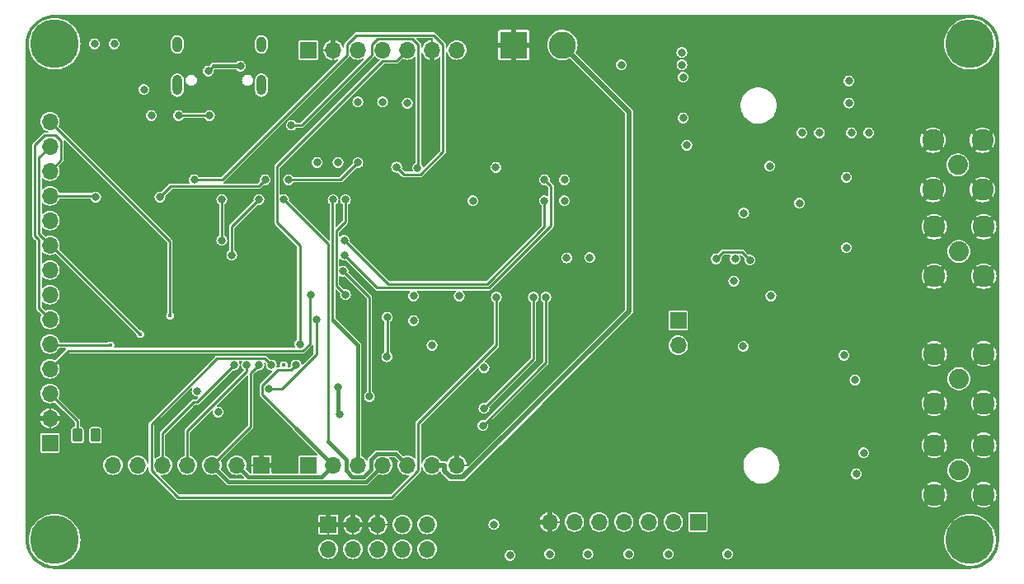
<source format=gbl>
G04 #@! TF.GenerationSoftware,KiCad,Pcbnew,7.0.7*
G04 #@! TF.CreationDate,2023-09-10T11:25:55+02:00*
G04 #@! TF.ProjectId,ESP32Vfo,45535033-3256-4666-9f2e-6b696361645f,rev?*
G04 #@! TF.SameCoordinates,Original*
G04 #@! TF.FileFunction,Copper,L4,Bot*
G04 #@! TF.FilePolarity,Positive*
%FSLAX46Y46*%
G04 Gerber Fmt 4.6, Leading zero omitted, Abs format (unit mm)*
G04 Created by KiCad (PCBNEW 7.0.7) date 2023-09-10 11:25:55*
%MOMM*%
%LPD*%
G01*
G04 APERTURE LIST*
G04 Aperture macros list*
%AMRoundRect*
0 Rectangle with rounded corners*
0 $1 Rounding radius*
0 $2 $3 $4 $5 $6 $7 $8 $9 X,Y pos of 4 corners*
0 Add a 4 corners polygon primitive as box body*
4,1,4,$2,$3,$4,$5,$6,$7,$8,$9,$2,$3,0*
0 Add four circle primitives for the rounded corners*
1,1,$1+$1,$2,$3*
1,1,$1+$1,$4,$5*
1,1,$1+$1,$6,$7*
1,1,$1+$1,$8,$9*
0 Add four rect primitives between the rounded corners*
20,1,$1+$1,$2,$3,$4,$5,0*
20,1,$1+$1,$4,$5,$6,$7,0*
20,1,$1+$1,$6,$7,$8,$9,0*
20,1,$1+$1,$8,$9,$2,$3,0*%
G04 Aperture macros list end*
G04 #@! TA.AperFunction,ComponentPad*
%ADD10C,0.800000*%
G04 #@! TD*
G04 #@! TA.AperFunction,ComponentPad*
%ADD11C,5.000000*%
G04 #@! TD*
G04 #@! TA.AperFunction,ComponentPad*
%ADD12R,1.700000X1.700000*%
G04 #@! TD*
G04 #@! TA.AperFunction,ComponentPad*
%ADD13O,1.700000X1.700000*%
G04 #@! TD*
G04 #@! TA.AperFunction,ComponentPad*
%ADD14R,2.800000X2.800000*%
G04 #@! TD*
G04 #@! TA.AperFunction,ComponentPad*
%ADD15C,2.800000*%
G04 #@! TD*
G04 #@! TA.AperFunction,ComponentPad*
%ADD16O,1.000000X2.100000*%
G04 #@! TD*
G04 #@! TA.AperFunction,ComponentPad*
%ADD17O,1.000000X1.600000*%
G04 #@! TD*
G04 #@! TA.AperFunction,ComponentPad*
%ADD18C,2.050000*%
G04 #@! TD*
G04 #@! TA.AperFunction,ComponentPad*
%ADD19C,2.250000*%
G04 #@! TD*
G04 #@! TA.AperFunction,SMDPad,CuDef*
%ADD20RoundRect,0.249998X0.262502X0.450002X-0.262502X0.450002X-0.262502X-0.450002X0.262502X-0.450002X0*%
G04 #@! TD*
G04 #@! TA.AperFunction,ViaPad*
%ADD21C,0.800000*%
G04 #@! TD*
G04 #@! TA.AperFunction,ViaPad*
%ADD22C,0.450000*%
G04 #@! TD*
G04 #@! TA.AperFunction,Conductor*
%ADD23C,0.254000*%
G04 #@! TD*
G04 #@! TA.AperFunction,Conductor*
%ADD24C,0.381000*%
G04 #@! TD*
G04 #@! TA.AperFunction,Conductor*
%ADD25C,0.508000*%
G04 #@! TD*
G04 APERTURE END LIST*
D10*
X41500000Y-41875000D03*
X40174175Y-41325825D03*
D11*
X41500000Y-40000000D03*
D10*
X43375000Y-40000000D03*
X39625000Y-40000000D03*
X40174175Y-38674175D03*
X42825825Y-38674175D03*
X42825825Y-41325825D03*
X41500000Y-38125000D03*
X42825825Y-92325825D03*
X39625000Y-91000000D03*
X43375000Y-91000000D03*
D11*
X41500000Y-91000000D03*
D10*
X42825825Y-89674175D03*
X40174175Y-92325825D03*
X40174175Y-89674175D03*
X41500000Y-92875000D03*
X41500000Y-89125000D03*
X136825825Y-41325825D03*
X134174175Y-41325825D03*
X133625000Y-40000000D03*
X135500000Y-38125000D03*
X137375000Y-40000000D03*
X135500000Y-41875000D03*
X134174175Y-38674175D03*
D11*
X135500000Y-40000000D03*
D10*
X136825825Y-38674175D03*
X134174175Y-92325825D03*
X136825825Y-92325825D03*
D11*
X135500000Y-91000000D03*
D10*
X134174175Y-89674175D03*
X133625000Y-91000000D03*
X136825825Y-89674175D03*
X135500000Y-89125000D03*
X135500000Y-92875000D03*
X137375000Y-91000000D03*
D12*
X69596000Y-89408000D03*
D13*
X69596000Y-91948000D03*
X72136000Y-89408000D03*
X72136000Y-91948000D03*
X74676000Y-89408000D03*
X74676000Y-91948000D03*
X77216000Y-89408000D03*
X77216000Y-91948000D03*
X79756000Y-89408000D03*
X79756000Y-91948000D03*
D12*
X107569000Y-89154000D03*
D13*
X105029000Y-89154000D03*
X102489000Y-89154000D03*
X99949000Y-89154000D03*
X97409000Y-89154000D03*
X94869000Y-89154000D03*
X92329000Y-89154000D03*
D12*
X67564000Y-83312000D03*
D13*
X70104000Y-83312000D03*
X72644000Y-83312000D03*
X75184000Y-83312000D03*
X77724000Y-83312000D03*
X80264000Y-83312000D03*
X82804000Y-83312000D03*
D12*
X67564000Y-40640000D03*
D13*
X70104000Y-40640000D03*
X72644000Y-40640000D03*
X75184000Y-40640000D03*
X77724000Y-40640000D03*
X80264000Y-40640000D03*
X82804000Y-40640000D03*
D12*
X62738000Y-83312000D03*
D13*
X60198000Y-83312000D03*
X57658000Y-83312000D03*
X55118000Y-83312000D03*
X52578000Y-83312000D03*
X50038000Y-83312000D03*
X47498000Y-83312000D03*
D14*
X88646000Y-40132000D03*
D15*
X93646000Y-40132000D03*
D16*
X62740000Y-44253000D03*
D17*
X54100000Y-40073000D03*
D16*
X54100000Y-44253000D03*
D17*
X62740000Y-40073000D03*
D12*
X41021000Y-81026000D03*
D13*
X41021000Y-78486000D03*
X41021000Y-75946000D03*
X41021000Y-73406000D03*
X41021000Y-70866000D03*
X41021000Y-68326000D03*
X41021000Y-65786000D03*
X41021000Y-63246000D03*
X41021000Y-60706000D03*
X41021000Y-58166000D03*
X41021000Y-55626000D03*
X41021000Y-53086000D03*
X41021000Y-50546000D03*
X41021000Y-48006000D03*
D18*
X134366000Y-83820000D03*
D19*
X136906000Y-86360000D03*
X131826000Y-81280000D03*
X131826000Y-86360000D03*
X136906000Y-81280000D03*
D18*
X134239000Y-52451000D03*
D19*
X131699000Y-49911000D03*
X131699000Y-54991000D03*
X136779000Y-49911000D03*
X136779000Y-54991000D03*
D18*
X134366000Y-74422000D03*
D19*
X136906000Y-76962000D03*
X131826000Y-71882000D03*
X136906000Y-71882000D03*
X131826000Y-76962000D03*
D18*
X134366000Y-61341000D03*
D19*
X131826000Y-63881000D03*
X136906000Y-58801000D03*
X131826000Y-58801000D03*
X136906000Y-63881000D03*
D12*
X105537000Y-68453000D03*
D13*
X105537000Y-70993000D03*
D20*
X45680000Y-80238600D03*
X43855000Y-80238600D03*
D21*
X112217200Y-71094600D03*
X112268000Y-57404000D03*
X64262000Y-66167000D03*
X62992000Y-66167000D03*
X63627000Y-66929000D03*
X65659000Y-66040000D03*
X63500000Y-79883000D03*
X88773000Y-52705000D03*
X121031000Y-45974000D03*
X45593000Y-47371000D03*
X96139000Y-80010000D03*
X60579000Y-78740000D03*
X62357000Y-65405000D03*
X56108600Y-72999600D03*
X121031000Y-43942000D03*
X65024000Y-66929000D03*
X69977000Y-43688000D03*
X47870000Y-47360000D03*
X91567000Y-80010000D03*
X94869000Y-66675000D03*
X64897000Y-65405000D03*
X86995000Y-56642000D03*
X56121300Y-55943500D03*
X62992000Y-64643000D03*
X104013000Y-80010000D03*
X128905000Y-73660000D03*
X93853000Y-80010000D03*
X116967000Y-52578000D03*
X82804000Y-53594000D03*
X94869000Y-71247000D03*
X65532000Y-64643000D03*
X45593000Y-41783000D03*
X45593000Y-45085000D03*
X53987700Y-77531000D03*
X109220000Y-55245000D03*
X98933000Y-80010000D03*
X126746000Y-55753000D03*
X82804000Y-63119000D03*
X124587000Y-72009000D03*
X56388000Y-48514000D03*
X63627000Y-63754000D03*
X56085700Y-77531000D03*
X63627000Y-65405000D03*
X78232000Y-70993000D03*
X61722000Y-64643000D03*
X101473000Y-80010000D03*
X71602600Y-68021200D03*
X68326000Y-49657000D03*
X51435000Y-49276000D03*
X49784000Y-41910000D03*
X109220000Y-68834000D03*
X64262000Y-64643000D03*
X128905000Y-64643000D03*
X62357000Y-63754000D03*
X66548000Y-43688000D03*
X102997000Y-47625000D03*
X62357000Y-47117000D03*
X61722000Y-66167000D03*
X54991000Y-46482000D03*
X47879000Y-45085000D03*
X104648000Y-50419000D03*
X128905000Y-83947000D03*
X62357000Y-66929000D03*
X116967000Y-65913000D03*
X64770000Y-63754000D03*
X88519000Y-89408000D03*
X75615800Y-72161400D03*
X68364100Y-68338700D03*
X63500000Y-75438000D03*
X75653900Y-68097400D03*
D22*
X65024000Y-73025000D03*
X50292000Y-69850000D03*
X65024000Y-73025000D03*
D21*
X86807000Y-52705000D03*
X96266000Y-92456000D03*
X68453000Y-52197000D03*
X80264000Y-70993000D03*
X111252000Y-64389000D03*
X83058000Y-65913000D03*
X70612000Y-52197000D03*
X110617000Y-92456000D03*
X106426000Y-50419000D03*
X115062000Y-65913000D03*
X96470000Y-61980000D03*
X122555000Y-72009000D03*
X123698000Y-74549000D03*
X122809000Y-60960000D03*
X124587000Y-82042000D03*
X99695000Y-42164000D03*
X123825000Y-84201000D03*
X117983000Y-56388000D03*
X45593000Y-40005000D03*
X88265000Y-92583000D03*
X118237000Y-49149000D03*
X45669200Y-80238600D03*
X85598000Y-73279000D03*
X93853000Y-53975000D03*
X51435000Y-47371000D03*
X50673000Y-44704000D03*
X106045000Y-47625000D03*
X47625000Y-40005000D03*
X92329000Y-92456000D03*
X123063000Y-43815000D03*
X122809000Y-53721000D03*
X86614000Y-89408000D03*
X123317000Y-49149000D03*
X105918000Y-40894000D03*
X123079000Y-46085000D03*
X58293000Y-77851000D03*
X75184000Y-45974000D03*
X84455000Y-56134000D03*
X77724000Y-46101000D03*
X104521000Y-92456000D03*
X56134000Y-75692000D03*
X72644000Y-45974000D03*
X78359000Y-65913000D03*
X100457000Y-92456000D03*
X94080000Y-62000000D03*
X111379000Y-62103000D03*
X78359000Y-68453000D03*
X105918000Y-42164000D03*
X106045000Y-43434000D03*
X93853000Y-56134000D03*
X114935000Y-52578000D03*
X85471000Y-79248000D03*
X91953000Y-66039000D03*
X85598000Y-77470000D03*
X90673000Y-66039000D03*
X66675000Y-70866000D03*
X59944000Y-73016000D03*
X61214000Y-73016000D03*
X66294000Y-73016000D03*
X62484000Y-73016000D03*
D22*
X47244000Y-70993000D03*
D21*
X70612000Y-75311000D03*
X70739000Y-78105000D03*
X71120000Y-63373000D03*
X73834501Y-76247501D03*
X65024000Y-56007000D03*
X58674000Y-60198000D03*
X71247000Y-60198000D03*
X58674000Y-56007000D03*
X91812000Y-56134000D03*
X91812000Y-53975000D03*
X62484000Y-56007000D03*
X71247000Y-61722000D03*
X59690000Y-61722000D03*
D22*
X53340000Y-67945000D03*
D21*
X72648500Y-52201500D03*
X63119000Y-53975000D03*
X45720000Y-55753000D03*
X52324000Y-55753000D03*
X65532000Y-53975000D03*
X57404000Y-47371000D03*
X54229000Y-47371000D03*
X60579000Y-42291000D03*
X57277000Y-42799000D03*
X78754600Y-52755800D03*
X65798700Y-48361600D03*
X76617200Y-52692300D03*
X55841900Y-53975000D03*
X70104000Y-56016000D03*
X109450500Y-62103000D03*
X112903000Y-62230000D03*
X120038500Y-49149000D03*
X125095000Y-49149000D03*
X67818000Y-65786000D03*
X71374000Y-56016000D03*
X71374000Y-65786000D03*
X63754000Y-73016000D03*
X86863000Y-66039000D03*
D23*
X64873962Y-75438000D02*
X63500000Y-75438000D01*
X75653900Y-72123300D02*
X75615800Y-72161400D01*
X68364100Y-71947862D02*
X64873962Y-75438000D01*
X75653900Y-68097400D02*
X75653900Y-72123300D01*
X68364100Y-68338700D02*
X68364100Y-71947862D01*
X40480039Y-49418999D02*
X41561961Y-49418999D01*
X41021000Y-68326000D02*
X39893999Y-67198999D01*
X42148001Y-50005039D02*
X42148001Y-51958999D01*
X41561961Y-49418999D02*
X42148001Y-50005039D01*
X39489989Y-59746345D02*
X39489989Y-50409049D01*
X39893999Y-60150355D02*
X39489989Y-59746345D01*
X39489989Y-50409049D02*
X40480039Y-49418999D01*
X42148001Y-51958999D02*
X41021000Y-53086000D01*
X39893999Y-67198999D02*
X39893999Y-60150355D01*
X39893999Y-59578999D02*
X41021000Y-60706000D01*
X50292000Y-69850000D02*
X41148000Y-60706000D01*
X41148000Y-60706000D02*
X41021000Y-60706000D01*
X41021000Y-50546000D02*
X39893999Y-51673001D01*
X39893999Y-51673001D02*
X39893999Y-59578999D01*
X85471000Y-79248000D02*
X91953000Y-72766000D01*
X91953000Y-72766000D02*
X91953000Y-66039000D01*
X85598000Y-77470000D02*
X90673000Y-72395000D01*
X90673000Y-72395000D02*
X90673000Y-66039000D01*
X76596999Y-41767001D02*
X77724000Y-40640000D01*
X66675000Y-70866000D02*
X66675000Y-60718700D01*
X66675000Y-60718700D02*
X64346999Y-58390699D01*
X64346999Y-58390699D02*
X64346999Y-52634039D01*
X64346999Y-52634039D02*
X75214037Y-41767001D01*
X75214037Y-41767001D02*
X76596999Y-41767001D01*
X56106001Y-76853999D02*
X59944000Y-73016000D01*
X55760739Y-76853999D02*
X56106001Y-76853999D01*
X52578000Y-80036738D02*
X55760739Y-76853999D01*
X52578000Y-83312000D02*
X52578000Y-80036738D01*
X55118000Y-83312000D02*
X55118000Y-79810644D01*
X55118000Y-79810644D02*
X61214000Y-73714644D01*
X61214000Y-73714644D02*
X61214000Y-73016000D01*
X65782999Y-73527001D02*
X66294000Y-73016000D01*
D24*
X61388501Y-84502501D02*
X68913499Y-84502501D01*
D23*
X66294000Y-79502000D02*
X62822999Y-76030999D01*
D24*
X68913499Y-84502501D02*
X70104000Y-83312000D01*
D23*
X62822999Y-75113039D02*
X64409037Y-73527001D01*
D24*
X60198000Y-83312000D02*
X61388501Y-84502501D01*
D23*
X64409037Y-73527001D02*
X65782999Y-73527001D01*
X62822999Y-76030999D02*
X62822999Y-75113039D01*
D24*
X70104000Y-83312000D02*
X66294000Y-79502000D01*
D23*
X61618009Y-73881991D02*
X62484000Y-73016000D01*
X57658000Y-83312000D02*
X61618009Y-79351991D01*
D24*
X75184000Y-83312000D02*
X73462489Y-85033511D01*
X59379511Y-85033511D02*
X57658000Y-83312000D01*
D23*
X61618009Y-79351991D02*
X61618009Y-73881991D01*
D24*
X73462489Y-85033511D02*
X59379511Y-85033511D01*
D23*
X47244000Y-70993000D02*
X41148000Y-70993000D01*
X41148000Y-70993000D02*
X41021000Y-70866000D01*
X43855000Y-80238600D02*
X43855000Y-78780000D01*
X43855000Y-78780000D02*
X41021000Y-75946000D01*
D24*
X70612000Y-77978000D02*
X70739000Y-78105000D01*
X70612000Y-75311000D02*
X70612000Y-77978000D01*
D23*
X73834501Y-66087501D02*
X71120000Y-63373000D01*
X73834501Y-76247501D02*
X73834501Y-66087501D01*
D25*
X80264000Y-83312000D02*
X81534000Y-83312000D01*
X83405921Y-84566001D02*
X100499001Y-67472921D01*
X81549999Y-83327999D02*
X81549999Y-83913921D01*
X100499001Y-46985001D02*
X93646000Y-40132000D01*
X82202079Y-84566001D02*
X83405921Y-84566001D01*
X81534000Y-83312000D02*
X81549999Y-83327999D01*
X81549999Y-83913921D02*
X82202079Y-84566001D01*
X100499001Y-67472921D02*
X100499001Y-46985001D01*
D24*
X71453499Y-83883441D02*
X72072559Y-84502501D01*
X73993499Y-83751541D02*
X73993499Y-82740559D01*
X73993499Y-82740559D02*
X74612559Y-82121499D01*
X71453499Y-82740559D02*
X71453499Y-83883441D01*
X74612559Y-82121499D02*
X76533499Y-82121499D01*
D23*
X69572990Y-60555990D02*
X65024000Y-56007000D01*
D24*
X76533499Y-82121499D02*
X77724000Y-83312000D01*
D23*
X69572990Y-80860050D02*
X69572990Y-60555990D01*
D24*
X69572990Y-80860050D02*
X71453499Y-82740559D01*
X72072559Y-84502501D02*
X73242539Y-84502501D01*
X73242539Y-84502501D02*
X73993499Y-83751541D01*
D23*
X91812000Y-58795962D02*
X91812000Y-56134000D01*
X71247000Y-60198000D02*
X75734001Y-64685001D01*
X75734001Y-64685001D02*
X85922961Y-64685001D01*
X58674000Y-56007000D02*
X58674000Y-60198000D01*
X85922961Y-64685001D02*
X91812000Y-58795962D01*
X62484000Y-56007000D02*
X59690000Y-58801000D01*
X92489001Y-54652001D02*
X91812000Y-53975000D01*
X59690000Y-58801000D02*
X59690000Y-61722000D01*
X71247000Y-61722000D02*
X74614010Y-65089010D01*
X86090308Y-65089010D02*
X92489001Y-58690317D01*
X92489001Y-58690317D02*
X92489001Y-54652001D01*
X74614010Y-65089010D02*
X86090308Y-65089010D01*
X53340000Y-60325000D02*
X41021000Y-48006000D01*
X53340000Y-67945000D02*
X53340000Y-60325000D01*
X62441999Y-54652001D02*
X53424999Y-54652001D01*
X70875000Y-53975000D02*
X65532000Y-53975000D01*
X53424999Y-54652001D02*
X52324000Y-55753000D01*
X41021000Y-55626000D02*
X45593000Y-55626000D01*
X63119000Y-53975000D02*
X62441999Y-54652001D01*
X72648500Y-52201500D02*
X70875000Y-53975000D01*
X45593000Y-55626000D02*
X45720000Y-55753000D01*
X54229000Y-47371000D02*
X57404000Y-47371000D01*
D24*
X60579000Y-42291000D02*
X57785000Y-42291000D01*
D23*
X57785000Y-42291000D02*
X57277000Y-42799000D01*
X65798700Y-48361600D02*
X66876360Y-48361600D01*
X78264961Y-39512999D02*
X78851001Y-40099039D01*
X74056999Y-41180961D02*
X74056999Y-40099039D01*
X78851001Y-52659399D02*
X78754600Y-52755800D01*
X78851001Y-40099039D02*
X78851001Y-52659399D01*
X66876360Y-48361600D02*
X74056999Y-41180961D01*
X74643039Y-39512999D02*
X78264961Y-39512999D01*
X74056999Y-40099039D02*
X74643039Y-39512999D01*
X81391001Y-51121361D02*
X79079561Y-53432801D01*
X71516999Y-40099039D02*
X72507048Y-39108990D01*
X79079561Y-53432801D02*
X77357701Y-53432801D01*
X72507048Y-39108990D02*
X80400952Y-39108990D01*
X58722960Y-53975000D02*
X71516999Y-41180961D01*
X81391001Y-40099039D02*
X81391001Y-51121361D01*
X55841900Y-53975000D02*
X58722960Y-53975000D01*
X80400952Y-39108990D02*
X81391001Y-40099039D01*
X71516999Y-41180961D02*
X71516999Y-40099039D01*
X77357701Y-53432801D02*
X76617200Y-52692300D01*
X70104000Y-68453000D02*
X70038989Y-68387989D01*
D24*
X72644000Y-83312000D02*
X72644000Y-70993000D01*
D23*
X70038989Y-68387989D02*
X70038989Y-56081011D01*
X70038989Y-56081011D02*
X70104000Y-56016000D01*
D24*
X72644000Y-70993000D02*
X70104000Y-68453000D01*
D23*
X110127501Y-61425999D02*
X109450500Y-62103000D01*
X112903000Y-62230000D02*
X112098999Y-61425999D01*
X112098999Y-61425999D02*
X110127501Y-61425999D01*
X70442999Y-64854999D02*
X70442999Y-59224001D01*
X67687099Y-65916901D02*
X67818000Y-65786000D01*
X67687099Y-70855863D02*
X67687099Y-65916901D01*
X66999961Y-71543001D02*
X67687099Y-70855863D01*
X41021000Y-73406000D02*
X42883999Y-71543001D01*
X70442999Y-59224001D02*
X71374000Y-58293000D01*
X42883999Y-71543001D02*
X66999961Y-71543001D01*
X71374000Y-58293000D02*
X71374000Y-56016000D01*
X71374000Y-65786000D02*
X70442999Y-64854999D01*
X76089962Y-86614000D02*
X78851001Y-83852961D01*
X63754000Y-73016000D02*
X63076999Y-72338999D01*
X51450999Y-79065739D02*
X51450999Y-83852961D01*
X78851001Y-83852961D02*
X78851001Y-79024037D01*
X63076999Y-72338999D02*
X58177739Y-72338999D01*
X51450999Y-83852961D02*
X54212038Y-86614000D01*
X86863000Y-71012038D02*
X86863000Y-66039000D01*
X78851001Y-79024037D02*
X86863000Y-71012038D01*
X58177739Y-72338999D02*
X51450999Y-79065739D01*
X54212038Y-86614000D02*
X76089962Y-86614000D01*
G04 #@! TA.AperFunction,Conductor*
G36*
X71589277Y-89174002D02*
G01*
X71635770Y-89227658D01*
X71645874Y-89297932D01*
X71642052Y-89315496D01*
X71636000Y-89336111D01*
X71636000Y-89479889D01*
X71639035Y-89490226D01*
X71642053Y-89500504D01*
X71642052Y-89571500D01*
X71603667Y-89631226D01*
X71539086Y-89660718D01*
X71521156Y-89662000D01*
X70210844Y-89662000D01*
X70142723Y-89641998D01*
X70096230Y-89588342D01*
X70086126Y-89518068D01*
X70089947Y-89500504D01*
X70092965Y-89490226D01*
X70096000Y-89479889D01*
X70096000Y-89336111D01*
X70089946Y-89315496D01*
X70089948Y-89244500D01*
X70128333Y-89184774D01*
X70192914Y-89155282D01*
X70210844Y-89154000D01*
X71521156Y-89154000D01*
X71589277Y-89174002D01*
G37*
G04 #@! TD.AperFunction*
G04 #@! TA.AperFunction,Conductor*
G36*
X74129277Y-89174002D02*
G01*
X74175770Y-89227658D01*
X74185874Y-89297932D01*
X74182052Y-89315496D01*
X74176000Y-89336111D01*
X74176000Y-89479889D01*
X74179035Y-89490226D01*
X74182053Y-89500504D01*
X74182052Y-89571500D01*
X74143667Y-89631226D01*
X74079086Y-89660718D01*
X74061156Y-89662000D01*
X72750844Y-89662000D01*
X72682723Y-89641998D01*
X72636230Y-89588342D01*
X72626126Y-89518068D01*
X72629947Y-89500504D01*
X72632965Y-89490226D01*
X72636000Y-89479889D01*
X72636000Y-89336111D01*
X72629946Y-89315496D01*
X72629948Y-89244500D01*
X72668333Y-89184774D01*
X72732914Y-89155282D01*
X72750844Y-89154000D01*
X74061156Y-89154000D01*
X74129277Y-89174002D01*
G37*
G04 #@! TD.AperFunction*
G04 #@! TA.AperFunction,Conductor*
G36*
X60643294Y-73148663D02*
G01*
X60691672Y-73200625D01*
X60695403Y-73208793D01*
X60731043Y-73294836D01*
X60816345Y-73406003D01*
X60819668Y-73410334D01*
X60877016Y-73454338D01*
X60918884Y-73511676D01*
X60923106Y-73582547D01*
X60889408Y-73643396D01*
X54961731Y-79571074D01*
X54955144Y-79576806D01*
X54946400Y-79583409D01*
X54916483Y-79616225D01*
X54914479Y-79618325D01*
X54901742Y-79631063D01*
X54901738Y-79631069D01*
X54900530Y-79632832D01*
X54895116Y-79639665D01*
X54875901Y-79660743D01*
X54874010Y-79665626D01*
X54860474Y-79691305D01*
X54857516Y-79695622D01*
X54857513Y-79695630D01*
X54850985Y-79723385D01*
X54848402Y-79731727D01*
X54838100Y-79758319D01*
X54838100Y-79763554D01*
X54834755Y-79792393D01*
X54833556Y-79797493D01*
X54833556Y-79797494D01*
X54837495Y-79825733D01*
X54838100Y-79834447D01*
X54838100Y-82255431D01*
X54818098Y-82323552D01*
X54764442Y-82370045D01*
X54748685Y-82376002D01*
X54737124Y-82379509D01*
X54732346Y-82380959D01*
X54558121Y-82474084D01*
X54405411Y-82599411D01*
X54280084Y-82752121D01*
X54186958Y-82926348D01*
X54129609Y-83115404D01*
X54110247Y-83311996D01*
X54110247Y-83312003D01*
X54129609Y-83508595D01*
X54129610Y-83508600D01*
X54129611Y-83508603D01*
X54158135Y-83602634D01*
X54186958Y-83697651D01*
X54277002Y-83866112D01*
X54280084Y-83871878D01*
X54405411Y-84024589D01*
X54558122Y-84149916D01*
X54732350Y-84243042D01*
X54921397Y-84300389D01*
X54921402Y-84300389D01*
X54921404Y-84300390D01*
X55117997Y-84319753D01*
X55118000Y-84319753D01*
X55118003Y-84319753D01*
X55314595Y-84300390D01*
X55314596Y-84300389D01*
X55314603Y-84300389D01*
X55503650Y-84243042D01*
X55677878Y-84149916D01*
X55830589Y-84024589D01*
X55955916Y-83871878D01*
X56049042Y-83697650D01*
X56106389Y-83508603D01*
X56107991Y-83492342D01*
X56125753Y-83312003D01*
X56125753Y-83311996D01*
X56106390Y-83115404D01*
X56106389Y-83115402D01*
X56106389Y-83115397D01*
X56049042Y-82926350D01*
X55955916Y-82752122D01*
X55830589Y-82599411D01*
X55677878Y-82474084D01*
X55627108Y-82446947D01*
X55503653Y-82380959D01*
X55503650Y-82380958D01*
X55487319Y-82376004D01*
X55427941Y-82337088D01*
X55399027Y-82272246D01*
X55397900Y-82255431D01*
X55397900Y-79978772D01*
X55417902Y-79910651D01*
X55434805Y-79889677D01*
X56478257Y-78846225D01*
X57524201Y-77800280D01*
X57586511Y-77766257D01*
X57657326Y-77771321D01*
X57714162Y-77813868D01*
X57738216Y-77872931D01*
X57754330Y-77995334D01*
X57799756Y-78105000D01*
X57810043Y-78129836D01*
X57898667Y-78245333D01*
X58014164Y-78333957D01*
X58148664Y-78389669D01*
X58293000Y-78408671D01*
X58437336Y-78389669D01*
X58571836Y-78333957D01*
X58687333Y-78245333D01*
X58775957Y-78129836D01*
X58831669Y-77995336D01*
X58850671Y-77851000D01*
X58847822Y-77829363D01*
X58831669Y-77706664D01*
X58831667Y-77706659D01*
X58775959Y-77572170D01*
X58775957Y-77572165D01*
X58687333Y-77456667D01*
X58571836Y-77368043D01*
X58516764Y-77345231D01*
X58437334Y-77312330D01*
X58314931Y-77296216D01*
X58250003Y-77267494D01*
X58210912Y-77208228D01*
X58210067Y-77137237D01*
X58242280Y-77082201D01*
X61123014Y-74201467D01*
X61185326Y-74167442D01*
X61256142Y-74172507D01*
X61312977Y-74215054D01*
X61337788Y-74281574D01*
X61338109Y-74290563D01*
X61338109Y-79183862D01*
X61318107Y-79251983D01*
X61301204Y-79272957D01*
X58207187Y-82366973D01*
X58144875Y-82400999D01*
X58074059Y-82395934D01*
X58058697Y-82389000D01*
X58043654Y-82380959D01*
X57944806Y-82350974D01*
X57854603Y-82323611D01*
X57854600Y-82323610D01*
X57854595Y-82323609D01*
X57658003Y-82304247D01*
X57657997Y-82304247D01*
X57461404Y-82323609D01*
X57272348Y-82380958D01*
X57098121Y-82474084D01*
X56945411Y-82599411D01*
X56820084Y-82752121D01*
X56726958Y-82926348D01*
X56669609Y-83115404D01*
X56650247Y-83311996D01*
X56650247Y-83312003D01*
X56669609Y-83508595D01*
X56669610Y-83508600D01*
X56669611Y-83508603D01*
X56698135Y-83602634D01*
X56726958Y-83697651D01*
X56817002Y-83866112D01*
X56820084Y-83871878D01*
X56945411Y-84024589D01*
X57098122Y-84149916D01*
X57272350Y-84243042D01*
X57461397Y-84300389D01*
X57461402Y-84300389D01*
X57461404Y-84300390D01*
X57657997Y-84319753D01*
X57658000Y-84319753D01*
X57658003Y-84319753D01*
X57854600Y-84300390D01*
X58017225Y-84251058D01*
X58088219Y-84250424D01*
X58142896Y-84282537D01*
X59124154Y-85263795D01*
X59127858Y-85267838D01*
X59155371Y-85300626D01*
X59155373Y-85300628D01*
X59192441Y-85322029D01*
X59197080Y-85324984D01*
X59232145Y-85349537D01*
X59235541Y-85351120D01*
X59256756Y-85359908D01*
X59260247Y-85361178D01*
X59260248Y-85361178D01*
X59260250Y-85361179D01*
X59302424Y-85368615D01*
X59307760Y-85369798D01*
X59349120Y-85380881D01*
X59382252Y-85377982D01*
X59391760Y-85377151D01*
X59397253Y-85376911D01*
X73444747Y-85376911D01*
X73450240Y-85377151D01*
X73465788Y-85378510D01*
X73492880Y-85380881D01*
X73534249Y-85369795D01*
X73539575Y-85368614D01*
X73581750Y-85361179D01*
X73581753Y-85361177D01*
X73581754Y-85361177D01*
X73585271Y-85359897D01*
X73606466Y-85351118D01*
X73609852Y-85349538D01*
X73609855Y-85349538D01*
X73644936Y-85324972D01*
X73649542Y-85322038D01*
X73686627Y-85300628D01*
X73714143Y-85267834D01*
X73717835Y-85263804D01*
X74699104Y-84282535D01*
X74761414Y-84248511D01*
X74824771Y-84251056D01*
X74987397Y-84300389D01*
X74987402Y-84300389D01*
X74987404Y-84300390D01*
X75183997Y-84319753D01*
X75184000Y-84319753D01*
X75184003Y-84319753D01*
X75380595Y-84300390D01*
X75380596Y-84300389D01*
X75380603Y-84300389D01*
X75569650Y-84243042D01*
X75743878Y-84149916D01*
X75896589Y-84024589D01*
X76021916Y-83871878D01*
X76115042Y-83697650D01*
X76172389Y-83508603D01*
X76173991Y-83492342D01*
X76191753Y-83312003D01*
X76191753Y-83311996D01*
X76172390Y-83115404D01*
X76172389Y-83115402D01*
X76172389Y-83115397D01*
X76115042Y-82926350D01*
X76109038Y-82915118D01*
X76021914Y-82752118D01*
X75955204Y-82670832D01*
X75927450Y-82605485D01*
X75939432Y-82535507D01*
X75987345Y-82483115D01*
X76052603Y-82464899D01*
X76339068Y-82464899D01*
X76407189Y-82484901D01*
X76428163Y-82501804D01*
X76753462Y-82827103D01*
X76787488Y-82889415D01*
X76784942Y-82952773D01*
X76735609Y-83115402D01*
X76716247Y-83311996D01*
X76716247Y-83312003D01*
X76735609Y-83508595D01*
X76735610Y-83508600D01*
X76735611Y-83508603D01*
X76764135Y-83602634D01*
X76792958Y-83697651D01*
X76883002Y-83866112D01*
X76886084Y-83871878D01*
X77011411Y-84024589D01*
X77164122Y-84149916D01*
X77338350Y-84243042D01*
X77527397Y-84300389D01*
X77527402Y-84300389D01*
X77527404Y-84300390D01*
X77621497Y-84309657D01*
X77699544Y-84317344D01*
X77765376Y-84343926D01*
X77806386Y-84401880D01*
X77809553Y-84472806D01*
X77776290Y-84531832D01*
X77431756Y-84876367D01*
X76010927Y-86297196D01*
X75948617Y-86331220D01*
X75921834Y-86334100D01*
X54380167Y-86334100D01*
X54312046Y-86314098D01*
X54291072Y-86297195D01*
X53409427Y-85415550D01*
X52525707Y-84531831D01*
X52491683Y-84469520D01*
X52496747Y-84398705D01*
X52539294Y-84341869D01*
X52602452Y-84317344D01*
X52719836Y-84305783D01*
X52774595Y-84300390D01*
X52774596Y-84300389D01*
X52774603Y-84300389D01*
X52963650Y-84243042D01*
X53137878Y-84149916D01*
X53290589Y-84024589D01*
X53415916Y-83871878D01*
X53509042Y-83697650D01*
X53566389Y-83508603D01*
X53567991Y-83492342D01*
X53585753Y-83312003D01*
X53585753Y-83311996D01*
X53566390Y-83115404D01*
X53566389Y-83115402D01*
X53566389Y-83115397D01*
X53509042Y-82926350D01*
X53415916Y-82752122D01*
X53290589Y-82599411D01*
X53137878Y-82474084D01*
X53087108Y-82446947D01*
X52963653Y-82380959D01*
X52963650Y-82380958D01*
X52947319Y-82376004D01*
X52887941Y-82337088D01*
X52859027Y-82272246D01*
X52857900Y-82255431D01*
X52857900Y-80204865D01*
X52877902Y-80136744D01*
X52894805Y-80115770D01*
X55839772Y-77170804D01*
X55902084Y-77136778D01*
X55928867Y-77133899D01*
X56047104Y-77133899D01*
X56055820Y-77134504D01*
X56066655Y-77136015D01*
X56066661Y-77136017D01*
X56103904Y-77134295D01*
X56111026Y-77133966D01*
X56113936Y-77133899D01*
X56131926Y-77133899D01*
X56131936Y-77133899D01*
X56134032Y-77133507D01*
X56142677Y-77132502D01*
X56171194Y-77131184D01*
X56174661Y-77129652D01*
X56175973Y-77129074D01*
X56203723Y-77120479D01*
X56208864Y-77119519D01*
X56233117Y-77104500D01*
X56240835Y-77100433D01*
X56266923Y-77088915D01*
X56270619Y-77085218D01*
X56293392Y-77067179D01*
X56297834Y-77064430D01*
X56315023Y-77041667D01*
X56320740Y-77035096D01*
X59757058Y-73598779D01*
X59819368Y-73564755D01*
X59862596Y-73562954D01*
X59944000Y-73573671D01*
X60088336Y-73554669D01*
X60222836Y-73498957D01*
X60338333Y-73410333D01*
X60426957Y-73294836D01*
X60462592Y-73208805D01*
X60507140Y-73153526D01*
X60574503Y-73131105D01*
X60643294Y-73148663D01*
G37*
G04 #@! TD.AperFunction*
G04 #@! TA.AperFunction,Conductor*
G36*
X63183294Y-73148663D02*
G01*
X63231672Y-73200625D01*
X63235403Y-73208793D01*
X63271043Y-73294836D01*
X63359667Y-73410333D01*
X63475164Y-73498957D01*
X63609664Y-73554669D01*
X63686276Y-73564755D01*
X63688486Y-73565046D01*
X63753413Y-73593768D01*
X63792505Y-73653033D01*
X63793350Y-73724025D01*
X63761135Y-73779063D01*
X62666730Y-74873469D01*
X62660143Y-74879201D01*
X62651399Y-74885804D01*
X62621482Y-74918620D01*
X62619478Y-74920720D01*
X62606741Y-74933458D01*
X62606737Y-74933464D01*
X62605529Y-74935227D01*
X62600115Y-74942060D01*
X62580900Y-74963138D01*
X62579009Y-74968021D01*
X62565473Y-74993700D01*
X62562515Y-74998017D01*
X62562512Y-74998025D01*
X62555984Y-75025780D01*
X62553401Y-75034122D01*
X62543099Y-75060714D01*
X62543099Y-75065949D01*
X62539754Y-75094791D01*
X62538555Y-75099889D01*
X62542494Y-75128128D01*
X62543099Y-75136842D01*
X62543099Y-75972098D01*
X62542494Y-75980813D01*
X62540981Y-75991659D01*
X62543032Y-76036024D01*
X62543099Y-76038934D01*
X62543099Y-76056934D01*
X62543100Y-76056945D01*
X62543493Y-76059050D01*
X62544496Y-76067707D01*
X62545813Y-76096188D01*
X62545814Y-76096192D01*
X62547929Y-76100982D01*
X62556515Y-76128707D01*
X62557479Y-76133862D01*
X62557479Y-76133863D01*
X62572489Y-76158104D01*
X62576563Y-76165832D01*
X62585474Y-76186012D01*
X62588083Y-76191921D01*
X62591782Y-76195620D01*
X62609815Y-76218386D01*
X62612568Y-76222832D01*
X62635330Y-76240021D01*
X62641905Y-76245743D01*
X64304899Y-77908737D01*
X65929372Y-79533210D01*
X65961983Y-79589692D01*
X65977973Y-79649366D01*
X66029937Y-79723578D01*
X66029940Y-79723582D01*
X68400363Y-82094005D01*
X68434389Y-82156317D01*
X68429324Y-82227132D01*
X68386777Y-82283968D01*
X68320257Y-82308779D01*
X68311268Y-82309100D01*
X66698946Y-82309100D01*
X66698939Y-82309101D01*
X66654341Y-82317972D01*
X66654340Y-82317972D01*
X66608088Y-82348878D01*
X66603766Y-82351766D01*
X66595346Y-82364366D01*
X66569971Y-82402342D01*
X66561805Y-82443397D01*
X66561100Y-82446943D01*
X66561100Y-83295975D01*
X66561101Y-84033101D01*
X66541099Y-84101222D01*
X66487443Y-84147715D01*
X66435101Y-84159101D01*
X64222000Y-84159101D01*
X64153879Y-84139099D01*
X64107386Y-84085443D01*
X64096000Y-84033101D01*
X64096000Y-83566000D01*
X63352844Y-83566000D01*
X63284723Y-83545998D01*
X63238230Y-83492342D01*
X63228126Y-83422068D01*
X63231947Y-83404504D01*
X63238000Y-83383888D01*
X63238000Y-83240111D01*
X63231947Y-83219496D01*
X63231948Y-83148500D01*
X63270333Y-83088774D01*
X63334914Y-83059282D01*
X63352844Y-83058000D01*
X64096000Y-83058000D01*
X64096000Y-82413414D01*
X64095999Y-82413402D01*
X64089494Y-82352906D01*
X64038444Y-82216035D01*
X64038444Y-82216034D01*
X63950904Y-82099095D01*
X63833965Y-82011555D01*
X63697093Y-81960505D01*
X63636597Y-81954000D01*
X62992000Y-81954000D01*
X62992000Y-82697966D01*
X62971998Y-82766087D01*
X62918342Y-82812580D01*
X62848069Y-82822683D01*
X62848068Y-82822683D01*
X62773768Y-82812000D01*
X62773763Y-82812000D01*
X62702237Y-82812000D01*
X62627929Y-82822683D01*
X62557657Y-82812580D01*
X62504001Y-82766087D01*
X62483999Y-82697966D01*
X62484000Y-81954000D01*
X61839402Y-81954000D01*
X61778906Y-81960505D01*
X61642035Y-82011555D01*
X61642034Y-82011555D01*
X61525095Y-82099095D01*
X61437555Y-82216034D01*
X61437555Y-82216035D01*
X61386505Y-82352906D01*
X61380000Y-82413402D01*
X61380000Y-82904223D01*
X61359998Y-82972344D01*
X61306342Y-83018837D01*
X61236068Y-83028941D01*
X61171488Y-82999447D01*
X61133426Y-82940800D01*
X61129043Y-82926352D01*
X61129042Y-82926350D01*
X61107308Y-82885689D01*
X61035916Y-82752122D01*
X60910589Y-82599411D01*
X60757878Y-82474084D01*
X60707102Y-82446944D01*
X60583651Y-82380958D01*
X60484806Y-82350974D01*
X60394603Y-82323611D01*
X60394600Y-82323610D01*
X60394595Y-82323609D01*
X60198003Y-82304247D01*
X60197997Y-82304247D01*
X60001404Y-82323609D01*
X59812348Y-82380958D01*
X59638121Y-82474084D01*
X59485411Y-82599411D01*
X59360084Y-82752121D01*
X59266958Y-82926348D01*
X59209609Y-83115404D01*
X59190247Y-83311996D01*
X59190247Y-83312003D01*
X59209609Y-83508595D01*
X59209610Y-83508600D01*
X59209611Y-83508603D01*
X59238135Y-83602634D01*
X59266958Y-83697651D01*
X59357002Y-83866112D01*
X59360084Y-83871878D01*
X59485411Y-84024589D01*
X59638122Y-84149916D01*
X59812350Y-84243042D01*
X60001397Y-84300389D01*
X60001402Y-84300389D01*
X60001404Y-84300390D01*
X60197997Y-84319753D01*
X60198000Y-84319753D01*
X60198003Y-84319753D01*
X60394600Y-84300390D01*
X60557225Y-84251058D01*
X60628219Y-84250424D01*
X60682896Y-84282537D01*
X60875375Y-84475016D01*
X60909401Y-84537328D01*
X60904336Y-84608143D01*
X60861789Y-84664979D01*
X60795269Y-84689790D01*
X60786280Y-84690111D01*
X59573942Y-84690111D01*
X59505821Y-84670109D01*
X59484847Y-84653206D01*
X58628537Y-83796896D01*
X58594511Y-83734584D01*
X58597058Y-83671225D01*
X58646390Y-83508600D01*
X58665753Y-83312003D01*
X58665753Y-83311996D01*
X58646390Y-83115404D01*
X58646389Y-83115402D01*
X58646389Y-83115397D01*
X58589042Y-82926350D01*
X58580999Y-82911304D01*
X58566526Y-82841800D01*
X58591927Y-82775503D01*
X58603017Y-82762819D01*
X61774295Y-79591542D01*
X61780876Y-79585817D01*
X61789602Y-79579227D01*
X61789608Y-79579225D01*
X61819533Y-79546397D01*
X61821504Y-79544333D01*
X61834267Y-79531572D01*
X61835469Y-79529815D01*
X61840890Y-79522970D01*
X61860107Y-79501892D01*
X61861997Y-79497012D01*
X61875538Y-79471322D01*
X61878495Y-79467007D01*
X61885024Y-79439246D01*
X61887603Y-79430914D01*
X61897909Y-79404313D01*
X61897909Y-79399073D01*
X61901256Y-79370226D01*
X61902452Y-79365142D01*
X61898514Y-79336908D01*
X61897909Y-79328194D01*
X61897909Y-74050119D01*
X61917911Y-73981998D01*
X61934808Y-73961029D01*
X62297059Y-73598778D01*
X62359368Y-73564756D01*
X62402596Y-73562954D01*
X62484000Y-73573671D01*
X62628336Y-73554669D01*
X62762836Y-73498957D01*
X62878333Y-73410333D01*
X62966957Y-73294836D01*
X63002592Y-73208805D01*
X63047140Y-73153526D01*
X63114503Y-73131105D01*
X63183294Y-73148663D01*
G37*
G04 #@! TD.AperFunction*
G04 #@! TA.AperFunction,Conductor*
G36*
X55500926Y-75515815D02*
G01*
X55557762Y-75558362D01*
X55582573Y-75624882D01*
X55581816Y-75650316D01*
X55576329Y-75691997D01*
X55576329Y-75692000D01*
X55595330Y-75836334D01*
X55640756Y-75946000D01*
X55651043Y-75970836D01*
X55739667Y-76086333D01*
X55855164Y-76174957D01*
X55989664Y-76230669D01*
X56040174Y-76237318D01*
X56105101Y-76266039D01*
X56144194Y-76325304D01*
X56145039Y-76396295D01*
X56112825Y-76451334D01*
X56026968Y-76537193D01*
X55964657Y-76571219D01*
X55937872Y-76574099D01*
X55819636Y-76574099D01*
X55810920Y-76573494D01*
X55800079Y-76571981D01*
X55800078Y-76571981D01*
X55755714Y-76574032D01*
X55752804Y-76574099D01*
X55734804Y-76574099D01*
X55734801Y-76574099D01*
X55734794Y-76574100D01*
X55732691Y-76574493D01*
X55724034Y-76575496D01*
X55695549Y-76576813D01*
X55695543Y-76576814D01*
X55690750Y-76578931D01*
X55663031Y-76587514D01*
X55657882Y-76588477D01*
X55657873Y-76588480D01*
X55642427Y-76598043D01*
X55633628Y-76603491D01*
X55625908Y-76607561D01*
X55599817Y-76619082D01*
X55599814Y-76619083D01*
X55596106Y-76622792D01*
X55573358Y-76640810D01*
X55568907Y-76643566D01*
X55568905Y-76643568D01*
X55551720Y-76666323D01*
X55545988Y-76672910D01*
X52421731Y-79797168D01*
X52415144Y-79802900D01*
X52406400Y-79809503D01*
X52376483Y-79842319D01*
X52374479Y-79844419D01*
X52361742Y-79857157D01*
X52361738Y-79857163D01*
X52360530Y-79858926D01*
X52355116Y-79865759D01*
X52335901Y-79886837D01*
X52334010Y-79891720D01*
X52320474Y-79917399D01*
X52317516Y-79921716D01*
X52317513Y-79921724D01*
X52310985Y-79949479D01*
X52308402Y-79957821D01*
X52298100Y-79984413D01*
X52298100Y-79989648D01*
X52294755Y-80018487D01*
X52293556Y-80023587D01*
X52293556Y-80023588D01*
X52297495Y-80051827D01*
X52298100Y-80060541D01*
X52298100Y-82255431D01*
X52278098Y-82323552D01*
X52224442Y-82370045D01*
X52208685Y-82376002D01*
X52197124Y-82379509D01*
X52192346Y-82380959D01*
X52018121Y-82474084D01*
X51936832Y-82540797D01*
X51871484Y-82568551D01*
X51801506Y-82556569D01*
X51749114Y-82508657D01*
X51730898Y-82443398D01*
X51730898Y-81007416D01*
X51730898Y-79233863D01*
X51750900Y-79165746D01*
X51767798Y-79144777D01*
X55367801Y-75544774D01*
X55430111Y-75510750D01*
X55500926Y-75515815D01*
G37*
G04 #@! TD.AperFunction*
G04 #@! TA.AperFunction,Conductor*
G36*
X67996729Y-71041011D02*
G01*
X68055470Y-71080886D01*
X68083329Y-71146188D01*
X68084200Y-71160976D01*
X68084200Y-71779733D01*
X68064198Y-71847854D01*
X68047295Y-71868828D01*
X67028041Y-72888081D01*
X66965729Y-72922107D01*
X66894913Y-72917042D01*
X66838078Y-72874495D01*
X66822539Y-72847209D01*
X66776957Y-72737165D01*
X66688333Y-72621667D01*
X66572836Y-72533043D01*
X66558371Y-72527051D01*
X66438334Y-72477330D01*
X66294000Y-72458329D01*
X66149664Y-72477330D01*
X66149659Y-72477332D01*
X66015170Y-72533040D01*
X66015163Y-72533044D01*
X65899667Y-72621667D01*
X65811044Y-72737163D01*
X65811040Y-72737170D01*
X65755332Y-72871659D01*
X65755330Y-72871664D01*
X65736329Y-73015998D01*
X65736329Y-73016001D01*
X65747045Y-73097402D01*
X65736105Y-73167550D01*
X65711225Y-73202935D01*
X65703970Y-73210191D01*
X65641662Y-73244220D01*
X65614870Y-73247101D01*
X65541842Y-73247101D01*
X65473721Y-73227099D01*
X65427228Y-73173443D01*
X65417124Y-73103169D01*
X65417393Y-73101391D01*
X65418025Y-73097402D01*
X65429492Y-73025000D01*
X65409646Y-72899696D01*
X65357625Y-72797599D01*
X65352050Y-72786657D01*
X65262342Y-72696949D01*
X65181589Y-72655804D01*
X65149304Y-72639354D01*
X65024000Y-72619508D01*
X64898696Y-72639354D01*
X64898694Y-72639354D01*
X64898694Y-72639355D01*
X64785657Y-72696949D01*
X64695949Y-72786657D01*
X64645677Y-72885323D01*
X64638354Y-72899696D01*
X64618508Y-73025000D01*
X64630607Y-73101391D01*
X64621507Y-73171802D01*
X64575785Y-73226116D01*
X64507957Y-73247088D01*
X64506158Y-73247101D01*
X64467928Y-73247101D01*
X64459212Y-73246496D01*
X64448376Y-73244983D01*
X64430893Y-73245792D01*
X64361921Y-73228956D01*
X64313001Y-73177504D01*
X64299664Y-73107771D01*
X64300154Y-73103480D01*
X64311671Y-73016000D01*
X64311671Y-73015999D01*
X64292669Y-72871664D01*
X64292667Y-72871659D01*
X64257458Y-72786658D01*
X64236957Y-72737165D01*
X64148333Y-72621667D01*
X64032836Y-72533043D01*
X64018371Y-72527051D01*
X63898334Y-72477330D01*
X63754001Y-72458329D01*
X63753998Y-72458329D01*
X63672596Y-72469045D01*
X63602447Y-72458105D01*
X63567056Y-72433218D01*
X63449804Y-72315966D01*
X63316561Y-72182723D01*
X63310833Y-72176141D01*
X63304232Y-72167399D01*
X63271404Y-72137472D01*
X63269320Y-72135482D01*
X63256579Y-72122741D01*
X63254818Y-72121534D01*
X63247976Y-72116115D01*
X63227845Y-72097763D01*
X63226900Y-72096901D01*
X63226895Y-72096899D01*
X63226893Y-72096898D01*
X63222018Y-72095009D01*
X63196332Y-72081469D01*
X63192016Y-72078513D01*
X63192017Y-72078513D01*
X63167529Y-72072754D01*
X63164257Y-72071984D01*
X63155919Y-72069402D01*
X63148157Y-72066396D01*
X63091858Y-72023140D01*
X63067883Y-71956314D01*
X63083843Y-71887135D01*
X63134670Y-71837565D01*
X63193665Y-71822901D01*
X66941064Y-71822901D01*
X66949780Y-71823506D01*
X66960615Y-71825017D01*
X66960621Y-71825019D01*
X66997864Y-71823297D01*
X67004986Y-71822968D01*
X67007896Y-71822901D01*
X67025886Y-71822901D01*
X67025896Y-71822901D01*
X67027992Y-71822509D01*
X67036637Y-71821504D01*
X67065154Y-71820186D01*
X67068621Y-71818654D01*
X67069933Y-71818076D01*
X67097683Y-71809481D01*
X67102824Y-71808521D01*
X67127077Y-71793502D01*
X67134795Y-71789435D01*
X67160883Y-71777917D01*
X67164579Y-71774220D01*
X67187352Y-71756181D01*
X67191794Y-71753432D01*
X67208983Y-71730669D01*
X67214700Y-71724098D01*
X67843381Y-71095417D01*
X67849962Y-71089692D01*
X67858691Y-71083100D01*
X67858698Y-71083097D01*
X67865081Y-71076094D01*
X67925755Y-71039225D01*
X67996729Y-71041011D01*
G37*
G04 #@! TD.AperFunction*
G04 #@! TA.AperFunction,Conductor*
G36*
X70803294Y-56148663D02*
G01*
X70851672Y-56200625D01*
X70855403Y-56208793D01*
X70891043Y-56294836D01*
X70979667Y-56410333D01*
X71033073Y-56451313D01*
X71044803Y-56460313D01*
X71086671Y-56517651D01*
X71094100Y-56560276D01*
X71094100Y-58124870D01*
X71074098Y-58192991D01*
X71057195Y-58213965D01*
X70533984Y-58737176D01*
X70471672Y-58771202D01*
X70400857Y-58766137D01*
X70344021Y-58723590D01*
X70319210Y-58657070D01*
X70318889Y-58648081D01*
X70318889Y-56608622D01*
X70338891Y-56540501D01*
X70376667Y-56504484D01*
X70376284Y-56503984D01*
X70380939Y-56500411D01*
X70381899Y-56499497D01*
X70382827Y-56498960D01*
X70382836Y-56498957D01*
X70498333Y-56410333D01*
X70586957Y-56294836D01*
X70622592Y-56208805D01*
X70667140Y-56153526D01*
X70734503Y-56131105D01*
X70803294Y-56148663D01*
G37*
G04 #@! TD.AperFunction*
G04 #@! TA.AperFunction,Conductor*
G36*
X80228237Y-41140000D02*
G01*
X80299763Y-41140000D01*
X80374069Y-41129316D01*
X80444341Y-41139419D01*
X80497997Y-41185911D01*
X80518000Y-41254031D01*
X80517999Y-41974390D01*
X80598507Y-41960957D01*
X80598516Y-41960955D01*
X80811369Y-41887883D01*
X80811375Y-41887880D01*
X80925131Y-41826318D01*
X80994561Y-41811487D01*
X81060988Y-41836547D01*
X81103321Y-41893542D01*
X81111101Y-41937131D01*
X81111101Y-50953232D01*
X81091099Y-51021353D01*
X81074196Y-51042327D01*
X79488641Y-52627881D01*
X79426329Y-52661907D01*
X79355513Y-52656842D01*
X79298678Y-52614295D01*
X79283139Y-52587009D01*
X79237557Y-52476965D01*
X79237552Y-52476958D01*
X79156938Y-52371898D01*
X79131338Y-52305678D01*
X79130901Y-52295195D01*
X79130901Y-41736286D01*
X79150903Y-41668165D01*
X79204559Y-41621672D01*
X79274833Y-41611568D01*
X79336632Y-41639792D01*
X79336988Y-41639336D01*
X79338910Y-41640832D01*
X79339413Y-41641062D01*
X79340822Y-41642320D01*
X79518698Y-41780767D01*
X79518699Y-41780768D01*
X79716628Y-41887882D01*
X79716630Y-41887883D01*
X79929483Y-41960955D01*
X79929492Y-41960957D01*
X80010000Y-41974391D01*
X80010000Y-41254033D01*
X80030002Y-41185912D01*
X80083658Y-41139419D01*
X80153926Y-41129315D01*
X80228237Y-41140000D01*
G37*
G04 #@! TD.AperFunction*
G04 #@! TA.AperFunction,Conductor*
G36*
X71920692Y-41341490D02*
G01*
X71927337Y-41348516D01*
X71931405Y-41352584D01*
X71931410Y-41352588D01*
X71931411Y-41352589D01*
X72084122Y-41477916D01*
X72258350Y-41571042D01*
X72447397Y-41628389D01*
X72447402Y-41628389D01*
X72447404Y-41628390D01*
X72643997Y-41647753D01*
X72644000Y-41647753D01*
X72644003Y-41647753D01*
X72840598Y-41628390D01*
X72840600Y-41628389D01*
X72840603Y-41628389D01*
X72894847Y-41611933D01*
X72965840Y-41611300D01*
X73025907Y-41649148D01*
X73055975Y-41713463D01*
X73046500Y-41783824D01*
X73020518Y-41821603D01*
X66797327Y-48044795D01*
X66735015Y-48078821D01*
X66708232Y-48081700D01*
X66342977Y-48081700D01*
X66274856Y-48061698D01*
X66243015Y-48032404D01*
X66193035Y-47967269D01*
X66193033Y-47967268D01*
X66193033Y-47967267D01*
X66077536Y-47878643D01*
X66030805Y-47859286D01*
X65943034Y-47822930D01*
X65798700Y-47803929D01*
X65654364Y-47822930D01*
X65654363Y-47822931D01*
X65584916Y-47851697D01*
X65514326Y-47859286D01*
X65450839Y-47827506D01*
X65414612Y-47766448D01*
X65417146Y-47695497D01*
X65447600Y-47646196D01*
X71673285Y-41420512D01*
X71679866Y-41414787D01*
X71688592Y-41408197D01*
X71688598Y-41408195D01*
X71718523Y-41375367D01*
X71720494Y-41373303D01*
X71733257Y-41360542D01*
X71733262Y-41360534D01*
X71736983Y-41356055D01*
X71738552Y-41357358D01*
X71786454Y-41318215D01*
X71856990Y-41310144D01*
X71920692Y-41341490D01*
G37*
G04 #@! TD.AperFunction*
G04 #@! TA.AperFunction,Conductor*
G36*
X79361562Y-39408892D02*
G01*
X79408055Y-39462548D01*
X79418159Y-39532822D01*
X79388665Y-39597402D01*
X79370832Y-39614321D01*
X79341100Y-39637462D01*
X79188675Y-39803040D01*
X79188672Y-39803044D01*
X79179552Y-39817003D01*
X79125545Y-39863088D01*
X79055197Y-39872659D01*
X78990841Y-39842678D01*
X78984978Y-39837177D01*
X78873964Y-39726163D01*
X78751785Y-39603985D01*
X78717761Y-39541673D01*
X78722825Y-39470858D01*
X78765372Y-39414022D01*
X78831892Y-39389211D01*
X78840881Y-39388890D01*
X79293441Y-39388890D01*
X79361562Y-39408892D01*
G37*
G04 #@! TD.AperFunction*
G04 #@! TA.AperFunction,Conductor*
G36*
X41557498Y-76879930D02*
G01*
X41570188Y-76891026D01*
X41717294Y-77038132D01*
X41751320Y-77100444D01*
X41746255Y-77171259D01*
X41703708Y-77228095D01*
X41637188Y-77252906D01*
X41573587Y-77239197D01*
X41573143Y-77240211D01*
X41568369Y-77238116D01*
X41355516Y-77165044D01*
X41355509Y-77165042D01*
X41306964Y-77156942D01*
X41243065Y-77126000D01*
X41206037Y-77065424D01*
X41207638Y-76994445D01*
X41247358Y-76935599D01*
X41291126Y-76912085D01*
X41406650Y-76877042D01*
X41406656Y-76877039D01*
X41421696Y-76869000D01*
X41491202Y-76854527D01*
X41557498Y-76879930D01*
G37*
G04 #@! TD.AperFunction*
G04 #@! TA.AperFunction,Conductor*
G36*
X135501628Y-37025585D02*
G01*
X135807627Y-37041622D01*
X135814177Y-37042311D01*
X136115169Y-37089983D01*
X136121623Y-37091354D01*
X136415985Y-37170228D01*
X136422246Y-37172262D01*
X136706758Y-37281476D01*
X136712780Y-37284158D01*
X136984308Y-37422508D01*
X136990023Y-37425808D01*
X137245604Y-37591785D01*
X137250923Y-37595649D01*
X137487776Y-37787448D01*
X137492665Y-37791852D01*
X137708147Y-38007334D01*
X137712552Y-38012224D01*
X137904348Y-38249073D01*
X137908218Y-38254400D01*
X138074191Y-38509976D01*
X138077491Y-38515691D01*
X138215841Y-38787219D01*
X138218525Y-38793247D01*
X138327733Y-39077742D01*
X138329772Y-39084018D01*
X138408644Y-39378375D01*
X138410016Y-39384830D01*
X138457688Y-39685822D01*
X138458378Y-39692384D01*
X138460425Y-39731434D01*
X138474414Y-39998371D01*
X138474500Y-40001643D01*
X138474500Y-49105674D01*
X138454498Y-49173795D01*
X138400842Y-49220288D01*
X138330568Y-49230392D01*
X138265988Y-49200898D01*
X138241067Y-49171509D01*
X138104207Y-48948175D01*
X138104207Y-48948174D01*
X138102746Y-48946462D01*
X138102745Y-48946462D01*
X137643654Y-49405554D01*
X137581342Y-49439579D01*
X137510526Y-49434514D01*
X137458526Y-49398028D01*
X137366995Y-49290269D01*
X137366993Y-49290267D01*
X137366991Y-49290265D01*
X137296415Y-49236614D01*
X137254291Y-49179468D01*
X137249750Y-49108617D01*
X137283574Y-49047213D01*
X137743536Y-48587252D01*
X137741824Y-48585791D01*
X137522657Y-48451486D01*
X137285183Y-48353121D01*
X137035246Y-48293117D01*
X136778999Y-48272950D01*
X136522753Y-48293117D01*
X136272816Y-48353121D01*
X136035342Y-48451486D01*
X135816177Y-48585790D01*
X135816174Y-48585793D01*
X135814462Y-48587252D01*
X136270847Y-49043636D01*
X136304872Y-49105949D01*
X136299808Y-49176764D01*
X136264843Y-49223855D01*
X136266528Y-49225634D01*
X136261570Y-49230330D01*
X136261569Y-49230331D01*
X136237252Y-49253365D01*
X136127339Y-49357479D01*
X136107417Y-49386862D01*
X136052632Y-49432019D01*
X135982130Y-49440388D01*
X135918296Y-49409312D01*
X135914034Y-49405245D01*
X135455252Y-48946462D01*
X135453793Y-48948174D01*
X135453790Y-48948177D01*
X135319486Y-49167342D01*
X135221121Y-49404816D01*
X135161117Y-49654753D01*
X135140950Y-49910999D01*
X135161117Y-50167246D01*
X135221121Y-50417183D01*
X135319486Y-50654657D01*
X135453791Y-50873824D01*
X135455252Y-50875535D01*
X135914343Y-50416445D01*
X135976656Y-50382420D01*
X136047471Y-50387484D01*
X136099471Y-50423969D01*
X136191003Y-50531729D01*
X136191005Y-50531730D01*
X136191009Y-50531735D01*
X136261583Y-50585384D01*
X136303707Y-50642529D01*
X136308248Y-50713381D01*
X136274424Y-50774784D01*
X135814462Y-51234745D01*
X135814462Y-51234746D01*
X135816174Y-51236207D01*
X136035342Y-51370513D01*
X136272816Y-51468878D01*
X136522753Y-51528882D01*
X136778999Y-51549049D01*
X137035246Y-51528882D01*
X137285183Y-51468878D01*
X137522657Y-51370513D01*
X137741825Y-51236207D01*
X137743536Y-51234746D01*
X137287152Y-50778363D01*
X137253127Y-50716050D01*
X137258191Y-50645235D01*
X137293168Y-50598158D01*
X137291471Y-50596367D01*
X137303069Y-50585381D01*
X137430658Y-50464523D01*
X137450580Y-50435139D01*
X137505363Y-50389982D01*
X137575865Y-50381611D01*
X137639700Y-50412684D01*
X137643965Y-50416754D01*
X138102746Y-50875535D01*
X138104207Y-50873825D01*
X138241067Y-50650490D01*
X138293715Y-50602859D01*
X138363756Y-50591252D01*
X138428954Y-50619355D01*
X138468608Y-50678245D01*
X138474500Y-50716325D01*
X138474500Y-54185674D01*
X138454498Y-54253795D01*
X138400842Y-54300288D01*
X138330568Y-54310392D01*
X138265988Y-54280898D01*
X138241067Y-54251509D01*
X138104207Y-54028175D01*
X138104207Y-54028174D01*
X138102746Y-54026462D01*
X138102745Y-54026462D01*
X137643654Y-54485554D01*
X137581342Y-54519579D01*
X137510526Y-54514514D01*
X137458526Y-54478028D01*
X137457688Y-54477042D01*
X137423888Y-54437249D01*
X137366995Y-54370269D01*
X137366993Y-54370267D01*
X137366991Y-54370265D01*
X137296415Y-54316614D01*
X137254291Y-54259468D01*
X137249750Y-54188617D01*
X137283574Y-54127213D01*
X137743536Y-53667252D01*
X137741824Y-53665791D01*
X137522657Y-53531486D01*
X137285183Y-53433121D01*
X137035246Y-53373117D01*
X136778999Y-53352950D01*
X136522753Y-53373117D01*
X136272816Y-53433121D01*
X136035342Y-53531486D01*
X135816177Y-53665790D01*
X135816174Y-53665793D01*
X135814462Y-53667252D01*
X136270847Y-54123636D01*
X136304872Y-54185949D01*
X136299808Y-54256764D01*
X136264843Y-54303855D01*
X136266528Y-54305634D01*
X136261570Y-54310330D01*
X136261569Y-54310331D01*
X136235319Y-54335196D01*
X136127339Y-54437479D01*
X136107417Y-54466862D01*
X136052632Y-54512019D01*
X135982130Y-54520388D01*
X135918296Y-54489312D01*
X135914034Y-54485245D01*
X135455252Y-54026462D01*
X135453793Y-54028174D01*
X135453790Y-54028177D01*
X135319486Y-54247342D01*
X135221121Y-54484816D01*
X135161117Y-54734753D01*
X135140950Y-54990999D01*
X135161117Y-55247246D01*
X135221121Y-55497183D01*
X135319486Y-55734657D01*
X135453791Y-55953824D01*
X135455252Y-55955535D01*
X135914343Y-55496445D01*
X135976656Y-55462420D01*
X136047471Y-55467484D01*
X136099471Y-55503969D01*
X136191003Y-55611729D01*
X136191005Y-55611730D01*
X136191009Y-55611735D01*
X136261583Y-55665384D01*
X136303707Y-55722529D01*
X136308248Y-55793381D01*
X136274424Y-55854784D01*
X135814462Y-56314745D01*
X135814462Y-56314746D01*
X135816174Y-56316207D01*
X136035342Y-56450513D01*
X136272816Y-56548878D01*
X136522753Y-56608882D01*
X136778999Y-56629049D01*
X137035246Y-56608882D01*
X137285183Y-56548878D01*
X137522657Y-56450513D01*
X137741825Y-56316207D01*
X137743535Y-56314746D01*
X137287152Y-55858363D01*
X137253127Y-55796050D01*
X137258191Y-55725235D01*
X137293168Y-55678158D01*
X137291471Y-55676367D01*
X137303069Y-55665381D01*
X137430658Y-55544523D01*
X137450580Y-55515139D01*
X137505363Y-55469982D01*
X137575865Y-55461611D01*
X137639700Y-55492684D01*
X137643965Y-55496754D01*
X138102746Y-55955535D01*
X138104207Y-55953825D01*
X138241067Y-55730490D01*
X138293715Y-55682859D01*
X138363756Y-55671252D01*
X138428954Y-55699355D01*
X138468608Y-55758245D01*
X138474500Y-55796325D01*
X138474500Y-57788429D01*
X138454498Y-57856550D01*
X138400842Y-57903043D01*
X138330568Y-57913147D01*
X138265988Y-57883653D01*
X138241068Y-57854264D01*
X138231214Y-57838184D01*
X138231207Y-57838174D01*
X138229746Y-57836462D01*
X137770654Y-58295554D01*
X137708342Y-58329579D01*
X137637526Y-58324514D01*
X137585526Y-58288028D01*
X137493995Y-58180269D01*
X137493993Y-58180267D01*
X137493991Y-58180265D01*
X137423415Y-58126614D01*
X137381291Y-58069468D01*
X137376750Y-57998617D01*
X137410574Y-57937213D01*
X137870536Y-57477252D01*
X137868824Y-57475791D01*
X137649657Y-57341486D01*
X137412183Y-57243121D01*
X137162246Y-57183117D01*
X136906000Y-57162950D01*
X136649753Y-57183117D01*
X136399816Y-57243121D01*
X136162342Y-57341486D01*
X135943177Y-57475790D01*
X135943174Y-57475793D01*
X135941462Y-57477252D01*
X136397847Y-57933636D01*
X136431872Y-57995949D01*
X136426808Y-58066764D01*
X136391843Y-58113855D01*
X136393528Y-58115634D01*
X136388570Y-58120330D01*
X136388569Y-58120331D01*
X136381933Y-58126617D01*
X136254339Y-58247479D01*
X136234417Y-58276862D01*
X136179632Y-58322019D01*
X136109130Y-58330388D01*
X136045296Y-58299312D01*
X136041034Y-58295245D01*
X135582252Y-57836462D01*
X135580793Y-57838174D01*
X135580790Y-57838177D01*
X135446486Y-58057342D01*
X135348121Y-58294816D01*
X135288117Y-58544753D01*
X135267950Y-58800999D01*
X135288117Y-59057246D01*
X135348121Y-59307183D01*
X135446486Y-59544657D01*
X135580791Y-59763824D01*
X135582252Y-59765535D01*
X136041343Y-59306445D01*
X136103656Y-59272420D01*
X136174471Y-59277484D01*
X136226471Y-59313969D01*
X136318003Y-59421729D01*
X136318005Y-59421730D01*
X136318009Y-59421735D01*
X136388583Y-59475384D01*
X136430707Y-59532529D01*
X136435248Y-59603381D01*
X136401424Y-59664784D01*
X135941462Y-60124745D01*
X135941462Y-60124746D01*
X135943174Y-60126207D01*
X136162342Y-60260513D01*
X136399816Y-60358878D01*
X136649753Y-60418882D01*
X136906000Y-60439049D01*
X137162246Y-60418882D01*
X137412183Y-60358878D01*
X137649657Y-60260513D01*
X137868825Y-60126207D01*
X137870535Y-60124746D01*
X137414152Y-59668363D01*
X137380127Y-59606050D01*
X137385191Y-59535235D01*
X137420168Y-59488158D01*
X137418471Y-59486367D01*
X137443075Y-59463061D01*
X137557658Y-59354523D01*
X137577580Y-59325139D01*
X137632363Y-59279982D01*
X137702865Y-59271611D01*
X137766700Y-59302684D01*
X137770965Y-59306754D01*
X138229746Y-59765535D01*
X138231207Y-59763824D01*
X138241066Y-59747737D01*
X138293713Y-59700104D01*
X138363755Y-59688497D01*
X138428953Y-59716599D01*
X138468608Y-59775489D01*
X138474500Y-59813570D01*
X138474500Y-62868429D01*
X138454498Y-62936550D01*
X138400842Y-62983043D01*
X138330568Y-62993147D01*
X138265988Y-62963653D01*
X138241068Y-62934264D01*
X138231214Y-62918184D01*
X138231207Y-62918174D01*
X138229746Y-62916462D01*
X137770654Y-63375554D01*
X137708342Y-63409579D01*
X137637526Y-63404514D01*
X137585526Y-63368028D01*
X137493995Y-63260269D01*
X137493993Y-63260267D01*
X137493991Y-63260265D01*
X137423415Y-63206614D01*
X137381291Y-63149468D01*
X137376750Y-63078617D01*
X137410574Y-63017213D01*
X137870536Y-62557252D01*
X137868824Y-62555791D01*
X137649657Y-62421486D01*
X137412183Y-62323121D01*
X137162246Y-62263117D01*
X136905999Y-62242950D01*
X136649753Y-62263117D01*
X136399816Y-62323121D01*
X136162342Y-62421486D01*
X135943177Y-62555790D01*
X135943174Y-62555793D01*
X135941462Y-62557252D01*
X136397847Y-63013636D01*
X136431872Y-63075949D01*
X136426808Y-63146764D01*
X136391843Y-63193855D01*
X136393528Y-63195634D01*
X136254339Y-63327479D01*
X136234417Y-63356862D01*
X136179632Y-63402019D01*
X136109130Y-63410388D01*
X136045296Y-63379312D01*
X136041034Y-63375245D01*
X135582252Y-62916462D01*
X135580793Y-62918174D01*
X135580790Y-62918177D01*
X135446486Y-63137342D01*
X135348121Y-63374816D01*
X135288117Y-63624753D01*
X135267950Y-63881000D01*
X135288117Y-64137246D01*
X135348121Y-64387183D01*
X135446486Y-64624657D01*
X135580791Y-64843824D01*
X135582252Y-64845535D01*
X136041343Y-64386445D01*
X136103656Y-64352420D01*
X136174471Y-64357484D01*
X136226471Y-64393969D01*
X136318003Y-64501729D01*
X136318005Y-64501730D01*
X136318009Y-64501735D01*
X136388583Y-64555384D01*
X136430707Y-64612529D01*
X136435248Y-64683381D01*
X136401424Y-64744784D01*
X135941462Y-65204745D01*
X135941462Y-65204746D01*
X135943174Y-65206207D01*
X136162342Y-65340513D01*
X136399816Y-65438878D01*
X136649753Y-65498882D01*
X136906000Y-65519049D01*
X137162246Y-65498882D01*
X137412183Y-65438878D01*
X137649657Y-65340513D01*
X137868825Y-65206207D01*
X137870536Y-65204746D01*
X137414152Y-64748363D01*
X137380127Y-64686050D01*
X137385191Y-64615235D01*
X137420168Y-64568158D01*
X137418471Y-64566367D01*
X137430069Y-64555381D01*
X137557658Y-64434523D01*
X137577580Y-64405139D01*
X137632363Y-64359982D01*
X137702865Y-64351611D01*
X137766700Y-64382684D01*
X137770965Y-64386754D01*
X138229746Y-64845535D01*
X138231207Y-64843824D01*
X138241066Y-64827737D01*
X138293713Y-64780104D01*
X138363755Y-64768497D01*
X138428953Y-64796599D01*
X138468608Y-64855489D01*
X138474500Y-64893570D01*
X138474500Y-70869429D01*
X138454498Y-70937550D01*
X138400842Y-70984043D01*
X138330568Y-70994147D01*
X138265988Y-70964653D01*
X138241068Y-70935264D01*
X138231214Y-70919184D01*
X138231207Y-70919174D01*
X138229746Y-70917462D01*
X137770654Y-71376554D01*
X137708342Y-71410579D01*
X137637526Y-71405514D01*
X137585526Y-71369028D01*
X137493995Y-71261269D01*
X137493993Y-71261267D01*
X137493991Y-71261265D01*
X137423415Y-71207614D01*
X137381291Y-71150468D01*
X137376750Y-71079617D01*
X137410574Y-71018213D01*
X137870536Y-70558252D01*
X137868824Y-70556791D01*
X137649657Y-70422486D01*
X137412183Y-70324121D01*
X137162246Y-70264117D01*
X136905999Y-70243950D01*
X136649753Y-70264117D01*
X136399816Y-70324121D01*
X136162342Y-70422486D01*
X135943177Y-70556790D01*
X135943174Y-70556793D01*
X135941462Y-70558252D01*
X136397847Y-71014636D01*
X136431872Y-71076949D01*
X136426808Y-71147764D01*
X136391843Y-71194855D01*
X136393528Y-71196634D01*
X136388570Y-71201330D01*
X136388569Y-71201331D01*
X136356887Y-71231342D01*
X136254339Y-71328479D01*
X136234417Y-71357862D01*
X136179632Y-71403019D01*
X136109130Y-71411388D01*
X136045296Y-71380312D01*
X136041034Y-71376245D01*
X135582252Y-70917462D01*
X135580793Y-70919174D01*
X135580790Y-70919177D01*
X135446486Y-71138342D01*
X135348121Y-71375816D01*
X135288117Y-71625753D01*
X135267950Y-71882000D01*
X135288117Y-72138246D01*
X135348121Y-72388183D01*
X135446486Y-72625657D01*
X135580791Y-72844824D01*
X135582252Y-72846535D01*
X136041343Y-72387445D01*
X136103656Y-72353420D01*
X136174471Y-72358484D01*
X136226471Y-72394969D01*
X136318003Y-72502729D01*
X136318005Y-72502730D01*
X136318009Y-72502735D01*
X136388583Y-72556384D01*
X136430707Y-72613529D01*
X136435248Y-72684381D01*
X136401424Y-72745784D01*
X135941462Y-73205745D01*
X135941462Y-73205746D01*
X135943174Y-73207207D01*
X136162342Y-73341513D01*
X136399816Y-73439878D01*
X136649753Y-73499882D01*
X136905999Y-73520049D01*
X137162246Y-73499882D01*
X137412183Y-73439878D01*
X137649657Y-73341513D01*
X137868825Y-73207207D01*
X137870535Y-73205746D01*
X137414152Y-72749363D01*
X137380127Y-72687050D01*
X137385191Y-72616235D01*
X137420168Y-72569158D01*
X137418471Y-72567367D01*
X137442128Y-72544958D01*
X137557658Y-72435523D01*
X137577580Y-72406139D01*
X137632363Y-72360982D01*
X137702865Y-72352611D01*
X137766700Y-72383684D01*
X137770965Y-72387754D01*
X138229746Y-72846535D01*
X138231207Y-72844824D01*
X138241066Y-72828737D01*
X138293713Y-72781104D01*
X138363755Y-72769497D01*
X138428953Y-72797599D01*
X138468608Y-72856489D01*
X138474500Y-72894570D01*
X138474500Y-75949429D01*
X138454498Y-76017550D01*
X138400842Y-76064043D01*
X138330568Y-76074147D01*
X138265988Y-76044653D01*
X138241068Y-76015264D01*
X138231214Y-75999184D01*
X138231207Y-75999174D01*
X138229746Y-75997462D01*
X137770654Y-76456554D01*
X137708342Y-76490579D01*
X137637526Y-76485514D01*
X137585526Y-76449028D01*
X137493995Y-76341269D01*
X137493993Y-76341267D01*
X137493991Y-76341265D01*
X137423415Y-76287614D01*
X137381291Y-76230468D01*
X137376750Y-76159617D01*
X137410574Y-76098213D01*
X137870536Y-75638252D01*
X137868824Y-75636791D01*
X137649657Y-75502486D01*
X137412183Y-75404121D01*
X137162246Y-75344117D01*
X136906000Y-75323950D01*
X136649753Y-75344117D01*
X136399816Y-75404121D01*
X136162342Y-75502486D01*
X135943177Y-75636790D01*
X135943174Y-75636793D01*
X135941462Y-75638252D01*
X136397847Y-76094636D01*
X136431872Y-76156949D01*
X136426808Y-76227764D01*
X136391843Y-76274855D01*
X136393528Y-76276634D01*
X136254339Y-76408479D01*
X136234417Y-76437862D01*
X136179632Y-76483019D01*
X136109130Y-76491388D01*
X136045296Y-76460312D01*
X136041034Y-76456245D01*
X135582252Y-75997462D01*
X135580793Y-75999174D01*
X135580790Y-75999177D01*
X135446486Y-76218342D01*
X135348121Y-76455816D01*
X135288117Y-76705753D01*
X135267950Y-76961999D01*
X135288117Y-77218246D01*
X135348121Y-77468183D01*
X135446486Y-77705657D01*
X135580791Y-77924824D01*
X135582252Y-77926535D01*
X136041343Y-77467445D01*
X136103656Y-77433420D01*
X136174471Y-77438484D01*
X136226471Y-77474969D01*
X136318003Y-77582729D01*
X136318005Y-77582730D01*
X136318009Y-77582735D01*
X136388583Y-77636384D01*
X136430707Y-77693529D01*
X136435248Y-77764381D01*
X136401424Y-77825784D01*
X135941462Y-78285745D01*
X135941462Y-78285746D01*
X135943174Y-78287207D01*
X136162342Y-78421513D01*
X136399816Y-78519878D01*
X136649753Y-78579882D01*
X136906000Y-78600049D01*
X137162246Y-78579882D01*
X137412183Y-78519878D01*
X137649657Y-78421513D01*
X137868825Y-78287207D01*
X137870535Y-78285746D01*
X137414152Y-77829363D01*
X137380127Y-77767050D01*
X137385191Y-77696235D01*
X137420168Y-77649158D01*
X137418471Y-77647367D01*
X137430069Y-77636381D01*
X137557658Y-77515523D01*
X137577580Y-77486139D01*
X137632363Y-77440982D01*
X137702865Y-77432611D01*
X137766700Y-77463684D01*
X137770965Y-77467754D01*
X138229746Y-77926535D01*
X138231207Y-77924824D01*
X138241066Y-77908737D01*
X138293713Y-77861104D01*
X138363755Y-77849497D01*
X138428953Y-77877599D01*
X138468608Y-77936489D01*
X138474500Y-77974570D01*
X138474500Y-80267429D01*
X138454498Y-80335550D01*
X138400842Y-80382043D01*
X138330568Y-80392147D01*
X138265988Y-80362653D01*
X138241068Y-80333264D01*
X138231214Y-80317184D01*
X138231207Y-80317174D01*
X138229746Y-80315462D01*
X138229745Y-80315462D01*
X137770654Y-80774554D01*
X137708342Y-80808579D01*
X137637526Y-80803514D01*
X137585526Y-80767028D01*
X137493995Y-80659269D01*
X137493993Y-80659267D01*
X137493991Y-80659265D01*
X137423415Y-80605614D01*
X137381291Y-80548468D01*
X137376750Y-80477617D01*
X137410574Y-80416213D01*
X137870536Y-79956252D01*
X137868824Y-79954791D01*
X137649657Y-79820486D01*
X137412183Y-79722121D01*
X137162246Y-79662117D01*
X136906000Y-79641950D01*
X136649753Y-79662117D01*
X136399816Y-79722121D01*
X136162342Y-79820486D01*
X135943177Y-79954790D01*
X135943174Y-79954793D01*
X135941462Y-79956252D01*
X136397847Y-80412636D01*
X136431872Y-80474949D01*
X136426808Y-80545764D01*
X136391843Y-80592855D01*
X136393528Y-80594634D01*
X136388570Y-80599330D01*
X136388569Y-80599331D01*
X136357352Y-80628901D01*
X136254339Y-80726479D01*
X136234417Y-80755862D01*
X136179632Y-80801019D01*
X136109130Y-80809388D01*
X136045296Y-80778312D01*
X136041034Y-80774245D01*
X135582252Y-80315462D01*
X135580793Y-80317174D01*
X135580790Y-80317177D01*
X135446486Y-80536342D01*
X135348121Y-80773816D01*
X135288117Y-81023753D01*
X135267950Y-81280000D01*
X135288117Y-81536246D01*
X135348121Y-81786183D01*
X135446486Y-82023657D01*
X135580791Y-82242824D01*
X135582252Y-82244535D01*
X136041343Y-81785445D01*
X136103656Y-81751420D01*
X136174471Y-81756484D01*
X136226471Y-81792969D01*
X136318003Y-81900729D01*
X136318005Y-81900730D01*
X136318009Y-81900735D01*
X136388583Y-81954384D01*
X136430707Y-82011529D01*
X136435248Y-82082381D01*
X136401424Y-82143784D01*
X135941462Y-82603745D01*
X135941462Y-82603746D01*
X135943174Y-82605207D01*
X136162342Y-82739513D01*
X136399816Y-82837878D01*
X136649753Y-82897882D01*
X136906000Y-82918049D01*
X137162246Y-82897882D01*
X137412183Y-82837878D01*
X137649657Y-82739513D01*
X137868825Y-82605207D01*
X137870535Y-82603746D01*
X137414152Y-82147363D01*
X137380127Y-82085050D01*
X137385191Y-82014235D01*
X137420168Y-81967158D01*
X137418471Y-81965367D01*
X137430471Y-81954000D01*
X137557658Y-81833523D01*
X137577580Y-81804139D01*
X137632363Y-81758982D01*
X137702865Y-81750611D01*
X137766700Y-81781684D01*
X137770965Y-81785754D01*
X138229746Y-82244535D01*
X138231207Y-82242824D01*
X138241066Y-82226737D01*
X138293713Y-82179104D01*
X138363755Y-82167497D01*
X138428953Y-82195599D01*
X138468608Y-82254489D01*
X138474500Y-82292570D01*
X138474500Y-85347429D01*
X138454498Y-85415550D01*
X138400842Y-85462043D01*
X138330568Y-85472147D01*
X138265988Y-85442653D01*
X138241068Y-85413264D01*
X138231214Y-85397184D01*
X138231207Y-85397174D01*
X138229746Y-85395462D01*
X138229745Y-85395462D01*
X137770654Y-85854554D01*
X137708342Y-85888579D01*
X137637526Y-85883514D01*
X137585526Y-85847028D01*
X137493995Y-85739269D01*
X137493993Y-85739267D01*
X137493991Y-85739265D01*
X137423415Y-85685614D01*
X137381291Y-85628468D01*
X137376750Y-85557617D01*
X137410574Y-85496213D01*
X137870536Y-85036252D01*
X137868824Y-85034791D01*
X137649657Y-84900486D01*
X137412183Y-84802121D01*
X137162246Y-84742117D01*
X136905999Y-84721950D01*
X136649753Y-84742117D01*
X136399816Y-84802121D01*
X136162342Y-84900486D01*
X135943177Y-85034790D01*
X135943174Y-85034793D01*
X135941462Y-85036252D01*
X136397847Y-85492636D01*
X136431872Y-85554949D01*
X136426808Y-85625764D01*
X136391843Y-85672855D01*
X136393528Y-85674634D01*
X136254339Y-85806479D01*
X136234417Y-85835862D01*
X136179632Y-85881019D01*
X136109130Y-85889388D01*
X136045296Y-85858312D01*
X136041034Y-85854245D01*
X135582252Y-85395462D01*
X135580793Y-85397174D01*
X135580790Y-85397177D01*
X135446486Y-85616342D01*
X135348121Y-85853816D01*
X135288117Y-86103753D01*
X135267950Y-86360000D01*
X135288117Y-86616246D01*
X135348121Y-86866183D01*
X135446486Y-87103657D01*
X135580791Y-87322824D01*
X135582252Y-87324535D01*
X136041343Y-86865445D01*
X136103656Y-86831420D01*
X136174471Y-86836484D01*
X136226471Y-86872969D01*
X136318003Y-86980729D01*
X136318005Y-86980730D01*
X136318009Y-86980735D01*
X136388583Y-87034384D01*
X136430707Y-87091529D01*
X136435248Y-87162381D01*
X136401424Y-87223784D01*
X135941462Y-87683745D01*
X135941462Y-87683746D01*
X135943174Y-87685207D01*
X136162342Y-87819513D01*
X136399816Y-87917878D01*
X136649753Y-87977882D01*
X136905999Y-87998049D01*
X137162246Y-87977882D01*
X137412183Y-87917878D01*
X137649657Y-87819513D01*
X137868825Y-87685207D01*
X137870535Y-87683746D01*
X137414152Y-87227363D01*
X137380127Y-87165050D01*
X137385191Y-87094235D01*
X137420168Y-87047158D01*
X137418471Y-87045367D01*
X137430069Y-87034381D01*
X137557658Y-86913523D01*
X137577580Y-86884139D01*
X137632363Y-86838982D01*
X137702865Y-86830611D01*
X137766700Y-86861684D01*
X137770965Y-86865754D01*
X138229746Y-87324535D01*
X138231207Y-87322824D01*
X138241066Y-87306737D01*
X138293713Y-87259104D01*
X138363755Y-87247497D01*
X138428953Y-87275599D01*
X138468608Y-87334489D01*
X138474500Y-87372570D01*
X138474500Y-90998356D01*
X138474414Y-91001628D01*
X138468731Y-91110084D01*
X138458378Y-91307615D01*
X138457688Y-91314177D01*
X138410016Y-91615169D01*
X138408644Y-91621624D01*
X138329772Y-91915981D01*
X138327733Y-91922257D01*
X138218525Y-92206752D01*
X138215841Y-92212780D01*
X138077491Y-92484308D01*
X138074191Y-92490023D01*
X137908218Y-92745599D01*
X137904341Y-92750935D01*
X137800603Y-92879042D01*
X137712563Y-92987762D01*
X137708147Y-92992665D01*
X137492665Y-93208147D01*
X137487765Y-93212560D01*
X137250937Y-93404340D01*
X137245599Y-93408218D01*
X136990023Y-93574191D01*
X136984308Y-93577491D01*
X136712780Y-93715841D01*
X136706752Y-93718525D01*
X136422257Y-93827733D01*
X136415981Y-93829772D01*
X136121624Y-93908644D01*
X136115169Y-93910016D01*
X135814177Y-93957688D01*
X135807615Y-93958378D01*
X135739336Y-93961956D01*
X135501627Y-93974414D01*
X135498357Y-93974500D01*
X41501643Y-93974500D01*
X41498372Y-93974414D01*
X41246762Y-93961228D01*
X41192384Y-93958378D01*
X41185822Y-93957688D01*
X40884830Y-93910016D01*
X40878375Y-93908644D01*
X40584018Y-93829772D01*
X40577742Y-93827733D01*
X40293247Y-93718525D01*
X40287219Y-93715841D01*
X40015691Y-93577491D01*
X40009976Y-93574191D01*
X39754400Y-93408218D01*
X39749073Y-93404348D01*
X39512224Y-93212552D01*
X39507334Y-93208147D01*
X39291852Y-92992665D01*
X39287448Y-92987776D01*
X39095649Y-92750923D01*
X39091781Y-92745599D01*
X39084791Y-92734836D01*
X38925808Y-92490023D01*
X38922508Y-92484308D01*
X38784158Y-92212780D01*
X38781474Y-92206752D01*
X38774532Y-92188667D01*
X38672262Y-91922246D01*
X38670227Y-91915981D01*
X38634898Y-91784132D01*
X38591354Y-91621623D01*
X38589983Y-91615169D01*
X38542311Y-91314177D01*
X38541622Y-91307627D01*
X38525585Y-91001628D01*
X38525543Y-91000001D01*
X38842251Y-91000001D01*
X38861628Y-91320353D01*
X38861629Y-91320356D01*
X38919477Y-91636029D01*
X38919479Y-91636037D01*
X38919480Y-91636041D01*
X39014962Y-91942451D01*
X39146680Y-92235118D01*
X39192951Y-92311659D01*
X39311568Y-92507878D01*
X39312715Y-92509774D01*
X39501654Y-92750937D01*
X39510647Y-92762415D01*
X39510652Y-92762421D01*
X39737578Y-92989347D01*
X39737584Y-92989352D01*
X39737586Y-92989354D01*
X39990226Y-93187285D01*
X40264882Y-93353320D01*
X40557549Y-93485038D01*
X40863959Y-93580520D01*
X41179644Y-93638371D01*
X41393214Y-93651289D01*
X41499999Y-93657749D01*
X41500000Y-93657749D01*
X41500001Y-93657749D01*
X41580088Y-93652904D01*
X41820356Y-93638371D01*
X42136041Y-93580520D01*
X42442451Y-93485038D01*
X42735118Y-93353320D01*
X43009774Y-93187285D01*
X43262414Y-92989354D01*
X43489354Y-92762414D01*
X43687285Y-92509774D01*
X43853320Y-92235118D01*
X43985038Y-91942451D01*
X44080520Y-91636041D01*
X44138371Y-91320356D01*
X44157749Y-91000000D01*
X44157649Y-90998355D01*
X44143595Y-90766000D01*
X44138371Y-90679644D01*
X44080520Y-90363959D01*
X44062645Y-90306597D01*
X68238000Y-90306597D01*
X68244505Y-90367093D01*
X68295555Y-90503964D01*
X68295555Y-90503965D01*
X68383095Y-90620904D01*
X68500034Y-90708444D01*
X68636906Y-90759494D01*
X68697402Y-90765999D01*
X68697415Y-90766000D01*
X69188224Y-90766000D01*
X69256345Y-90786002D01*
X69302838Y-90839658D01*
X69312942Y-90909932D01*
X69283448Y-90974512D01*
X69224799Y-91012575D01*
X69210349Y-91016958D01*
X69036121Y-91110084D01*
X68883411Y-91235411D01*
X68758084Y-91388121D01*
X68664958Y-91562348D01*
X68607609Y-91751404D01*
X68588247Y-91947996D01*
X68588247Y-91948003D01*
X68607609Y-92144595D01*
X68607610Y-92144600D01*
X68607611Y-92144603D01*
X68635068Y-92235117D01*
X68664958Y-92333651D01*
X68730354Y-92455999D01*
X68758084Y-92507878D01*
X68883411Y-92660589D01*
X69036122Y-92785916D01*
X69210350Y-92879042D01*
X69399397Y-92936389D01*
X69399402Y-92936389D01*
X69399404Y-92936390D01*
X69595997Y-92955753D01*
X69596000Y-92955753D01*
X69596003Y-92955753D01*
X69792595Y-92936390D01*
X69792596Y-92936389D01*
X69792603Y-92936389D01*
X69981650Y-92879042D01*
X70155878Y-92785916D01*
X70308589Y-92660589D01*
X70433916Y-92507878D01*
X70527042Y-92333650D01*
X70584389Y-92144603D01*
X70596137Y-92025329D01*
X70603753Y-91948003D01*
X70603753Y-91947996D01*
X70584390Y-91751404D01*
X70584389Y-91751402D01*
X70584389Y-91751397D01*
X70527042Y-91562350D01*
X70433916Y-91388122D01*
X70308589Y-91235411D01*
X70155878Y-91110084D01*
X69981650Y-91016958D01*
X69967200Y-91012574D01*
X69907819Y-90973660D01*
X69878903Y-90908818D01*
X69889634Y-90838637D01*
X69936604Y-90785399D01*
X70003776Y-90766000D01*
X70494585Y-90766000D01*
X70494597Y-90765999D01*
X70555093Y-90759494D01*
X70691964Y-90708444D01*
X70691965Y-90708444D01*
X70808904Y-90620904D01*
X70896444Y-90503965D01*
X70940814Y-90385004D01*
X70983361Y-90328168D01*
X71049881Y-90303357D01*
X71119255Y-90318448D01*
X71151572Y-90343699D01*
X71213097Y-90410534D01*
X71390698Y-90548767D01*
X71390699Y-90548768D01*
X71588628Y-90655882D01*
X71588630Y-90655883D01*
X71801483Y-90728955D01*
X71801493Y-90728957D01*
X71850033Y-90737057D01*
X71913933Y-90767998D01*
X71950961Y-90828574D01*
X71949362Y-90899552D01*
X71909642Y-90958398D01*
X71865873Y-90981913D01*
X71750352Y-91016956D01*
X71750350Y-91016957D01*
X71576121Y-91110084D01*
X71423411Y-91235411D01*
X71298084Y-91388121D01*
X71204958Y-91562348D01*
X71147609Y-91751404D01*
X71128247Y-91947996D01*
X71128247Y-91948003D01*
X71147609Y-92144595D01*
X71147610Y-92144600D01*
X71147611Y-92144603D01*
X71175068Y-92235117D01*
X71204958Y-92333651D01*
X71270354Y-92455999D01*
X71298084Y-92507878D01*
X71423411Y-92660589D01*
X71576122Y-92785916D01*
X71750350Y-92879042D01*
X71939397Y-92936389D01*
X71939402Y-92936389D01*
X71939404Y-92936390D01*
X72135997Y-92955753D01*
X72136000Y-92955753D01*
X72136003Y-92955753D01*
X72332595Y-92936390D01*
X72332596Y-92936389D01*
X72332603Y-92936389D01*
X72521650Y-92879042D01*
X72695878Y-92785916D01*
X72848589Y-92660589D01*
X72973916Y-92507878D01*
X73067042Y-92333650D01*
X73124389Y-92144603D01*
X73136137Y-92025329D01*
X73143753Y-91948003D01*
X73143753Y-91947996D01*
X73124390Y-91751404D01*
X73124389Y-91751402D01*
X73124389Y-91751397D01*
X73067042Y-91562350D01*
X72973916Y-91388122D01*
X72848589Y-91235411D01*
X72695878Y-91110084D01*
X72695878Y-91110083D01*
X72521649Y-91016957D01*
X72521647Y-91016956D01*
X72406126Y-90981913D01*
X72346745Y-90942998D01*
X72317830Y-90878156D01*
X72328561Y-90807975D01*
X72375532Y-90754737D01*
X72421966Y-90737057D01*
X72470506Y-90728957D01*
X72470516Y-90728955D01*
X72683369Y-90655883D01*
X72683371Y-90655882D01*
X72881300Y-90548768D01*
X72881301Y-90548767D01*
X73058902Y-90410534D01*
X73211327Y-90244955D01*
X73300517Y-90108441D01*
X73354521Y-90062352D01*
X73424868Y-90052777D01*
X73489226Y-90082754D01*
X73511483Y-90108441D01*
X73600672Y-90244955D01*
X73753097Y-90410534D01*
X73930698Y-90548767D01*
X73930699Y-90548768D01*
X74128628Y-90655882D01*
X74128630Y-90655883D01*
X74341483Y-90728955D01*
X74341493Y-90728957D01*
X74390033Y-90737057D01*
X74453933Y-90767998D01*
X74490961Y-90828574D01*
X74489362Y-90899552D01*
X74449642Y-90958398D01*
X74405873Y-90981913D01*
X74290352Y-91016956D01*
X74290350Y-91016957D01*
X74116121Y-91110084D01*
X73963411Y-91235411D01*
X73838084Y-91388121D01*
X73744958Y-91562348D01*
X73687609Y-91751404D01*
X73668247Y-91947996D01*
X73668247Y-91948003D01*
X73687609Y-92144595D01*
X73687610Y-92144600D01*
X73687611Y-92144603D01*
X73715068Y-92235117D01*
X73744958Y-92333651D01*
X73810354Y-92455999D01*
X73838084Y-92507878D01*
X73963411Y-92660589D01*
X74116122Y-92785916D01*
X74290350Y-92879042D01*
X74479397Y-92936389D01*
X74479402Y-92936389D01*
X74479404Y-92936390D01*
X74675997Y-92955753D01*
X74676000Y-92955753D01*
X74676003Y-92955753D01*
X74872595Y-92936390D01*
X74872596Y-92936389D01*
X74872603Y-92936389D01*
X75061650Y-92879042D01*
X75235878Y-92785916D01*
X75388589Y-92660589D01*
X75513916Y-92507878D01*
X75607042Y-92333650D01*
X75664389Y-92144603D01*
X75676137Y-92025329D01*
X75683753Y-91948003D01*
X76208247Y-91948003D01*
X76227609Y-92144595D01*
X76227610Y-92144600D01*
X76227611Y-92144603D01*
X76255068Y-92235117D01*
X76284958Y-92333651D01*
X76350354Y-92455999D01*
X76378084Y-92507878D01*
X76503411Y-92660589D01*
X76656122Y-92785916D01*
X76830350Y-92879042D01*
X77019397Y-92936389D01*
X77019402Y-92936389D01*
X77019404Y-92936390D01*
X77215997Y-92955753D01*
X77216000Y-92955753D01*
X77216003Y-92955753D01*
X77412595Y-92936390D01*
X77412596Y-92936389D01*
X77412603Y-92936389D01*
X77601650Y-92879042D01*
X77775878Y-92785916D01*
X77928589Y-92660589D01*
X78053916Y-92507878D01*
X78147042Y-92333650D01*
X78204389Y-92144603D01*
X78216137Y-92025329D01*
X78223753Y-91948003D01*
X78748247Y-91948003D01*
X78767609Y-92144595D01*
X78767610Y-92144600D01*
X78767611Y-92144603D01*
X78795068Y-92235117D01*
X78824958Y-92333651D01*
X78890354Y-92455999D01*
X78918084Y-92507878D01*
X79043411Y-92660589D01*
X79196122Y-92785916D01*
X79370350Y-92879042D01*
X79559397Y-92936389D01*
X79559402Y-92936389D01*
X79559404Y-92936390D01*
X79755997Y-92955753D01*
X79756000Y-92955753D01*
X79756003Y-92955753D01*
X79952595Y-92936390D01*
X79952596Y-92936389D01*
X79952603Y-92936389D01*
X80141650Y-92879042D01*
X80315878Y-92785916D01*
X80468589Y-92660589D01*
X80532265Y-92583000D01*
X87707329Y-92583000D01*
X87726330Y-92727334D01*
X87729438Y-92734836D01*
X87782043Y-92861836D01*
X87870667Y-92977333D01*
X87986164Y-93065957D01*
X88120664Y-93121669D01*
X88265000Y-93140671D01*
X88409336Y-93121669D01*
X88543836Y-93065957D01*
X88659333Y-92977333D01*
X88747957Y-92861836D01*
X88803669Y-92727336D01*
X88822671Y-92583000D01*
X88810430Y-92490023D01*
X88805951Y-92456000D01*
X91771329Y-92456000D01*
X91790330Y-92600334D01*
X91842936Y-92727334D01*
X91846043Y-92734836D01*
X91934667Y-92850333D01*
X92050164Y-92938957D01*
X92184664Y-92994669D01*
X92329000Y-93013671D01*
X92473336Y-92994669D01*
X92607836Y-92938957D01*
X92723333Y-92850333D01*
X92811957Y-92734836D01*
X92867669Y-92600336D01*
X92886671Y-92456000D01*
X95708329Y-92456000D01*
X95727330Y-92600334D01*
X95779936Y-92727334D01*
X95783043Y-92734836D01*
X95871667Y-92850333D01*
X95987164Y-92938957D01*
X96121664Y-92994669D01*
X96193831Y-93004169D01*
X96265999Y-93013671D01*
X96265999Y-93013670D01*
X96266000Y-93013671D01*
X96410336Y-92994669D01*
X96544836Y-92938957D01*
X96660333Y-92850333D01*
X96748957Y-92734836D01*
X96804669Y-92600336D01*
X96823671Y-92456000D01*
X99899329Y-92456000D01*
X99918330Y-92600334D01*
X99970936Y-92727334D01*
X99974043Y-92734836D01*
X100062667Y-92850333D01*
X100178164Y-92938957D01*
X100312664Y-92994669D01*
X100457000Y-93013671D01*
X100601336Y-92994669D01*
X100735836Y-92938957D01*
X100851333Y-92850333D01*
X100939957Y-92734836D01*
X100995669Y-92600336D01*
X101014671Y-92456000D01*
X103963329Y-92456000D01*
X103982330Y-92600334D01*
X104034936Y-92727334D01*
X104038043Y-92734836D01*
X104126667Y-92850333D01*
X104242164Y-92938957D01*
X104376664Y-92994669D01*
X104521000Y-93013671D01*
X104665336Y-92994669D01*
X104799836Y-92938957D01*
X104915333Y-92850333D01*
X105003957Y-92734836D01*
X105059669Y-92600336D01*
X105078671Y-92456000D01*
X110059329Y-92456000D01*
X110078330Y-92600334D01*
X110130936Y-92727334D01*
X110134043Y-92734836D01*
X110222667Y-92850333D01*
X110338164Y-92938957D01*
X110472664Y-92994669D01*
X110617000Y-93013671D01*
X110761336Y-92994669D01*
X110895836Y-92938957D01*
X111011333Y-92850333D01*
X111099957Y-92734836D01*
X111155669Y-92600336D01*
X111174671Y-92456000D01*
X111158563Y-92333650D01*
X111155669Y-92311664D01*
X111155667Y-92311659D01*
X111099959Y-92177170D01*
X111099957Y-92177165D01*
X111011333Y-92061667D01*
X110895836Y-91973043D01*
X110835385Y-91948003D01*
X110761334Y-91917330D01*
X110617000Y-91898329D01*
X110472664Y-91917330D01*
X110472659Y-91917332D01*
X110338170Y-91973040D01*
X110338163Y-91973044D01*
X110222667Y-92061667D01*
X110134044Y-92177163D01*
X110134040Y-92177170D01*
X110078332Y-92311659D01*
X110078330Y-92311664D01*
X110059329Y-92455999D01*
X110059329Y-92456000D01*
X105078671Y-92456000D01*
X105062563Y-92333650D01*
X105059669Y-92311664D01*
X105059667Y-92311659D01*
X105003959Y-92177170D01*
X105003957Y-92177165D01*
X104915333Y-92061667D01*
X104799836Y-91973043D01*
X104739385Y-91948003D01*
X104665334Y-91917330D01*
X104521000Y-91898329D01*
X104376664Y-91917330D01*
X104376659Y-91917332D01*
X104242170Y-91973040D01*
X104242163Y-91973044D01*
X104126667Y-92061667D01*
X104038044Y-92177163D01*
X104038040Y-92177170D01*
X103982332Y-92311659D01*
X103982330Y-92311664D01*
X103963329Y-92455999D01*
X103963329Y-92456000D01*
X101014671Y-92456000D01*
X100998563Y-92333650D01*
X100995669Y-92311664D01*
X100995667Y-92311659D01*
X100939959Y-92177170D01*
X100939957Y-92177165D01*
X100851333Y-92061667D01*
X100735836Y-91973043D01*
X100675385Y-91948003D01*
X100601334Y-91917330D01*
X100457000Y-91898329D01*
X100312664Y-91917330D01*
X100312659Y-91917332D01*
X100178170Y-91973040D01*
X100178163Y-91973044D01*
X100062667Y-92061667D01*
X99974044Y-92177163D01*
X99974040Y-92177170D01*
X99918332Y-92311659D01*
X99918330Y-92311664D01*
X99899329Y-92455999D01*
X99899329Y-92456000D01*
X96823671Y-92456000D01*
X96807563Y-92333650D01*
X96804669Y-92311664D01*
X96804667Y-92311659D01*
X96748959Y-92177170D01*
X96748957Y-92177165D01*
X96660333Y-92061667D01*
X96544836Y-91973043D01*
X96484385Y-91948003D01*
X96410334Y-91917330D01*
X96266000Y-91898329D01*
X96121664Y-91917330D01*
X96121659Y-91917332D01*
X95987170Y-91973040D01*
X95987163Y-91973044D01*
X95871667Y-92061667D01*
X95783044Y-92177163D01*
X95783040Y-92177170D01*
X95727332Y-92311659D01*
X95727330Y-92311664D01*
X95708329Y-92455999D01*
X95708329Y-92456000D01*
X92886671Y-92456000D01*
X92870563Y-92333650D01*
X92867669Y-92311664D01*
X92867667Y-92311659D01*
X92811959Y-92177170D01*
X92811957Y-92177165D01*
X92723333Y-92061667D01*
X92607836Y-91973043D01*
X92547385Y-91948003D01*
X92473334Y-91917330D01*
X92329000Y-91898329D01*
X92184664Y-91917330D01*
X92184659Y-91917332D01*
X92050170Y-91973040D01*
X92050163Y-91973044D01*
X91934667Y-92061667D01*
X91846044Y-92177163D01*
X91846040Y-92177170D01*
X91790332Y-92311659D01*
X91790330Y-92311664D01*
X91771329Y-92455999D01*
X91771329Y-92456000D01*
X88805951Y-92456000D01*
X88803669Y-92438664D01*
X88803667Y-92438659D01*
X88747959Y-92304170D01*
X88747957Y-92304165D01*
X88659333Y-92188667D01*
X88543836Y-92100043D01*
X88409339Y-92044332D01*
X88409334Y-92044330D01*
X88265000Y-92025329D01*
X88120664Y-92044330D01*
X88120659Y-92044332D01*
X87986170Y-92100040D01*
X87986163Y-92100044D01*
X87870667Y-92188667D01*
X87782044Y-92304163D01*
X87782040Y-92304170D01*
X87726332Y-92438659D01*
X87726330Y-92438664D01*
X87707329Y-92582999D01*
X87707329Y-92583000D01*
X80532265Y-92583000D01*
X80593916Y-92507878D01*
X80687042Y-92333650D01*
X80744389Y-92144603D01*
X80756137Y-92025329D01*
X80763753Y-91948003D01*
X80763753Y-91947996D01*
X80744390Y-91751404D01*
X80744389Y-91751402D01*
X80744389Y-91751397D01*
X80687042Y-91562350D01*
X80593916Y-91388122D01*
X80468589Y-91235411D01*
X80315878Y-91110084D01*
X80315878Y-91110083D01*
X80141651Y-91016958D01*
X80085751Y-91000001D01*
X132842251Y-91000001D01*
X132861628Y-91320353D01*
X132861629Y-91320356D01*
X132919477Y-91636029D01*
X132919479Y-91636037D01*
X132919480Y-91636041D01*
X133014962Y-91942451D01*
X133146680Y-92235118D01*
X133192951Y-92311659D01*
X133311568Y-92507878D01*
X133312715Y-92509774D01*
X133501654Y-92750937D01*
X133510647Y-92762415D01*
X133510652Y-92762421D01*
X133737578Y-92989347D01*
X133737584Y-92989352D01*
X133737586Y-92989354D01*
X133990226Y-93187285D01*
X134264882Y-93353320D01*
X134557549Y-93485038D01*
X134863959Y-93580520D01*
X135179644Y-93638371D01*
X135393214Y-93651289D01*
X135499999Y-93657749D01*
X135500000Y-93657749D01*
X135500001Y-93657749D01*
X135580089Y-93652904D01*
X135820356Y-93638371D01*
X136136041Y-93580520D01*
X136442451Y-93485038D01*
X136735118Y-93353320D01*
X137009774Y-93187285D01*
X137262414Y-92989354D01*
X137489354Y-92762414D01*
X137687285Y-92509774D01*
X137853320Y-92235118D01*
X137985038Y-91942451D01*
X138080520Y-91636041D01*
X138138371Y-91320356D01*
X138157749Y-91000000D01*
X138157649Y-90998355D01*
X138143595Y-90766000D01*
X138138371Y-90679644D01*
X138080520Y-90363959D01*
X137985038Y-90057549D01*
X137853320Y-89764882D01*
X137687285Y-89490226D01*
X137489354Y-89237586D01*
X137489352Y-89237584D01*
X137489347Y-89237578D01*
X137262421Y-89010652D01*
X137262415Y-89010647D01*
X137213679Y-88972465D01*
X137054968Y-88848122D01*
X137009773Y-88812714D01*
X136878313Y-88733244D01*
X136735118Y-88646680D01*
X136442451Y-88514962D01*
X136136041Y-88419480D01*
X136136039Y-88419479D01*
X136136037Y-88419479D01*
X136136029Y-88419477D01*
X135820356Y-88361629D01*
X135820353Y-88361628D01*
X135500001Y-88342251D01*
X135499999Y-88342251D01*
X135179646Y-88361628D01*
X135179643Y-88361629D01*
X134863970Y-88419477D01*
X134863962Y-88419479D01*
X134557549Y-88514962D01*
X134264882Y-88646680D01*
X133990226Y-88812714D01*
X133737584Y-89010647D01*
X133737578Y-89010652D01*
X133510652Y-89237578D01*
X133510647Y-89237584D01*
X133312714Y-89490226D01*
X133146680Y-89764882D01*
X133014962Y-90057549D01*
X132919479Y-90363962D01*
X132919477Y-90363970D01*
X132861629Y-90679643D01*
X132861628Y-90679646D01*
X132842251Y-90999998D01*
X132842251Y-91000001D01*
X80085751Y-91000001D01*
X80058435Y-90991715D01*
X79952603Y-90959611D01*
X79952600Y-90959610D01*
X79952595Y-90959609D01*
X79756003Y-90940247D01*
X79755997Y-90940247D01*
X79559404Y-90959609D01*
X79370348Y-91016958D01*
X79196121Y-91110084D01*
X79043411Y-91235411D01*
X78918084Y-91388121D01*
X78824958Y-91562348D01*
X78767609Y-91751404D01*
X78748247Y-91947996D01*
X78748247Y-91948003D01*
X78223753Y-91948003D01*
X78223753Y-91947996D01*
X78204390Y-91751404D01*
X78204389Y-91751402D01*
X78204389Y-91751397D01*
X78147042Y-91562350D01*
X78053916Y-91388122D01*
X77928589Y-91235411D01*
X77775878Y-91110084D01*
X77775878Y-91110083D01*
X77601651Y-91016958D01*
X77518435Y-90991715D01*
X77412603Y-90959611D01*
X77412600Y-90959610D01*
X77412595Y-90959609D01*
X77216003Y-90940247D01*
X77215997Y-90940247D01*
X77019404Y-90959609D01*
X76830348Y-91016958D01*
X76656121Y-91110084D01*
X76503411Y-91235411D01*
X76378084Y-91388121D01*
X76284958Y-91562348D01*
X76227609Y-91751404D01*
X76208247Y-91947996D01*
X76208247Y-91948003D01*
X75683753Y-91948003D01*
X75683753Y-91947996D01*
X75664390Y-91751404D01*
X75664389Y-91751402D01*
X75664389Y-91751397D01*
X75607042Y-91562350D01*
X75513916Y-91388122D01*
X75388589Y-91235411D01*
X75235878Y-91110084D01*
X75235877Y-91110084D01*
X75061649Y-91016957D01*
X75061647Y-91016956D01*
X74946126Y-90981913D01*
X74886745Y-90942998D01*
X74857830Y-90878156D01*
X74868561Y-90807975D01*
X74915532Y-90754737D01*
X74961966Y-90737057D01*
X75010506Y-90728957D01*
X75010516Y-90728955D01*
X75223369Y-90655883D01*
X75223371Y-90655882D01*
X75421300Y-90548768D01*
X75421301Y-90548767D01*
X75598902Y-90410534D01*
X75751325Y-90244958D01*
X75874419Y-90056548D01*
X75964819Y-89850458D01*
X76007105Y-89683476D01*
X76043218Y-89622350D01*
X76106645Y-89590451D01*
X76177249Y-89597908D01*
X76232614Y-89642352D01*
X76249824Y-89677831D01*
X76284955Y-89793645D01*
X76284957Y-89793649D01*
X76289599Y-89802333D01*
X76378084Y-89967878D01*
X76503411Y-90120589D01*
X76656122Y-90245916D01*
X76830350Y-90339042D01*
X77019397Y-90396389D01*
X77019402Y-90396389D01*
X77019404Y-90396390D01*
X77215997Y-90415753D01*
X77216000Y-90415753D01*
X77216003Y-90415753D01*
X77412595Y-90396390D01*
X77412596Y-90396389D01*
X77412603Y-90396389D01*
X77601650Y-90339042D01*
X77775878Y-90245916D01*
X77928589Y-90120589D01*
X78053916Y-89967878D01*
X78147042Y-89793650D01*
X78204389Y-89604603D01*
X78205049Y-89597908D01*
X78223753Y-89408000D01*
X78748247Y-89408000D01*
X78767609Y-89604595D01*
X78767610Y-89604600D01*
X78767611Y-89604603D01*
X78796523Y-89699912D01*
X78824958Y-89793651D01*
X78829599Y-89802333D01*
X78918084Y-89967878D01*
X79043411Y-90120589D01*
X79196122Y-90245916D01*
X79370350Y-90339042D01*
X79559397Y-90396389D01*
X79559402Y-90396389D01*
X79559404Y-90396390D01*
X79755997Y-90415753D01*
X79756000Y-90415753D01*
X79756003Y-90415753D01*
X79952595Y-90396390D01*
X79952596Y-90396389D01*
X79952603Y-90396389D01*
X80141650Y-90339042D01*
X80315878Y-90245916D01*
X80468589Y-90120589D01*
X80593916Y-89967878D01*
X80687042Y-89793650D01*
X80744389Y-89604603D01*
X80745049Y-89597908D01*
X80763753Y-89408000D01*
X86056329Y-89408000D01*
X86075330Y-89552334D01*
X86120756Y-89662000D01*
X86131043Y-89686836D01*
X86219667Y-89802333D01*
X86335164Y-89890957D01*
X86469664Y-89946669D01*
X86614000Y-89965671D01*
X86758336Y-89946669D01*
X86892836Y-89890957D01*
X87008333Y-89802333D01*
X87096957Y-89686836D01*
X87152669Y-89552336D01*
X87171671Y-89408000D01*
X90992455Y-89408000D01*
X91040176Y-89596449D01*
X91040179Y-89596456D01*
X91130580Y-89802548D01*
X91253674Y-89990958D01*
X91406097Y-90156534D01*
X91583698Y-90294767D01*
X91583699Y-90294768D01*
X91781628Y-90401882D01*
X91781630Y-90401883D01*
X91994483Y-90474955D01*
X91994492Y-90474957D01*
X92074999Y-90488391D01*
X92074999Y-89768033D01*
X92095001Y-89699912D01*
X92148657Y-89653419D01*
X92218926Y-89643315D01*
X92293237Y-89654000D01*
X92364763Y-89654000D01*
X92439069Y-89643316D01*
X92509341Y-89653419D01*
X92562997Y-89699911D01*
X92583000Y-89768031D01*
X92583000Y-90488390D01*
X92663507Y-90474957D01*
X92663516Y-90474955D01*
X92876369Y-90401883D01*
X92876371Y-90401882D01*
X93074300Y-90294768D01*
X93074301Y-90294767D01*
X93251902Y-90156534D01*
X93404325Y-89990958D01*
X93527419Y-89802548D01*
X93617819Y-89596458D01*
X93660105Y-89429476D01*
X93696218Y-89368350D01*
X93759645Y-89336451D01*
X93830249Y-89343908D01*
X93885614Y-89388352D01*
X93902824Y-89423831D01*
X93937955Y-89539645D01*
X93937957Y-89539649D01*
X94003355Y-89662000D01*
X94031084Y-89713878D01*
X94156411Y-89866589D01*
X94309122Y-89991916D01*
X94483350Y-90085042D01*
X94672397Y-90142389D01*
X94672402Y-90142389D01*
X94672404Y-90142390D01*
X94868997Y-90161753D01*
X94869000Y-90161753D01*
X94869003Y-90161753D01*
X95065595Y-90142390D01*
X95065596Y-90142389D01*
X95065603Y-90142389D01*
X95254650Y-90085042D01*
X95428878Y-89991916D01*
X95581589Y-89866589D01*
X95706916Y-89713878D01*
X95800042Y-89539650D01*
X95857389Y-89350603D01*
X95858049Y-89343908D01*
X95876753Y-89154000D01*
X96401247Y-89154000D01*
X96420609Y-89350595D01*
X96420610Y-89350600D01*
X96420611Y-89350603D01*
X96438021Y-89407996D01*
X96477958Y-89539651D01*
X96543355Y-89662000D01*
X96571084Y-89713878D01*
X96696411Y-89866589D01*
X96849122Y-89991916D01*
X97023350Y-90085042D01*
X97212397Y-90142389D01*
X97212402Y-90142389D01*
X97212404Y-90142390D01*
X97408997Y-90161753D01*
X97409000Y-90161753D01*
X97409003Y-90161753D01*
X97605595Y-90142390D01*
X97605596Y-90142389D01*
X97605603Y-90142389D01*
X97794650Y-90085042D01*
X97968878Y-89991916D01*
X98121589Y-89866589D01*
X98246916Y-89713878D01*
X98340042Y-89539650D01*
X98397389Y-89350603D01*
X98398049Y-89343908D01*
X98416753Y-89154000D01*
X98941247Y-89154000D01*
X98960609Y-89350595D01*
X98960610Y-89350600D01*
X98960611Y-89350603D01*
X98978021Y-89407996D01*
X99017958Y-89539651D01*
X99083355Y-89662000D01*
X99111084Y-89713878D01*
X99236411Y-89866589D01*
X99389122Y-89991916D01*
X99563350Y-90085042D01*
X99752397Y-90142389D01*
X99752402Y-90142389D01*
X99752404Y-90142390D01*
X99948997Y-90161753D01*
X99949000Y-90161753D01*
X99949003Y-90161753D01*
X100145595Y-90142390D01*
X100145596Y-90142389D01*
X100145603Y-90142389D01*
X100334650Y-90085042D01*
X100508878Y-89991916D01*
X100661589Y-89866589D01*
X100786916Y-89713878D01*
X100880042Y-89539650D01*
X100937389Y-89350603D01*
X100938049Y-89343908D01*
X100956753Y-89154000D01*
X101481247Y-89154000D01*
X101500609Y-89350595D01*
X101500610Y-89350600D01*
X101500611Y-89350603D01*
X101518021Y-89407996D01*
X101557958Y-89539651D01*
X101623355Y-89662000D01*
X101651084Y-89713878D01*
X101776411Y-89866589D01*
X101929122Y-89991916D01*
X102103350Y-90085042D01*
X102292397Y-90142389D01*
X102292402Y-90142389D01*
X102292404Y-90142390D01*
X102488997Y-90161753D01*
X102489000Y-90161753D01*
X102489003Y-90161753D01*
X102685595Y-90142390D01*
X102685596Y-90142389D01*
X102685603Y-90142389D01*
X102874650Y-90085042D01*
X103048878Y-89991916D01*
X103201589Y-89866589D01*
X103326916Y-89713878D01*
X103420042Y-89539650D01*
X103477389Y-89350603D01*
X103478049Y-89343908D01*
X103496753Y-89154000D01*
X104021247Y-89154000D01*
X104040609Y-89350595D01*
X104040610Y-89350600D01*
X104040611Y-89350603D01*
X104058021Y-89407996D01*
X104097958Y-89539651D01*
X104163355Y-89662000D01*
X104191084Y-89713878D01*
X104316411Y-89866589D01*
X104469122Y-89991916D01*
X104643350Y-90085042D01*
X104832397Y-90142389D01*
X104832402Y-90142389D01*
X104832404Y-90142390D01*
X105028997Y-90161753D01*
X105029000Y-90161753D01*
X105029003Y-90161753D01*
X105225595Y-90142390D01*
X105225596Y-90142389D01*
X105225603Y-90142389D01*
X105414650Y-90085042D01*
X105538108Y-90019053D01*
X106566100Y-90019053D01*
X106566101Y-90019060D01*
X106574972Y-90063658D01*
X106574972Y-90063659D01*
X106589260Y-90085041D01*
X106608766Y-90114234D01*
X106659342Y-90148028D01*
X106659341Y-90148028D01*
X106665688Y-90149290D01*
X106703943Y-90156900D01*
X108434056Y-90156899D01*
X108478658Y-90148028D01*
X108529234Y-90114234D01*
X108563028Y-90063658D01*
X108571900Y-90019057D01*
X108571899Y-88288944D01*
X108563028Y-88244342D01*
X108529234Y-88193766D01*
X108478658Y-88159972D01*
X108478657Y-88159971D01*
X108478658Y-88159971D01*
X108446749Y-88153624D01*
X108434057Y-88151100D01*
X108434055Y-88151100D01*
X106703946Y-88151100D01*
X106703939Y-88151101D01*
X106659341Y-88159972D01*
X106659340Y-88159972D01*
X106608767Y-88193765D01*
X106608766Y-88193766D01*
X106607878Y-88195095D01*
X106574971Y-88244342D01*
X106566100Y-88288942D01*
X106566100Y-90019053D01*
X105538108Y-90019053D01*
X105588878Y-89991916D01*
X105741589Y-89866589D01*
X105866916Y-89713878D01*
X105960042Y-89539650D01*
X106017389Y-89350603D01*
X106018049Y-89343908D01*
X106036753Y-89154000D01*
X106036753Y-89153996D01*
X106017390Y-88957404D01*
X106017389Y-88957402D01*
X106017389Y-88957397D01*
X105960042Y-88768350D01*
X105866916Y-88594122D01*
X105741589Y-88441411D01*
X105588878Y-88316084D01*
X105538102Y-88288944D01*
X105414651Y-88222958D01*
X105322798Y-88195095D01*
X105225603Y-88165611D01*
X105225600Y-88165610D01*
X105225595Y-88165609D01*
X105029003Y-88146247D01*
X105028997Y-88146247D01*
X104832404Y-88165609D01*
X104643348Y-88222958D01*
X104469121Y-88316084D01*
X104316411Y-88441411D01*
X104191084Y-88594121D01*
X104097958Y-88768348D01*
X104040609Y-88957404D01*
X104021247Y-89153996D01*
X104021247Y-89154000D01*
X103496753Y-89154000D01*
X103496753Y-89153996D01*
X103477390Y-88957404D01*
X103477389Y-88957402D01*
X103477389Y-88957397D01*
X103420042Y-88768350D01*
X103326916Y-88594122D01*
X103201589Y-88441411D01*
X103048878Y-88316084D01*
X102998102Y-88288944D01*
X102874651Y-88222958D01*
X102782798Y-88195095D01*
X102685603Y-88165611D01*
X102685600Y-88165610D01*
X102685595Y-88165609D01*
X102489003Y-88146247D01*
X102488997Y-88146247D01*
X102292404Y-88165609D01*
X102103348Y-88222958D01*
X101929121Y-88316084D01*
X101776411Y-88441411D01*
X101651084Y-88594121D01*
X101557958Y-88768348D01*
X101500609Y-88957404D01*
X101481247Y-89153996D01*
X101481247Y-89154000D01*
X100956753Y-89154000D01*
X100956753Y-89153996D01*
X100937390Y-88957404D01*
X100937389Y-88957402D01*
X100937389Y-88957397D01*
X100880042Y-88768350D01*
X100786916Y-88594122D01*
X100661589Y-88441411D01*
X100508878Y-88316084D01*
X100458102Y-88288944D01*
X100334651Y-88222958D01*
X100242798Y-88195095D01*
X100145603Y-88165611D01*
X100145600Y-88165610D01*
X100145595Y-88165609D01*
X99949003Y-88146247D01*
X99948997Y-88146247D01*
X99752404Y-88165609D01*
X99563348Y-88222958D01*
X99389121Y-88316084D01*
X99236411Y-88441411D01*
X99111084Y-88594121D01*
X99017958Y-88768348D01*
X98960609Y-88957404D01*
X98941247Y-89153996D01*
X98941247Y-89154000D01*
X98416753Y-89154000D01*
X98416753Y-89153996D01*
X98397390Y-88957404D01*
X98397389Y-88957402D01*
X98397389Y-88957397D01*
X98340042Y-88768350D01*
X98246916Y-88594122D01*
X98121589Y-88441411D01*
X97968878Y-88316084D01*
X97918102Y-88288944D01*
X97794651Y-88222958D01*
X97702798Y-88195095D01*
X97605603Y-88165611D01*
X97605600Y-88165610D01*
X97605595Y-88165609D01*
X97409003Y-88146247D01*
X97408997Y-88146247D01*
X97212404Y-88165609D01*
X97023348Y-88222958D01*
X96849121Y-88316084D01*
X96696411Y-88441411D01*
X96571084Y-88594121D01*
X96477958Y-88768348D01*
X96420609Y-88957404D01*
X96401247Y-89153996D01*
X96401247Y-89154000D01*
X95876753Y-89154000D01*
X95876753Y-89153996D01*
X95857390Y-88957404D01*
X95857389Y-88957402D01*
X95857389Y-88957397D01*
X95800042Y-88768350D01*
X95706916Y-88594122D01*
X95581589Y-88441411D01*
X95428878Y-88316084D01*
X95378102Y-88288944D01*
X95254651Y-88222958D01*
X95162798Y-88195095D01*
X95065603Y-88165611D01*
X95065600Y-88165610D01*
X95065595Y-88165609D01*
X94869003Y-88146247D01*
X94868997Y-88146247D01*
X94672404Y-88165609D01*
X94483348Y-88222958D01*
X94309121Y-88316084D01*
X94156411Y-88441411D01*
X94031084Y-88594121D01*
X93937957Y-88768350D01*
X93937955Y-88768355D01*
X93902824Y-88884168D01*
X93863909Y-88943549D01*
X93799068Y-88972465D01*
X93728887Y-88961734D01*
X93675648Y-88914764D01*
X93660105Y-88878523D01*
X93617819Y-88711541D01*
X93527419Y-88505451D01*
X93404325Y-88317041D01*
X93251902Y-88151465D01*
X93074301Y-88013232D01*
X93074300Y-88013231D01*
X92876371Y-87906117D01*
X92876369Y-87906116D01*
X92663512Y-87833043D01*
X92663501Y-87833040D01*
X92583000Y-87819606D01*
X92583000Y-88539966D01*
X92562998Y-88608087D01*
X92509342Y-88654580D01*
X92439069Y-88664683D01*
X92439068Y-88664683D01*
X92364768Y-88654000D01*
X92364763Y-88654000D01*
X92293237Y-88654000D01*
X92218929Y-88664683D01*
X92148657Y-88654580D01*
X92095001Y-88608087D01*
X92074999Y-88539966D01*
X92074999Y-87819606D01*
X91994498Y-87833040D01*
X91994487Y-87833043D01*
X91781630Y-87906116D01*
X91781628Y-87906117D01*
X91583699Y-88013231D01*
X91583698Y-88013232D01*
X91406097Y-88151465D01*
X91253674Y-88317041D01*
X91130580Y-88505451D01*
X91040179Y-88711543D01*
X91040176Y-88711550D01*
X90992455Y-88899999D01*
X90992456Y-88900000D01*
X91714156Y-88900000D01*
X91782277Y-88920002D01*
X91828770Y-88973658D01*
X91838874Y-89043932D01*
X91835052Y-89061496D01*
X91829000Y-89082111D01*
X91829000Y-89225889D01*
X91832432Y-89237578D01*
X91835053Y-89246504D01*
X91835052Y-89317500D01*
X91796667Y-89377226D01*
X91732086Y-89406718D01*
X91714156Y-89408000D01*
X90992455Y-89408000D01*
X87171671Y-89408000D01*
X87171670Y-89407996D01*
X87152669Y-89263664D01*
X87152667Y-89263659D01*
X87096959Y-89129170D01*
X87096957Y-89129165D01*
X87008333Y-89013667D01*
X86892836Y-88925043D01*
X86888677Y-88923320D01*
X86758334Y-88869330D01*
X86614000Y-88850329D01*
X86469664Y-88869330D01*
X86469659Y-88869332D01*
X86335170Y-88925040D01*
X86335163Y-88925044D01*
X86219667Y-89013667D01*
X86131044Y-89129163D01*
X86131040Y-89129170D01*
X86075332Y-89263659D01*
X86075330Y-89263664D01*
X86056329Y-89407999D01*
X86056329Y-89408000D01*
X80763753Y-89408000D01*
X80763753Y-89407996D01*
X80744390Y-89211404D01*
X80744389Y-89211402D01*
X80744389Y-89211397D01*
X80687042Y-89022350D01*
X80593916Y-88848122D01*
X80468589Y-88695411D01*
X80315878Y-88570084D01*
X80259531Y-88539966D01*
X80141651Y-88476958D01*
X80049175Y-88448906D01*
X79952603Y-88419611D01*
X79952600Y-88419610D01*
X79952595Y-88419609D01*
X79756003Y-88400247D01*
X79755997Y-88400247D01*
X79559404Y-88419609D01*
X79370348Y-88476958D01*
X79196121Y-88570084D01*
X79043411Y-88695411D01*
X78918084Y-88848121D01*
X78824958Y-89022348D01*
X78767609Y-89211404D01*
X78748247Y-89407996D01*
X78748247Y-89408000D01*
X78223753Y-89408000D01*
X78223753Y-89407996D01*
X78204390Y-89211404D01*
X78204389Y-89211402D01*
X78204389Y-89211397D01*
X78147042Y-89022350D01*
X78053916Y-88848122D01*
X77928589Y-88695411D01*
X77775878Y-88570084D01*
X77719531Y-88539966D01*
X77601651Y-88476958D01*
X77509175Y-88448906D01*
X77412603Y-88419611D01*
X77412600Y-88419610D01*
X77412595Y-88419609D01*
X77216003Y-88400247D01*
X77215997Y-88400247D01*
X77019404Y-88419609D01*
X76830348Y-88476958D01*
X76656121Y-88570084D01*
X76503411Y-88695411D01*
X76378084Y-88848121D01*
X76284957Y-89022350D01*
X76284955Y-89022355D01*
X76249824Y-89138168D01*
X76210909Y-89197549D01*
X76146068Y-89226465D01*
X76075887Y-89215734D01*
X76022648Y-89168764D01*
X76007105Y-89132523D01*
X75964819Y-88965541D01*
X75874419Y-88759451D01*
X75751325Y-88571041D01*
X75598902Y-88405465D01*
X75421301Y-88267232D01*
X75421300Y-88267231D01*
X75223371Y-88160117D01*
X75223369Y-88160116D01*
X75010512Y-88087043D01*
X75010501Y-88087040D01*
X74930000Y-88073606D01*
X74930000Y-88793966D01*
X74909998Y-88862087D01*
X74856342Y-88908580D01*
X74786069Y-88918683D01*
X74786068Y-88918683D01*
X74711768Y-88908000D01*
X74711763Y-88908000D01*
X74640237Y-88908000D01*
X74640231Y-88908000D01*
X74565932Y-88918683D01*
X74495658Y-88908580D01*
X74442002Y-88862087D01*
X74422000Y-88793966D01*
X74422000Y-88073607D01*
X74421999Y-88073606D01*
X74341498Y-88087040D01*
X74341487Y-88087043D01*
X74128630Y-88160116D01*
X74128628Y-88160117D01*
X73930699Y-88267231D01*
X73930698Y-88267232D01*
X73753097Y-88405465D01*
X73600674Y-88571042D01*
X73511483Y-88707559D01*
X73457479Y-88753647D01*
X73387131Y-88763222D01*
X73322774Y-88733244D01*
X73300517Y-88707559D01*
X73211325Y-88571042D01*
X73058902Y-88405465D01*
X72881301Y-88267232D01*
X72881300Y-88267231D01*
X72683371Y-88160117D01*
X72683369Y-88160116D01*
X72470512Y-88087043D01*
X72470501Y-88087040D01*
X72390000Y-88073606D01*
X72390000Y-88793966D01*
X72369998Y-88862087D01*
X72316342Y-88908580D01*
X72246069Y-88918683D01*
X72246068Y-88918683D01*
X72171768Y-88908000D01*
X72171763Y-88908000D01*
X72100237Y-88908000D01*
X72100231Y-88908000D01*
X72025932Y-88918683D01*
X71955658Y-88908580D01*
X71902002Y-88862087D01*
X71882000Y-88793966D01*
X71882000Y-88073606D01*
X71881999Y-88073606D01*
X71801498Y-88087040D01*
X71801487Y-88087043D01*
X71588630Y-88160116D01*
X71588628Y-88160117D01*
X71390699Y-88267231D01*
X71390698Y-88267232D01*
X71213093Y-88405468D01*
X71151571Y-88472300D01*
X71090718Y-88508871D01*
X71019754Y-88506738D01*
X70961208Y-88466576D01*
X70940814Y-88430995D01*
X70896444Y-88312035D01*
X70896444Y-88312034D01*
X70808904Y-88195095D01*
X70691965Y-88107555D01*
X70555093Y-88056505D01*
X70494597Y-88050000D01*
X69850000Y-88050000D01*
X69850000Y-88793966D01*
X69829998Y-88862087D01*
X69776342Y-88908580D01*
X69706069Y-88918683D01*
X69706068Y-88918683D01*
X69631768Y-88908000D01*
X69631763Y-88908000D01*
X69560237Y-88908000D01*
X69560231Y-88908000D01*
X69485932Y-88918683D01*
X69415658Y-88908580D01*
X69362002Y-88862087D01*
X69342000Y-88793966D01*
X69342000Y-88050000D01*
X68697402Y-88050000D01*
X68636906Y-88056505D01*
X68500035Y-88107555D01*
X68500034Y-88107555D01*
X68383095Y-88195095D01*
X68295555Y-88312034D01*
X68295555Y-88312035D01*
X68244505Y-88448906D01*
X68238000Y-88509402D01*
X68238000Y-89154000D01*
X68981156Y-89154000D01*
X69049277Y-89174002D01*
X69095770Y-89227658D01*
X69105874Y-89297932D01*
X69102052Y-89315496D01*
X69096000Y-89336111D01*
X69096000Y-89479889D01*
X69099035Y-89490226D01*
X69102053Y-89500504D01*
X69102052Y-89571500D01*
X69063667Y-89631226D01*
X68999086Y-89660718D01*
X68981156Y-89662000D01*
X68238000Y-89662000D01*
X68238000Y-90306597D01*
X44062645Y-90306597D01*
X43985038Y-90057549D01*
X43853320Y-89764882D01*
X43687285Y-89490226D01*
X43489354Y-89237586D01*
X43489352Y-89237584D01*
X43489347Y-89237578D01*
X43262421Y-89010652D01*
X43262415Y-89010647D01*
X43213679Y-88972465D01*
X43054968Y-88848122D01*
X43009773Y-88812714D01*
X42878313Y-88733244D01*
X42735118Y-88646680D01*
X42442451Y-88514962D01*
X42136041Y-88419480D01*
X42136039Y-88419479D01*
X42136037Y-88419479D01*
X42136029Y-88419477D01*
X41820356Y-88361629D01*
X41820353Y-88361628D01*
X41500001Y-88342251D01*
X41499999Y-88342251D01*
X41179646Y-88361628D01*
X41179643Y-88361629D01*
X40863970Y-88419477D01*
X40863962Y-88419479D01*
X40557549Y-88514962D01*
X40264882Y-88646680D01*
X39990226Y-88812714D01*
X39737584Y-89010647D01*
X39737578Y-89010652D01*
X39510652Y-89237578D01*
X39510647Y-89237584D01*
X39312714Y-89490226D01*
X39146680Y-89764882D01*
X39014962Y-90057549D01*
X38919479Y-90363962D01*
X38919477Y-90363970D01*
X38861629Y-90679643D01*
X38861628Y-90679646D01*
X38842251Y-90999998D01*
X38842251Y-91000001D01*
X38525543Y-91000001D01*
X38525500Y-90998355D01*
X38525500Y-83312003D01*
X46490247Y-83312003D01*
X46509609Y-83508595D01*
X46509610Y-83508600D01*
X46509611Y-83508603D01*
X46538135Y-83602634D01*
X46566958Y-83697651D01*
X46657002Y-83866112D01*
X46660084Y-83871878D01*
X46785411Y-84024589D01*
X46938122Y-84149916D01*
X47112350Y-84243042D01*
X47301397Y-84300389D01*
X47301402Y-84300389D01*
X47301404Y-84300390D01*
X47497997Y-84319753D01*
X47498000Y-84319753D01*
X47498003Y-84319753D01*
X47694595Y-84300390D01*
X47694596Y-84300389D01*
X47694603Y-84300389D01*
X47883650Y-84243042D01*
X48057878Y-84149916D01*
X48210589Y-84024589D01*
X48335916Y-83871878D01*
X48429042Y-83697650D01*
X48486389Y-83508603D01*
X48487991Y-83492342D01*
X48505753Y-83312003D01*
X48505753Y-83311996D01*
X48486390Y-83115404D01*
X48486389Y-83115402D01*
X48486389Y-83115397D01*
X48429042Y-82926350D01*
X48335916Y-82752122D01*
X48210589Y-82599411D01*
X48057878Y-82474084D01*
X48007102Y-82446944D01*
X47883651Y-82380958D01*
X47784806Y-82350974D01*
X47694603Y-82323611D01*
X47694600Y-82323610D01*
X47694595Y-82323609D01*
X47498003Y-82304247D01*
X47497997Y-82304247D01*
X47301404Y-82323609D01*
X47112348Y-82380958D01*
X46938121Y-82474084D01*
X46785411Y-82599411D01*
X46660084Y-82752121D01*
X46566958Y-82926348D01*
X46509609Y-83115404D01*
X46490247Y-83311996D01*
X46490247Y-83312003D01*
X38525500Y-83312003D01*
X38525500Y-78740000D01*
X39684455Y-78740000D01*
X39732176Y-78928449D01*
X39732179Y-78928456D01*
X39822580Y-79134548D01*
X39945674Y-79322958D01*
X40098097Y-79488534D01*
X40275698Y-79626767D01*
X40275699Y-79626768D01*
X40473628Y-79733882D01*
X40473630Y-79733883D01*
X40601928Y-79777927D01*
X40659863Y-79818964D01*
X40686415Y-79884808D01*
X40673154Y-79954555D01*
X40624290Y-80006061D01*
X40561016Y-80023100D01*
X40155946Y-80023100D01*
X40155939Y-80023101D01*
X40111341Y-80031972D01*
X40111340Y-80031972D01*
X40060767Y-80065765D01*
X40060766Y-80065766D01*
X40052346Y-80078366D01*
X40026971Y-80116342D01*
X40018100Y-80160942D01*
X40018100Y-81891053D01*
X40018101Y-81891060D01*
X40026972Y-81935658D01*
X40026972Y-81935659D01*
X40039228Y-81954000D01*
X40060766Y-81986234D01*
X40111342Y-82020028D01*
X40111341Y-82020028D01*
X40117688Y-82021290D01*
X40155943Y-82028900D01*
X41886056Y-82028899D01*
X41930658Y-82020028D01*
X41981234Y-81986234D01*
X42015028Y-81935658D01*
X42023900Y-81891057D01*
X42023899Y-80160944D01*
X42015028Y-80116342D01*
X41981234Y-80065766D01*
X41930658Y-80031972D01*
X41930657Y-80031971D01*
X41930658Y-80031971D01*
X41886057Y-80023100D01*
X41480984Y-80023100D01*
X41412863Y-80003098D01*
X41366370Y-79949442D01*
X41356266Y-79879168D01*
X41385760Y-79814588D01*
X41440072Y-79777927D01*
X41568369Y-79733883D01*
X41568371Y-79733882D01*
X41766300Y-79626768D01*
X41766301Y-79626767D01*
X41943902Y-79488534D01*
X42096325Y-79322958D01*
X42219419Y-79134548D01*
X42309820Y-78928456D01*
X42309823Y-78928449D01*
X42357544Y-78740000D01*
X41635844Y-78740000D01*
X41567723Y-78719998D01*
X41521230Y-78666342D01*
X41511126Y-78596068D01*
X41514947Y-78578504D01*
X41521000Y-78557888D01*
X41521000Y-78414111D01*
X41514947Y-78393496D01*
X41514948Y-78322500D01*
X41553333Y-78262774D01*
X41617914Y-78233282D01*
X41635844Y-78232000D01*
X42357544Y-78232000D01*
X42357544Y-78231999D01*
X42309823Y-78043550D01*
X42309820Y-78043543D01*
X42256143Y-77921172D01*
X42247096Y-77850754D01*
X42277556Y-77786624D01*
X42337852Y-77749142D01*
X42408841Y-77750209D01*
X42460625Y-77781463D01*
X43538195Y-78859033D01*
X43572221Y-78921345D01*
X43575100Y-78948128D01*
X43575100Y-79275819D01*
X43555098Y-79343940D01*
X43501442Y-79390433D01*
X43468820Y-79400266D01*
X43466445Y-79400642D01*
X43352728Y-79458583D01*
X43262483Y-79548828D01*
X43205461Y-79660743D01*
X43204543Y-79662544D01*
X43189600Y-79756890D01*
X43189600Y-80720310D01*
X43204543Y-80814656D01*
X43204544Y-80814657D01*
X43262483Y-80928371D01*
X43352728Y-81018616D01*
X43391601Y-81038422D01*
X43466444Y-81076557D01*
X43560790Y-81091500D01*
X43560793Y-81091500D01*
X44149207Y-81091500D01*
X44149210Y-81091500D01*
X44243556Y-81076557D01*
X44357271Y-81018616D01*
X44447516Y-80928371D01*
X44505457Y-80814656D01*
X44520400Y-80720310D01*
X45014600Y-80720310D01*
X45029543Y-80814656D01*
X45029544Y-80814657D01*
X45087483Y-80928371D01*
X45177728Y-81018616D01*
X45216601Y-81038422D01*
X45291444Y-81076557D01*
X45385790Y-81091500D01*
X45385793Y-81091500D01*
X45974207Y-81091500D01*
X45974210Y-81091500D01*
X46068556Y-81076557D01*
X46182271Y-81018616D01*
X46272516Y-80928371D01*
X46330457Y-80814656D01*
X46345400Y-80720310D01*
X46345400Y-79756890D01*
X46330457Y-79662544D01*
X46290136Y-79583410D01*
X46272516Y-79548828D01*
X46182271Y-79458583D01*
X46105977Y-79419710D01*
X46068556Y-79400643D01*
X45974210Y-79385700D01*
X45385790Y-79385700D01*
X45291444Y-79400643D01*
X45291442Y-79400643D01*
X45291442Y-79400644D01*
X45177728Y-79458583D01*
X45087483Y-79548828D01*
X45030461Y-79660743D01*
X45029543Y-79662544D01*
X45014600Y-79756890D01*
X45014600Y-80720310D01*
X44520400Y-80720310D01*
X44520400Y-79756890D01*
X44505457Y-79662544D01*
X44465136Y-79583410D01*
X44447516Y-79548828D01*
X44357271Y-79458583D01*
X44243554Y-79400642D01*
X44241180Y-79400266D01*
X44238531Y-79399010D01*
X44234129Y-79397580D01*
X44234314Y-79397010D01*
X44177030Y-79369850D01*
X44139507Y-79309579D01*
X44134900Y-79275819D01*
X44134900Y-78838891D01*
X44135505Y-78830175D01*
X44137015Y-78819345D01*
X44137017Y-78819340D01*
X44134967Y-78774986D01*
X44134900Y-78772077D01*
X44134900Y-78754070D01*
X44134900Y-78754065D01*
X44134508Y-78751973D01*
X44133501Y-78743303D01*
X44132185Y-78714807D01*
X44130071Y-78710020D01*
X44121480Y-78682275D01*
X44120520Y-78677138D01*
X44120520Y-78677137D01*
X44105508Y-78652893D01*
X44101434Y-78645163D01*
X44089916Y-78619078D01*
X44089915Y-78619076D01*
X44086216Y-78615377D01*
X44068184Y-78592614D01*
X44065430Y-78588166D01*
X44065429Y-78588165D01*
X44042674Y-78570981D01*
X44036092Y-78565254D01*
X41966026Y-76495188D01*
X41932000Y-76432876D01*
X41937065Y-76362061D01*
X41944000Y-76346696D01*
X41952039Y-76331656D01*
X41952041Y-76331651D01*
X41952042Y-76331650D01*
X42009389Y-76142603D01*
X42012403Y-76112000D01*
X42028753Y-75946003D01*
X42028753Y-75945996D01*
X42009390Y-75749404D01*
X42009389Y-75749402D01*
X42009389Y-75749397D01*
X41952042Y-75560350D01*
X41858916Y-75386122D01*
X41733589Y-75233411D01*
X41580878Y-75108084D01*
X41529397Y-75080567D01*
X41406651Y-75014958D01*
X41296842Y-74981648D01*
X41217603Y-74957611D01*
X41217600Y-74957610D01*
X41217595Y-74957609D01*
X41021003Y-74938247D01*
X41020997Y-74938247D01*
X40824404Y-74957609D01*
X40635348Y-75014958D01*
X40461121Y-75108084D01*
X40308411Y-75233411D01*
X40183084Y-75386121D01*
X40089958Y-75560348D01*
X40032609Y-75749404D01*
X40013247Y-75945996D01*
X40013247Y-75946003D01*
X40032609Y-76142595D01*
X40032610Y-76142600D01*
X40032611Y-76142603D01*
X40058934Y-76229377D01*
X40089958Y-76331651D01*
X40156555Y-76456245D01*
X40183084Y-76505878D01*
X40308411Y-76658589D01*
X40461122Y-76783916D01*
X40593227Y-76854527D01*
X40635350Y-76877042D01*
X40635354Y-76877044D01*
X40750872Y-76912086D01*
X40810253Y-76951001D01*
X40839169Y-77015842D01*
X40828438Y-77086023D01*
X40781468Y-77139262D01*
X40735035Y-77156941D01*
X40686502Y-77165039D01*
X40686483Y-77165044D01*
X40473630Y-77238116D01*
X40473628Y-77238117D01*
X40275699Y-77345231D01*
X40275698Y-77345232D01*
X40098097Y-77483465D01*
X39945674Y-77649041D01*
X39822580Y-77837451D01*
X39732179Y-78043543D01*
X39732176Y-78043550D01*
X39684455Y-78231999D01*
X39684456Y-78232000D01*
X40406156Y-78232000D01*
X40474277Y-78252002D01*
X40520770Y-78305658D01*
X40530874Y-78375932D01*
X40527053Y-78393496D01*
X40521000Y-78414111D01*
X40521000Y-78557888D01*
X40527053Y-78578504D01*
X40527052Y-78649500D01*
X40488667Y-78709226D01*
X40424086Y-78738718D01*
X40406156Y-78740000D01*
X39684455Y-78740000D01*
X38525500Y-78740000D01*
X38525500Y-73406003D01*
X40013247Y-73406003D01*
X40032609Y-73602595D01*
X40032610Y-73602600D01*
X40032611Y-73602603D01*
X40054067Y-73673333D01*
X40089958Y-73791651D01*
X40183084Y-73965878D01*
X40308411Y-74118589D01*
X40461122Y-74243916D01*
X40635350Y-74337042D01*
X40824397Y-74394389D01*
X40824402Y-74394389D01*
X40824404Y-74394390D01*
X41020997Y-74413753D01*
X41021000Y-74413753D01*
X41021003Y-74413753D01*
X41217595Y-74394390D01*
X41217596Y-74394389D01*
X41217603Y-74394389D01*
X41406650Y-74337042D01*
X41580878Y-74243916D01*
X41733589Y-74118589D01*
X41858916Y-73965878D01*
X41952042Y-73791650D01*
X42009389Y-73602603D01*
X42009390Y-73602595D01*
X42028753Y-73406003D01*
X42028753Y-73405996D01*
X42009390Y-73209404D01*
X42009389Y-73209402D01*
X42009389Y-73209397D01*
X41952042Y-73020350D01*
X41943997Y-73005300D01*
X41929527Y-72935795D01*
X41954931Y-72869499D01*
X41966018Y-72856818D01*
X42963033Y-71859805D01*
X43025346Y-71825780D01*
X43052129Y-71822901D01*
X58055592Y-71822901D01*
X58123713Y-71842903D01*
X58170206Y-71896559D01*
X58180310Y-71966833D01*
X58150816Y-72031413D01*
X58091090Y-72069797D01*
X58078750Y-72072754D01*
X58074881Y-72073477D01*
X58074875Y-72073479D01*
X58061972Y-72081469D01*
X58050628Y-72088492D01*
X58042905Y-72092563D01*
X58016816Y-72104083D01*
X58013108Y-72107791D01*
X57990356Y-72125812D01*
X57985906Y-72128567D01*
X57985904Y-72128569D01*
X57968717Y-72151327D01*
X57962985Y-72157914D01*
X51294730Y-78826169D01*
X51288143Y-78831901D01*
X51279399Y-78838504D01*
X51249482Y-78871320D01*
X51247478Y-78873420D01*
X51234741Y-78886158D01*
X51234737Y-78886164D01*
X51233529Y-78887927D01*
X51228115Y-78894760D01*
X51208900Y-78915838D01*
X51207009Y-78920721D01*
X51193473Y-78946400D01*
X51190515Y-78950717D01*
X51190512Y-78950725D01*
X51183984Y-78978480D01*
X51181401Y-78986822D01*
X51171099Y-79013414D01*
X51171099Y-79018649D01*
X51167754Y-79047491D01*
X51166555Y-79052589D01*
X51170494Y-79080828D01*
X51171099Y-79089542D01*
X51171099Y-82801351D01*
X51151097Y-82869472D01*
X51097441Y-82915965D01*
X51027167Y-82926069D01*
X50962587Y-82896575D01*
X50933977Y-82860747D01*
X50881629Y-82762811D01*
X50875916Y-82752122D01*
X50750589Y-82599411D01*
X50597878Y-82474084D01*
X50547102Y-82446944D01*
X50423651Y-82380958D01*
X50324806Y-82350974D01*
X50234603Y-82323611D01*
X50234600Y-82323610D01*
X50234595Y-82323609D01*
X50038003Y-82304247D01*
X50037997Y-82304247D01*
X49841404Y-82323609D01*
X49652348Y-82380958D01*
X49478121Y-82474084D01*
X49325411Y-82599411D01*
X49200084Y-82752121D01*
X49106958Y-82926348D01*
X49049609Y-83115404D01*
X49030247Y-83311996D01*
X49030247Y-83312003D01*
X49049609Y-83508595D01*
X49049610Y-83508600D01*
X49049611Y-83508603D01*
X49078135Y-83602634D01*
X49106958Y-83697651D01*
X49197002Y-83866112D01*
X49200084Y-83871878D01*
X49325411Y-84024589D01*
X49478122Y-84149916D01*
X49652350Y-84243042D01*
X49841397Y-84300389D01*
X49841402Y-84300389D01*
X49841404Y-84300390D01*
X50037997Y-84319753D01*
X50038000Y-84319753D01*
X50038003Y-84319753D01*
X50234595Y-84300390D01*
X50234596Y-84300389D01*
X50234603Y-84300389D01*
X50423650Y-84243042D01*
X50597878Y-84149916D01*
X50750589Y-84024589D01*
X50875916Y-83871878D01*
X50932288Y-83766411D01*
X50982038Y-83715765D01*
X51051275Y-83700055D01*
X51118014Y-83724270D01*
X51161067Y-83780724D01*
X51169275Y-83819991D01*
X51171031Y-83857984D01*
X51171098Y-83860891D01*
X51171098Y-83878892D01*
X51171100Y-83878910D01*
X51171493Y-83881013D01*
X51172496Y-83889670D01*
X51173813Y-83918150D01*
X51173814Y-83918154D01*
X51175929Y-83922944D01*
X51184515Y-83950669D01*
X51185479Y-83955824D01*
X51185479Y-83955825D01*
X51200489Y-83980066D01*
X51204563Y-83987794D01*
X51212684Y-84006185D01*
X51216083Y-84013883D01*
X51219782Y-84017582D01*
X51237815Y-84040348D01*
X51240568Y-84044794D01*
X51263330Y-84061983D01*
X51269905Y-84067705D01*
X53972472Y-86770272D01*
X53978199Y-86776853D01*
X53984803Y-86785598D01*
X54017630Y-86815524D01*
X54019714Y-86817514D01*
X54026631Y-86824431D01*
X54032457Y-86830257D01*
X54032462Y-86830261D01*
X54034211Y-86831459D01*
X54041062Y-86836885D01*
X54062134Y-86856096D01*
X54062135Y-86856096D01*
X54062137Y-86856098D01*
X54067013Y-86857986D01*
X54092706Y-86871529D01*
X54097022Y-86874486D01*
X54097024Y-86874487D01*
X54116556Y-86879080D01*
X54124779Y-86881013D01*
X54133122Y-86883597D01*
X54159716Y-86893900D01*
X54164950Y-86893900D01*
X54193796Y-86897247D01*
X54195504Y-86897648D01*
X54198887Y-86898444D01*
X54221021Y-86895356D01*
X54227128Y-86894505D01*
X54235842Y-86893900D01*
X76031065Y-86893900D01*
X76039781Y-86894505D01*
X76050616Y-86896016D01*
X76050622Y-86896018D01*
X76087865Y-86894296D01*
X76094987Y-86893967D01*
X76097897Y-86893900D01*
X76115887Y-86893900D01*
X76115897Y-86893900D01*
X76117993Y-86893508D01*
X76126638Y-86892503D01*
X76155155Y-86891185D01*
X76158622Y-86889653D01*
X76159934Y-86889075D01*
X76187684Y-86880480D01*
X76192825Y-86879520D01*
X76217078Y-86864501D01*
X76224796Y-86860434D01*
X76250884Y-86848916D01*
X76254580Y-86845219D01*
X76277353Y-86827180D01*
X76281795Y-86824431D01*
X76298984Y-86801668D01*
X76304701Y-86795097D01*
X76739799Y-86359999D01*
X130187950Y-86359999D01*
X130208117Y-86616246D01*
X130268121Y-86866183D01*
X130366486Y-87103657D01*
X130500791Y-87322824D01*
X130502252Y-87324535D01*
X130961343Y-86865445D01*
X131023656Y-86831420D01*
X131094471Y-86836484D01*
X131146471Y-86872969D01*
X131238003Y-86980729D01*
X131238005Y-86980730D01*
X131238009Y-86980735D01*
X131308583Y-87034384D01*
X131350707Y-87091529D01*
X131355248Y-87162381D01*
X131321424Y-87223784D01*
X130861462Y-87683745D01*
X130861462Y-87683746D01*
X130863174Y-87685207D01*
X131082342Y-87819513D01*
X131319816Y-87917878D01*
X131569753Y-87977882D01*
X131825999Y-87998049D01*
X132082246Y-87977882D01*
X132332183Y-87917878D01*
X132569657Y-87819513D01*
X132788825Y-87685207D01*
X132790535Y-87683746D01*
X132334152Y-87227363D01*
X132300127Y-87165050D01*
X132305191Y-87094235D01*
X132340168Y-87047158D01*
X132338471Y-87045367D01*
X132350069Y-87034381D01*
X132477658Y-86913523D01*
X132497580Y-86884139D01*
X132552363Y-86838982D01*
X132622865Y-86830611D01*
X132686700Y-86861684D01*
X132690965Y-86865754D01*
X133149746Y-87324535D01*
X133151207Y-87322825D01*
X133285513Y-87103657D01*
X133383878Y-86866183D01*
X133443882Y-86616246D01*
X133464049Y-86360000D01*
X133443882Y-86103753D01*
X133383878Y-85853816D01*
X133285513Y-85616342D01*
X133151207Y-85397174D01*
X133149746Y-85395462D01*
X132690654Y-85854554D01*
X132628342Y-85888579D01*
X132557526Y-85883514D01*
X132505526Y-85847028D01*
X132413995Y-85739269D01*
X132413993Y-85739267D01*
X132413991Y-85739265D01*
X132343415Y-85685614D01*
X132301291Y-85628468D01*
X132296750Y-85557617D01*
X132330574Y-85496213D01*
X132790536Y-85036252D01*
X132788824Y-85034791D01*
X132569657Y-84900486D01*
X132332183Y-84802121D01*
X132082246Y-84742117D01*
X131825999Y-84721950D01*
X131569753Y-84742117D01*
X131319816Y-84802121D01*
X131082342Y-84900486D01*
X130863177Y-85034790D01*
X130863174Y-85034793D01*
X130861462Y-85036252D01*
X131317847Y-85492636D01*
X131351872Y-85554949D01*
X131346808Y-85625764D01*
X131311843Y-85672855D01*
X131313528Y-85674634D01*
X131174339Y-85806479D01*
X131154417Y-85835862D01*
X131099632Y-85881019D01*
X131029130Y-85889388D01*
X130965296Y-85858312D01*
X130961034Y-85854245D01*
X130502252Y-85395462D01*
X130500793Y-85397174D01*
X130500790Y-85397177D01*
X130366486Y-85616342D01*
X130268121Y-85853816D01*
X130208117Y-86103753D01*
X130187950Y-86359999D01*
X76739799Y-86359999D01*
X79007283Y-84092515D01*
X79013864Y-84086790D01*
X79022592Y-84080198D01*
X79022600Y-84080195D01*
X79052536Y-84047355D01*
X79054508Y-84045290D01*
X79067259Y-84032541D01*
X79068458Y-84030789D01*
X79073877Y-84023945D01*
X79093099Y-84002862D01*
X79094987Y-83997986D01*
X79108534Y-83972286D01*
X79111487Y-83967977D01*
X79118019Y-83940200D01*
X79120593Y-83931887D01*
X79130901Y-83905283D01*
X79130900Y-83900058D01*
X79134250Y-83871190D01*
X79134894Y-83868456D01*
X79135445Y-83866112D01*
X79134311Y-83857984D01*
X79131506Y-83837870D01*
X79130901Y-83829156D01*
X79130901Y-83822648D01*
X79150903Y-83754527D01*
X79204559Y-83708034D01*
X79274833Y-83697930D01*
X79339413Y-83727424D01*
X79368023Y-83763253D01*
X79426082Y-83871876D01*
X79453497Y-83905281D01*
X79551411Y-84024589D01*
X79704122Y-84149916D01*
X79878350Y-84243042D01*
X80067397Y-84300389D01*
X80067402Y-84300389D01*
X80067404Y-84300390D01*
X80263997Y-84319753D01*
X80264000Y-84319753D01*
X80264003Y-84319753D01*
X80460595Y-84300390D01*
X80460596Y-84300389D01*
X80460603Y-84300389D01*
X80649650Y-84243042D01*
X80823878Y-84149916D01*
X80976589Y-84024589D01*
X80976591Y-84024585D01*
X80977186Y-84024098D01*
X81042533Y-83996344D01*
X81112511Y-84008325D01*
X81164903Y-84056238D01*
X81176953Y-84082562D01*
X81182927Y-84100950D01*
X81182930Y-84100956D01*
X81196161Y-84119166D01*
X81206490Y-84136022D01*
X81216707Y-84156072D01*
X81239633Y-84178998D01*
X81782584Y-84721950D01*
X81938927Y-84878293D01*
X81938937Y-84878302D01*
X81959928Y-84899293D01*
X81979986Y-84909513D01*
X81996833Y-84919837D01*
X82015047Y-84933070D01*
X82036463Y-84940028D01*
X82054704Y-84947584D01*
X82074773Y-84957810D01*
X82097012Y-84961331D01*
X82116229Y-84965945D01*
X82137632Y-84972900D01*
X82167457Y-84972900D01*
X82167481Y-84972901D01*
X82170055Y-84972901D01*
X83470365Y-84972901D01*
X83470367Y-84972901D01*
X83491777Y-84965944D01*
X83510985Y-84961332D01*
X83533227Y-84957810D01*
X83553280Y-84947591D01*
X83571544Y-84940026D01*
X83592953Y-84933071D01*
X83611161Y-84919841D01*
X83628021Y-84909509D01*
X83648072Y-84899293D01*
X83739213Y-84808152D01*
X85124600Y-83422765D01*
X112237788Y-83422765D01*
X112267412Y-83692014D01*
X112335928Y-83954090D01*
X112441869Y-84203389D01*
X112470961Y-84251057D01*
X112582982Y-84434610D01*
X112756255Y-84642820D01*
X112756257Y-84642822D01*
X112756259Y-84642824D01*
X112861236Y-84736883D01*
X112957998Y-84823582D01*
X113183910Y-84973044D01*
X113429176Y-85088020D01*
X113688569Y-85166060D01*
X113688572Y-85166060D01*
X113688574Y-85166061D01*
X113956557Y-85205500D01*
X113956561Y-85205500D01*
X114159633Y-85205500D01*
X114194363Y-85202957D01*
X114362156Y-85190677D01*
X114362160Y-85190676D01*
X114362161Y-85190676D01*
X114472665Y-85166060D01*
X114626553Y-85131780D01*
X114879558Y-85035014D01*
X115115777Y-84902441D01*
X115330177Y-84736888D01*
X115518186Y-84541881D01*
X115675799Y-84321579D01*
X115677977Y-84317344D01*
X115737793Y-84201000D01*
X123267329Y-84201000D01*
X123286330Y-84345334D01*
X123286331Y-84345336D01*
X123342043Y-84479836D01*
X123430667Y-84595333D01*
X123546164Y-84683957D01*
X123680664Y-84739669D01*
X123825000Y-84758671D01*
X123969336Y-84739669D01*
X124103836Y-84683957D01*
X124219333Y-84595333D01*
X124307957Y-84479836D01*
X124363669Y-84345336D01*
X124382671Y-84201000D01*
X124379774Y-84178998D01*
X124363669Y-84056664D01*
X124363667Y-84056659D01*
X124307959Y-83922170D01*
X124307957Y-83922165D01*
X124229564Y-83820000D01*
X133183054Y-83820000D01*
X133203196Y-84037367D01*
X133262934Y-84247324D01*
X133262935Y-84247326D01*
X133262936Y-84247329D01*
X133360239Y-84442741D01*
X133360240Y-84442742D01*
X133360241Y-84442744D01*
X133491789Y-84616944D01*
X133491792Y-84616946D01*
X133653110Y-84764006D01*
X133653112Y-84764007D01*
X133653116Y-84764011D01*
X133838716Y-84878930D01*
X133838720Y-84878931D01*
X133838721Y-84878932D01*
X134042266Y-84957786D01*
X134042271Y-84957788D01*
X134256852Y-84997900D01*
X134256854Y-84997900D01*
X134475146Y-84997900D01*
X134475148Y-84997900D01*
X134689729Y-84957788D01*
X134893284Y-84878930D01*
X135078884Y-84764011D01*
X135240208Y-84616946D01*
X135240581Y-84616453D01*
X135304483Y-84531832D01*
X135371761Y-84442741D01*
X135469064Y-84247329D01*
X135528804Y-84037366D01*
X135548946Y-83820000D01*
X135528804Y-83602634D01*
X135469064Y-83392671D01*
X135371761Y-83197259D01*
X135352539Y-83171805D01*
X135240210Y-83023055D01*
X135240207Y-83023053D01*
X135078889Y-82875993D01*
X135078886Y-82875991D01*
X135078884Y-82875989D01*
X134893284Y-82761070D01*
X134893282Y-82761069D01*
X134893278Y-82761067D01*
X134689733Y-82682213D01*
X134689734Y-82682213D01*
X134689729Y-82682212D01*
X134475148Y-82642100D01*
X134256852Y-82642100D01*
X134128110Y-82666166D01*
X134042265Y-82682213D01*
X133838721Y-82761067D01*
X133838712Y-82761072D01*
X133653120Y-82875986D01*
X133653110Y-82875993D01*
X133491792Y-83023053D01*
X133491789Y-83023055D01*
X133360241Y-83197255D01*
X133262934Y-83392675D01*
X133203196Y-83602632D01*
X133183054Y-83820000D01*
X124229564Y-83820000D01*
X124219333Y-83806667D01*
X124103836Y-83718043D01*
X124098337Y-83715765D01*
X123969334Y-83662330D01*
X123825000Y-83643329D01*
X123680664Y-83662330D01*
X123680659Y-83662332D01*
X123546170Y-83718040D01*
X123546163Y-83718044D01*
X123430667Y-83806667D01*
X123342044Y-83922163D01*
X123342040Y-83922170D01*
X123286332Y-84056659D01*
X123286330Y-84056664D01*
X123267329Y-84200999D01*
X123267329Y-84201000D01*
X115737793Y-84201000D01*
X115799656Y-84080675D01*
X115799657Y-84080672D01*
X115817654Y-84027919D01*
X115887118Y-83824305D01*
X115926831Y-83609300D01*
X115936318Y-83557941D01*
X115936319Y-83557930D01*
X115938716Y-83492342D01*
X115946212Y-83287235D01*
X115930118Y-83140967D01*
X115916587Y-83017985D01*
X115853194Y-82775503D01*
X115848072Y-82755912D01*
X115846461Y-82752122D01*
X115742130Y-82506610D01*
X115723226Y-82475635D01*
X115601018Y-82275390D01*
X115427745Y-82067180D01*
X115427741Y-82067177D01*
X115427740Y-82067175D01*
X115399643Y-82042000D01*
X124029329Y-82042000D01*
X124048330Y-82186334D01*
X124102341Y-82316726D01*
X124104043Y-82320836D01*
X124192667Y-82436333D01*
X124308164Y-82524957D01*
X124442664Y-82580669D01*
X124514831Y-82590169D01*
X124586999Y-82599671D01*
X124586999Y-82599670D01*
X124587000Y-82599671D01*
X124731336Y-82580669D01*
X124865836Y-82524957D01*
X124981333Y-82436333D01*
X125069957Y-82320836D01*
X125125669Y-82186336D01*
X125144671Y-82042000D01*
X125140803Y-82012623D01*
X125125669Y-81897664D01*
X125125667Y-81897659D01*
X125087481Y-81805472D01*
X125069957Y-81763165D01*
X124981333Y-81647667D01*
X124865836Y-81559043D01*
X124829375Y-81543940D01*
X124731334Y-81503330D01*
X124587000Y-81484329D01*
X124442664Y-81503330D01*
X124442659Y-81503332D01*
X124308170Y-81559040D01*
X124308163Y-81559044D01*
X124192667Y-81647667D01*
X124104044Y-81763163D01*
X124104040Y-81763170D01*
X124048332Y-81897659D01*
X124048330Y-81897664D01*
X124029329Y-82041999D01*
X124029329Y-82042000D01*
X115399643Y-82042000D01*
X115226012Y-81886427D01*
X115226002Y-81886418D01*
X115000090Y-81736956D01*
X114754824Y-81621980D01*
X114597392Y-81574615D01*
X114495425Y-81543938D01*
X114227442Y-81504500D01*
X114227439Y-81504500D01*
X114024369Y-81504500D01*
X114024367Y-81504500D01*
X113821839Y-81519323D01*
X113821838Y-81519323D01*
X113557456Y-81578217D01*
X113557441Y-81578222D01*
X113304441Y-81674986D01*
X113068229Y-81807555D01*
X113068225Y-81807557D01*
X112853818Y-81973116D01*
X112665815Y-82168117D01*
X112665810Y-82168123D01*
X112508203Y-82388417D01*
X112508196Y-82388427D01*
X112384343Y-82629324D01*
X112384342Y-82629327D01*
X112296883Y-82885689D01*
X112296880Y-82885702D01*
X112247681Y-83152058D01*
X112247680Y-83152069D01*
X112237788Y-83422765D01*
X85124600Y-83422765D01*
X87267365Y-81280000D01*
X130187950Y-81280000D01*
X130208117Y-81536246D01*
X130268121Y-81786183D01*
X130366486Y-82023657D01*
X130500791Y-82242824D01*
X130502252Y-82244535D01*
X130961343Y-81785445D01*
X131023656Y-81751420D01*
X131094471Y-81756484D01*
X131146471Y-81792969D01*
X131238003Y-81900729D01*
X131238005Y-81900730D01*
X131238009Y-81900735D01*
X131308583Y-81954384D01*
X131350707Y-82011529D01*
X131355248Y-82082381D01*
X131321424Y-82143784D01*
X130861462Y-82603745D01*
X130861462Y-82603746D01*
X130863174Y-82605207D01*
X131082342Y-82739513D01*
X131319816Y-82837878D01*
X131569753Y-82897882D01*
X131826000Y-82918049D01*
X132082246Y-82897882D01*
X132332183Y-82837878D01*
X132569657Y-82739513D01*
X132788825Y-82605207D01*
X132790535Y-82603746D01*
X132334152Y-82147363D01*
X132300127Y-82085050D01*
X132305191Y-82014235D01*
X132340168Y-81967158D01*
X132338471Y-81965367D01*
X132350471Y-81954000D01*
X132477658Y-81833523D01*
X132497580Y-81804139D01*
X132552363Y-81758982D01*
X132622865Y-81750611D01*
X132686700Y-81781684D01*
X132690965Y-81785754D01*
X133149746Y-82244535D01*
X133151207Y-82242825D01*
X133285513Y-82023657D01*
X133383878Y-81786183D01*
X133443882Y-81536246D01*
X133464049Y-81279999D01*
X133443882Y-81023753D01*
X133383878Y-80773816D01*
X133285513Y-80536342D01*
X133151207Y-80317174D01*
X133149746Y-80315462D01*
X132690654Y-80774554D01*
X132628342Y-80808579D01*
X132557526Y-80803514D01*
X132505526Y-80767028D01*
X132413995Y-80659269D01*
X132413993Y-80659267D01*
X132413991Y-80659265D01*
X132343415Y-80605614D01*
X132301291Y-80548468D01*
X132296750Y-80477617D01*
X132330574Y-80416213D01*
X132790536Y-79956252D01*
X132788824Y-79954791D01*
X132569657Y-79820486D01*
X132332183Y-79722121D01*
X132082246Y-79662117D01*
X131826000Y-79641950D01*
X131569753Y-79662117D01*
X131319816Y-79722121D01*
X131082342Y-79820486D01*
X130863177Y-79954790D01*
X130863174Y-79954793D01*
X130861462Y-79956252D01*
X131317847Y-80412636D01*
X131351872Y-80474949D01*
X131346808Y-80545764D01*
X131311843Y-80592855D01*
X131313528Y-80594634D01*
X131308570Y-80599330D01*
X131308569Y-80599331D01*
X131277352Y-80628901D01*
X131174339Y-80726479D01*
X131154417Y-80755862D01*
X131099632Y-80801019D01*
X131029130Y-80809388D01*
X130965296Y-80778312D01*
X130961034Y-80774245D01*
X130502252Y-80315462D01*
X130500793Y-80317174D01*
X130500790Y-80317177D01*
X130366486Y-80536342D01*
X130268121Y-80773816D01*
X130208117Y-81023753D01*
X130187950Y-81280000D01*
X87267365Y-81280000D01*
X91585366Y-76961999D01*
X130187950Y-76961999D01*
X130208117Y-77218246D01*
X130268121Y-77468183D01*
X130366486Y-77705657D01*
X130500791Y-77924824D01*
X130502252Y-77926535D01*
X130961343Y-77467445D01*
X131023656Y-77433420D01*
X131094471Y-77438484D01*
X131146471Y-77474969D01*
X131238003Y-77582729D01*
X131238005Y-77582730D01*
X131238009Y-77582735D01*
X131308583Y-77636384D01*
X131350707Y-77693529D01*
X131355248Y-77764381D01*
X131321424Y-77825784D01*
X130861462Y-78285745D01*
X130861462Y-78285746D01*
X130863174Y-78287207D01*
X131082342Y-78421513D01*
X131319816Y-78519878D01*
X131569753Y-78579882D01*
X131826000Y-78600049D01*
X132082246Y-78579882D01*
X132332183Y-78519878D01*
X132569657Y-78421513D01*
X132788825Y-78287207D01*
X132790535Y-78285746D01*
X132334152Y-77829363D01*
X132300127Y-77767050D01*
X132305191Y-77696235D01*
X132340168Y-77649158D01*
X132338471Y-77647367D01*
X132350069Y-77636381D01*
X132477658Y-77515523D01*
X132497580Y-77486139D01*
X132552363Y-77440982D01*
X132622865Y-77432611D01*
X132686700Y-77463684D01*
X132690965Y-77467754D01*
X133149746Y-77926535D01*
X133151207Y-77924825D01*
X133285513Y-77705657D01*
X133383878Y-77468183D01*
X133443882Y-77218246D01*
X133464049Y-76961999D01*
X133443882Y-76705753D01*
X133383878Y-76455816D01*
X133285513Y-76218342D01*
X133151207Y-75999174D01*
X133149746Y-75997462D01*
X133149745Y-75997462D01*
X132690654Y-76456554D01*
X132628342Y-76490579D01*
X132557526Y-76485514D01*
X132505526Y-76449028D01*
X132413995Y-76341269D01*
X132413993Y-76341267D01*
X132413991Y-76341265D01*
X132343415Y-76287614D01*
X132301291Y-76230468D01*
X132296750Y-76159617D01*
X132330574Y-76098213D01*
X132790536Y-75638252D01*
X132788824Y-75636791D01*
X132569657Y-75502486D01*
X132332183Y-75404121D01*
X132082246Y-75344117D01*
X131826000Y-75323950D01*
X131569753Y-75344117D01*
X131319816Y-75404121D01*
X131082342Y-75502486D01*
X130863177Y-75636790D01*
X130863174Y-75636793D01*
X130861462Y-75638252D01*
X131317847Y-76094636D01*
X131351872Y-76156949D01*
X131346808Y-76227764D01*
X131311843Y-76274855D01*
X131313528Y-76276634D01*
X131174339Y-76408479D01*
X131154417Y-76437862D01*
X131099632Y-76483019D01*
X131029130Y-76491388D01*
X130965296Y-76460312D01*
X130961034Y-76456245D01*
X130502252Y-75997462D01*
X130500793Y-75999174D01*
X130500790Y-75999177D01*
X130366486Y-76218342D01*
X130268121Y-76455816D01*
X130208117Y-76705753D01*
X130187950Y-76961999D01*
X91585366Y-76961999D01*
X93998365Y-74549000D01*
X123140329Y-74549000D01*
X123159330Y-74693334D01*
X123192052Y-74772330D01*
X123215043Y-74827836D01*
X123303667Y-74943333D01*
X123419164Y-75031957D01*
X123553664Y-75087669D01*
X123698000Y-75106671D01*
X123842336Y-75087669D01*
X123976836Y-75031957D01*
X124092333Y-74943333D01*
X124180957Y-74827836D01*
X124236669Y-74693336D01*
X124255671Y-74549000D01*
X124238951Y-74422000D01*
X133183054Y-74422000D01*
X133203196Y-74639367D01*
X133262934Y-74849324D01*
X133262935Y-74849326D01*
X133262936Y-74849329D01*
X133360239Y-75044741D01*
X133360240Y-75044742D01*
X133360241Y-75044744D01*
X133491789Y-75218944D01*
X133491792Y-75218946D01*
X133653110Y-75366006D01*
X133653112Y-75366007D01*
X133653116Y-75366011D01*
X133838716Y-75480930D01*
X133838720Y-75480931D01*
X133838721Y-75480932D01*
X133894358Y-75502486D01*
X134010975Y-75547664D01*
X134042266Y-75559786D01*
X134042271Y-75559788D01*
X134256852Y-75599900D01*
X134256854Y-75599900D01*
X134475146Y-75599900D01*
X134475148Y-75599900D01*
X134689729Y-75559788D01*
X134893284Y-75480930D01*
X135078884Y-75366011D01*
X135240208Y-75218946D01*
X135247687Y-75209043D01*
X135302210Y-75136842D01*
X135371761Y-75044741D01*
X135469064Y-74849329D01*
X135528804Y-74639366D01*
X135548946Y-74422000D01*
X135528804Y-74204634D01*
X135469064Y-73994671D01*
X135371761Y-73799259D01*
X135343592Y-73761957D01*
X135240210Y-73625055D01*
X135240207Y-73625053D01*
X135078889Y-73477993D01*
X135078886Y-73477991D01*
X135078884Y-73477989D01*
X134893284Y-73363070D01*
X134893282Y-73363069D01*
X134893278Y-73363067D01*
X134689733Y-73284213D01*
X134689734Y-73284213D01*
X134661847Y-73279000D01*
X134475148Y-73244100D01*
X134256852Y-73244100D01*
X134163872Y-73261481D01*
X134042265Y-73284213D01*
X133838721Y-73363067D01*
X133838712Y-73363072D01*
X133653120Y-73477986D01*
X133653110Y-73477993D01*
X133491792Y-73625053D01*
X133491789Y-73625055D01*
X133360241Y-73799255D01*
X133262934Y-73994675D01*
X133203196Y-74204632D01*
X133183054Y-74422000D01*
X124238951Y-74422000D01*
X124236669Y-74404664D01*
X124180957Y-74270165D01*
X124092333Y-74154667D01*
X123976836Y-74066043D01*
X123938393Y-74050119D01*
X123842334Y-74010330D01*
X123698000Y-73991329D01*
X123553664Y-74010330D01*
X123553659Y-74010332D01*
X123419170Y-74066040D01*
X123419163Y-74066044D01*
X123303667Y-74154667D01*
X123215044Y-74270163D01*
X123215040Y-74270170D01*
X123159332Y-74404659D01*
X123159330Y-74404664D01*
X123140329Y-74548999D01*
X123140329Y-74549000D01*
X93998365Y-74549000D01*
X96538365Y-72009000D01*
X121997329Y-72009000D01*
X122016330Y-72153334D01*
X122022157Y-72167400D01*
X122072043Y-72287836D01*
X122160667Y-72403333D01*
X122276164Y-72491957D01*
X122410664Y-72547669D01*
X122471909Y-72555732D01*
X122554999Y-72566671D01*
X122554999Y-72566670D01*
X122555000Y-72566671D01*
X122699336Y-72547669D01*
X122833836Y-72491957D01*
X122949333Y-72403333D01*
X123037957Y-72287836D01*
X123093669Y-72153336D01*
X123112671Y-72009000D01*
X123108896Y-71980329D01*
X123095951Y-71882000D01*
X130187950Y-71882000D01*
X130208117Y-72138246D01*
X130268121Y-72388183D01*
X130366486Y-72625657D01*
X130500791Y-72844824D01*
X130502252Y-72846535D01*
X130961343Y-72387445D01*
X131023656Y-72353420D01*
X131094471Y-72358484D01*
X131146471Y-72394969D01*
X131238003Y-72502729D01*
X131238005Y-72502730D01*
X131238009Y-72502735D01*
X131308583Y-72556384D01*
X131350707Y-72613529D01*
X131355248Y-72684381D01*
X131321424Y-72745784D01*
X130861462Y-73205745D01*
X130861462Y-73205746D01*
X130863174Y-73207207D01*
X131082342Y-73341513D01*
X131319816Y-73439878D01*
X131569753Y-73499882D01*
X131825999Y-73520049D01*
X132082246Y-73499882D01*
X132332183Y-73439878D01*
X132569657Y-73341513D01*
X132788825Y-73207207D01*
X132790536Y-73205746D01*
X132334152Y-72749363D01*
X132300127Y-72687050D01*
X132305191Y-72616235D01*
X132340168Y-72569158D01*
X132338471Y-72567367D01*
X132362128Y-72544958D01*
X132477658Y-72435523D01*
X132497580Y-72406139D01*
X132552363Y-72360982D01*
X132622865Y-72352611D01*
X132686700Y-72383684D01*
X132690965Y-72387754D01*
X133149746Y-72846535D01*
X133151207Y-72844825D01*
X133285513Y-72625657D01*
X133383878Y-72388183D01*
X133443882Y-72138246D01*
X133464049Y-71882000D01*
X133443882Y-71625753D01*
X133383878Y-71375816D01*
X133285513Y-71138342D01*
X133151207Y-70919174D01*
X133149746Y-70917462D01*
X133149745Y-70917462D01*
X132690654Y-71376554D01*
X132628342Y-71410579D01*
X132557526Y-71405514D01*
X132505526Y-71369028D01*
X132413995Y-71261269D01*
X132413993Y-71261267D01*
X132413991Y-71261265D01*
X132343415Y-71207614D01*
X132301291Y-71150468D01*
X132296750Y-71079617D01*
X132330574Y-71018213D01*
X132790536Y-70558252D01*
X132788824Y-70556791D01*
X132569657Y-70422486D01*
X132332183Y-70324121D01*
X132082246Y-70264117D01*
X131825999Y-70243950D01*
X131569753Y-70264117D01*
X131319816Y-70324121D01*
X131082342Y-70422486D01*
X130863177Y-70556790D01*
X130863174Y-70556793D01*
X130861462Y-70558252D01*
X131317847Y-71014636D01*
X131351872Y-71076949D01*
X131346808Y-71147764D01*
X131311843Y-71194855D01*
X131313528Y-71196634D01*
X131308570Y-71201330D01*
X131308569Y-71201331D01*
X131276887Y-71231342D01*
X131174339Y-71328479D01*
X131154417Y-71357862D01*
X131099632Y-71403019D01*
X131029130Y-71411388D01*
X130965296Y-71380312D01*
X130961034Y-71376245D01*
X130502252Y-70917462D01*
X130500793Y-70919174D01*
X130500790Y-70919177D01*
X130366486Y-71138342D01*
X130268121Y-71375816D01*
X130208117Y-71625753D01*
X130187950Y-71882000D01*
X123095951Y-71882000D01*
X123093669Y-71864664D01*
X123093667Y-71864659D01*
X123037959Y-71730170D01*
X123037957Y-71730165D01*
X122949333Y-71614667D01*
X122833836Y-71526043D01*
X122726313Y-71481505D01*
X122699334Y-71470330D01*
X122555000Y-71451329D01*
X122410664Y-71470330D01*
X122410659Y-71470332D01*
X122276170Y-71526040D01*
X122276163Y-71526044D01*
X122160667Y-71614667D01*
X122072044Y-71730163D01*
X122072040Y-71730170D01*
X122016332Y-71864659D01*
X122016330Y-71864664D01*
X121997329Y-72008999D01*
X121997329Y-72009000D01*
X96538365Y-72009000D01*
X97554362Y-70993003D01*
X104529247Y-70993003D01*
X104548609Y-71189595D01*
X104548610Y-71189600D01*
X104548611Y-71189603D01*
X104573556Y-71271834D01*
X104605958Y-71378651D01*
X104684741Y-71526044D01*
X104699084Y-71552878D01*
X104824411Y-71705589D01*
X104977122Y-71830916D01*
X105151350Y-71924042D01*
X105340397Y-71981389D01*
X105340402Y-71981389D01*
X105340404Y-71981390D01*
X105536997Y-72000753D01*
X105537000Y-72000753D01*
X105537003Y-72000753D01*
X105733595Y-71981390D01*
X105733596Y-71981389D01*
X105733603Y-71981389D01*
X105922650Y-71924042D01*
X106096878Y-71830916D01*
X106249589Y-71705589D01*
X106374916Y-71552878D01*
X106468042Y-71378650D01*
X106525389Y-71189603D01*
X106530537Y-71137334D01*
X106534746Y-71094600D01*
X111659529Y-71094600D01*
X111678530Y-71238934D01*
X111728188Y-71358817D01*
X111734243Y-71373436D01*
X111822867Y-71488933D01*
X111938364Y-71577557D01*
X112072864Y-71633269D01*
X112217200Y-71652271D01*
X112361536Y-71633269D01*
X112496036Y-71577557D01*
X112611533Y-71488933D01*
X112700157Y-71373436D01*
X112755869Y-71238936D01*
X112774871Y-71094600D01*
X112772898Y-71079617D01*
X112755869Y-70950264D01*
X112755867Y-70950259D01*
X112700159Y-70815770D01*
X112700157Y-70815765D01*
X112611533Y-70700267D01*
X112496036Y-70611643D01*
X112485682Y-70607354D01*
X112361534Y-70555930D01*
X112217200Y-70536929D01*
X112072864Y-70555930D01*
X112072859Y-70555932D01*
X111938370Y-70611640D01*
X111938363Y-70611644D01*
X111822867Y-70700267D01*
X111734244Y-70815763D01*
X111734240Y-70815770D01*
X111678532Y-70950259D01*
X111678530Y-70950264D01*
X111659529Y-71094599D01*
X111659529Y-71094600D01*
X106534746Y-71094600D01*
X106544753Y-70993003D01*
X106544753Y-70992996D01*
X106525390Y-70796404D01*
X106525389Y-70796402D01*
X106525389Y-70796397D01*
X106468042Y-70607350D01*
X106374916Y-70433122D01*
X106249589Y-70280411D01*
X106096878Y-70155084D01*
X106093748Y-70153411D01*
X105922651Y-70061958D01*
X105844103Y-70038131D01*
X105733603Y-70004611D01*
X105733600Y-70004610D01*
X105733595Y-70004609D01*
X105537003Y-69985247D01*
X105536997Y-69985247D01*
X105340404Y-70004609D01*
X105151348Y-70061958D01*
X104977121Y-70155084D01*
X104824411Y-70280411D01*
X104699084Y-70433121D01*
X104605958Y-70607348D01*
X104548609Y-70796404D01*
X104529247Y-70992996D01*
X104529247Y-70993003D01*
X97554362Y-70993003D01*
X99229312Y-69318053D01*
X104534100Y-69318053D01*
X104534101Y-69318060D01*
X104542972Y-69362658D01*
X104542972Y-69362659D01*
X104565449Y-69396298D01*
X104576766Y-69413234D01*
X104627342Y-69447028D01*
X104627341Y-69447028D01*
X104633688Y-69448290D01*
X104671943Y-69455900D01*
X106402056Y-69455899D01*
X106446658Y-69447028D01*
X106497234Y-69413234D01*
X106531028Y-69362658D01*
X106539900Y-69318057D01*
X106539899Y-67587944D01*
X106531028Y-67543342D01*
X106497234Y-67492766D01*
X106446658Y-67458972D01*
X106446657Y-67458971D01*
X106446658Y-67458971D01*
X106414749Y-67452624D01*
X106402057Y-67450100D01*
X106402055Y-67450100D01*
X104671946Y-67450100D01*
X104671939Y-67450101D01*
X104627341Y-67458972D01*
X104627340Y-67458972D01*
X104576767Y-67492765D01*
X104576766Y-67492766D01*
X104568346Y-67505366D01*
X104542971Y-67543342D01*
X104534100Y-67587942D01*
X104534100Y-69318053D01*
X99229312Y-69318053D01*
X100809367Y-67737998D01*
X100832293Y-67715072D01*
X100842510Y-67695019D01*
X100852843Y-67678158D01*
X100855547Y-67674437D01*
X100866071Y-67659953D01*
X100873026Y-67638544D01*
X100880591Y-67620280D01*
X100890810Y-67600227D01*
X100894332Y-67577985D01*
X100898944Y-67558777D01*
X100905901Y-67537367D01*
X100905901Y-67408474D01*
X100905901Y-67408473D01*
X100905901Y-65913000D01*
X114504329Y-65913000D01*
X114523330Y-66057334D01*
X114570682Y-66171650D01*
X114579043Y-66191836D01*
X114667667Y-66307333D01*
X114783164Y-66395957D01*
X114917664Y-66451669D01*
X115062000Y-66470671D01*
X115206336Y-66451669D01*
X115340836Y-66395957D01*
X115456333Y-66307333D01*
X115544957Y-66191836D01*
X115600669Y-66057336D01*
X115619671Y-65913000D01*
X115617256Y-65894659D01*
X115600669Y-65768664D01*
X115600667Y-65768659D01*
X115544959Y-65634170D01*
X115544957Y-65634165D01*
X115456333Y-65518667D01*
X115340836Y-65430043D01*
X115269152Y-65400350D01*
X115206334Y-65374330D01*
X115062000Y-65355329D01*
X114917664Y-65374330D01*
X114917659Y-65374332D01*
X114783170Y-65430040D01*
X114783163Y-65430044D01*
X114667667Y-65518667D01*
X114579044Y-65634163D01*
X114579040Y-65634170D01*
X114523332Y-65768659D01*
X114523330Y-65768664D01*
X114504329Y-65912999D01*
X114504329Y-65913000D01*
X100905901Y-65913000D01*
X100905901Y-64389000D01*
X110694329Y-64389000D01*
X110713330Y-64533334D01*
X110764550Y-64656988D01*
X110769043Y-64667836D01*
X110857667Y-64783333D01*
X110973164Y-64871957D01*
X111107664Y-64927669D01*
X111252000Y-64946671D01*
X111396336Y-64927669D01*
X111530836Y-64871957D01*
X111646333Y-64783333D01*
X111734957Y-64667836D01*
X111790669Y-64533336D01*
X111809671Y-64389000D01*
X111809157Y-64385099D01*
X111790669Y-64244664D01*
X111790667Y-64244659D01*
X111734959Y-64110170D01*
X111734957Y-64110165D01*
X111646333Y-63994667D01*
X111530836Y-63906043D01*
X111470378Y-63881000D01*
X111470376Y-63880999D01*
X130187950Y-63880999D01*
X130208117Y-64137246D01*
X130268121Y-64387183D01*
X130366486Y-64624657D01*
X130500791Y-64843824D01*
X130502252Y-64845535D01*
X130961343Y-64386445D01*
X131023656Y-64352420D01*
X131094471Y-64357484D01*
X131146471Y-64393969D01*
X131238003Y-64501729D01*
X131238005Y-64501730D01*
X131238009Y-64501735D01*
X131308583Y-64555384D01*
X131350707Y-64612529D01*
X131355248Y-64683381D01*
X131321424Y-64744784D01*
X130861462Y-65204745D01*
X130861462Y-65204746D01*
X130863174Y-65206207D01*
X131082342Y-65340513D01*
X131319816Y-65438878D01*
X131569753Y-65498882D01*
X131826000Y-65519049D01*
X132082246Y-65498882D01*
X132332183Y-65438878D01*
X132569657Y-65340513D01*
X132788825Y-65206207D01*
X132790535Y-65204746D01*
X132334152Y-64748363D01*
X132300127Y-64686050D01*
X132305191Y-64615235D01*
X132340168Y-64568158D01*
X132338471Y-64566367D01*
X132350069Y-64555381D01*
X132477658Y-64434523D01*
X132497580Y-64405139D01*
X132552363Y-64359982D01*
X132622865Y-64351611D01*
X132686700Y-64382684D01*
X132690965Y-64386754D01*
X133149746Y-64845535D01*
X133151207Y-64843825D01*
X133285513Y-64624657D01*
X133383878Y-64387183D01*
X133443882Y-64137246D01*
X133464049Y-63881000D01*
X133443882Y-63624753D01*
X133383878Y-63374816D01*
X133285513Y-63137342D01*
X133151207Y-62918174D01*
X133149746Y-62916462D01*
X133149745Y-62916462D01*
X132690654Y-63375554D01*
X132628342Y-63409579D01*
X132557526Y-63404514D01*
X132505526Y-63368028D01*
X132413995Y-63260269D01*
X132413993Y-63260267D01*
X132413991Y-63260265D01*
X132343415Y-63206614D01*
X132301291Y-63149468D01*
X132296750Y-63078617D01*
X132330574Y-63017213D01*
X132790536Y-62557252D01*
X132788824Y-62555791D01*
X132569657Y-62421486D01*
X132332183Y-62323121D01*
X132082246Y-62263117D01*
X131825999Y-62242950D01*
X131569753Y-62263117D01*
X131319816Y-62323121D01*
X131082342Y-62421486D01*
X130863177Y-62555790D01*
X130863174Y-62555793D01*
X130861462Y-62557252D01*
X131317847Y-63013636D01*
X131351872Y-63075949D01*
X131346808Y-63146764D01*
X131311843Y-63193855D01*
X131313528Y-63195634D01*
X131174339Y-63327479D01*
X131154417Y-63356862D01*
X131099632Y-63402019D01*
X131029130Y-63410388D01*
X130965296Y-63379312D01*
X130961034Y-63375245D01*
X130502252Y-62916462D01*
X130500793Y-62918174D01*
X130500790Y-62918177D01*
X130366486Y-63137342D01*
X130268121Y-63374816D01*
X130208117Y-63624753D01*
X130187950Y-63880999D01*
X111470376Y-63880999D01*
X111396334Y-63850330D01*
X111252000Y-63831329D01*
X111107664Y-63850330D01*
X111107659Y-63850332D01*
X110973170Y-63906040D01*
X110973163Y-63906044D01*
X110857667Y-63994667D01*
X110769044Y-64110163D01*
X110769040Y-64110170D01*
X110713332Y-64244659D01*
X110713330Y-64244664D01*
X110694329Y-64388999D01*
X110694329Y-64389000D01*
X100905901Y-64389000D01*
X100905901Y-62103000D01*
X108892829Y-62103000D01*
X108911830Y-62247334D01*
X108964436Y-62374334D01*
X108967543Y-62381836D01*
X109056167Y-62497333D01*
X109171664Y-62585957D01*
X109306164Y-62641669D01*
X109450500Y-62660671D01*
X109594836Y-62641669D01*
X109729336Y-62585957D01*
X109844833Y-62497333D01*
X109933457Y-62381836D01*
X109989169Y-62247336D01*
X110008171Y-62103000D01*
X109997454Y-62021596D01*
X110008393Y-61951449D01*
X110033278Y-61916058D01*
X110206534Y-61742803D01*
X110268847Y-61708778D01*
X110295630Y-61705899D01*
X110756458Y-61705899D01*
X110824579Y-61725901D01*
X110871072Y-61779557D01*
X110881176Y-61849831D01*
X110872866Y-61880118D01*
X110840332Y-61958660D01*
X110840330Y-61958664D01*
X110821329Y-62102999D01*
X110821329Y-62103000D01*
X110840330Y-62247334D01*
X110892936Y-62374334D01*
X110896043Y-62381836D01*
X110984667Y-62497333D01*
X111100164Y-62585957D01*
X111234664Y-62641669D01*
X111306831Y-62651169D01*
X111378999Y-62660671D01*
X111378999Y-62660670D01*
X111379000Y-62660671D01*
X111523336Y-62641669D01*
X111657836Y-62585957D01*
X111773333Y-62497333D01*
X111861957Y-62381836D01*
X111917669Y-62247336D01*
X111936671Y-62103000D01*
X111917881Y-61960275D01*
X111928820Y-61890129D01*
X111975948Y-61837030D01*
X112044302Y-61817840D01*
X112112180Y-61838651D01*
X112131898Y-61854736D01*
X112320218Y-62043056D01*
X112354244Y-62105368D01*
X112356045Y-62148596D01*
X112345328Y-62229998D01*
X112345329Y-62230001D01*
X112364330Y-62374334D01*
X112409324Y-62482957D01*
X112420043Y-62508836D01*
X112508667Y-62624333D01*
X112624164Y-62712957D01*
X112758664Y-62768669D01*
X112830831Y-62778169D01*
X112902999Y-62787671D01*
X112902999Y-62787670D01*
X112903000Y-62787671D01*
X113047336Y-62768669D01*
X113181836Y-62712957D01*
X113297333Y-62624333D01*
X113385957Y-62508836D01*
X113441669Y-62374336D01*
X113460671Y-62230000D01*
X113457373Y-62204952D01*
X113441669Y-62085664D01*
X113441667Y-62085659D01*
X113385959Y-61951170D01*
X113385957Y-61951165D01*
X113297333Y-61835667D01*
X113181836Y-61747043D01*
X113121378Y-61722000D01*
X113047334Y-61691330D01*
X112903001Y-61672329D01*
X112902998Y-61672329D01*
X112821596Y-61683045D01*
X112751447Y-61672105D01*
X112716056Y-61647218D01*
X112528826Y-61459988D01*
X112338561Y-61269723D01*
X112332833Y-61263141D01*
X112326232Y-61254399D01*
X112293404Y-61224472D01*
X112291320Y-61222482D01*
X112278579Y-61209741D01*
X112276812Y-61208530D01*
X112269977Y-61203116D01*
X112263892Y-61197569D01*
X112248900Y-61183901D01*
X112248897Y-61183899D01*
X112244018Y-61182009D01*
X112218332Y-61168469D01*
X112214016Y-61165513D01*
X112186258Y-61158984D01*
X112177915Y-61156401D01*
X112158329Y-61148814D01*
X112151321Y-61146099D01*
X112151320Y-61146099D01*
X112146087Y-61146099D01*
X112117241Y-61142752D01*
X112112149Y-61141554D01*
X112083909Y-61145494D01*
X112075195Y-61146099D01*
X110186398Y-61146099D01*
X110177682Y-61145494D01*
X110166841Y-61143981D01*
X110166840Y-61143981D01*
X110122476Y-61146032D01*
X110119566Y-61146099D01*
X110101566Y-61146099D01*
X110101563Y-61146099D01*
X110101556Y-61146100D01*
X110099453Y-61146493D01*
X110090796Y-61147496D01*
X110062311Y-61148813D01*
X110062305Y-61148814D01*
X110057512Y-61150931D01*
X110029792Y-61159514D01*
X110024645Y-61160476D01*
X110024637Y-61160479D01*
X110011734Y-61168469D01*
X110000390Y-61175492D01*
X109992667Y-61179563D01*
X109966578Y-61191083D01*
X109962870Y-61194791D01*
X109940118Y-61212812D01*
X109935668Y-61215567D01*
X109935666Y-61215569D01*
X109918479Y-61238327D01*
X109912747Y-61244914D01*
X109637442Y-61520218D01*
X109575130Y-61554244D01*
X109531902Y-61556045D01*
X109450502Y-61545329D01*
X109450499Y-61545329D01*
X109306164Y-61564330D01*
X109306159Y-61564332D01*
X109171670Y-61620040D01*
X109171663Y-61620044D01*
X109056167Y-61708667D01*
X108967544Y-61824163D01*
X108967540Y-61824170D01*
X108911832Y-61958659D01*
X108911830Y-61958664D01*
X108892829Y-62102999D01*
X108892829Y-62103000D01*
X100905901Y-62103000D01*
X100905901Y-60960000D01*
X122251329Y-60960000D01*
X122270330Y-61104334D01*
X122318385Y-61220347D01*
X122326043Y-61238836D01*
X122414667Y-61354333D01*
X122530164Y-61442957D01*
X122664664Y-61498669D01*
X122809000Y-61517671D01*
X122953336Y-61498669D01*
X123087836Y-61442957D01*
X123203333Y-61354333D01*
X123213564Y-61341000D01*
X133183054Y-61341000D01*
X133203196Y-61558367D01*
X133262934Y-61768324D01*
X133262935Y-61768326D01*
X133262936Y-61768329D01*
X133360239Y-61963741D01*
X133360240Y-61963742D01*
X133360241Y-61963744D01*
X133491789Y-62137944D01*
X133491792Y-62137946D01*
X133653110Y-62285006D01*
X133653112Y-62285007D01*
X133653116Y-62285011D01*
X133838716Y-62399930D01*
X133838720Y-62399931D01*
X133838721Y-62399932D01*
X134042266Y-62478786D01*
X134042271Y-62478788D01*
X134256852Y-62518900D01*
X134256854Y-62518900D01*
X134475146Y-62518900D01*
X134475148Y-62518900D01*
X134689729Y-62478788D01*
X134893284Y-62399930D01*
X135078884Y-62285011D01*
X135240208Y-62137946D01*
X135250488Y-62124334D01*
X135328070Y-62021597D01*
X135371761Y-61963741D01*
X135469064Y-61768329D01*
X135528804Y-61558366D01*
X135548946Y-61341000D01*
X135528804Y-61123634D01*
X135469064Y-60913671D01*
X135371761Y-60718259D01*
X135362506Y-60706003D01*
X135240210Y-60544055D01*
X135240207Y-60544053D01*
X135078889Y-60396993D01*
X135078886Y-60396991D01*
X135078884Y-60396989D01*
X134893284Y-60282070D01*
X134893282Y-60282069D01*
X134893278Y-60282067D01*
X134689733Y-60203213D01*
X134689734Y-60203213D01*
X134661847Y-60198000D01*
X134475148Y-60163100D01*
X134256852Y-60163100D01*
X134112088Y-60190161D01*
X134042265Y-60203213D01*
X133838721Y-60282067D01*
X133838712Y-60282072D01*
X133653120Y-60396986D01*
X133653110Y-60396993D01*
X133491792Y-60544053D01*
X133491789Y-60544055D01*
X133360241Y-60718255D01*
X133262934Y-60913675D01*
X133203196Y-61123632D01*
X133183054Y-61341000D01*
X123213564Y-61341000D01*
X123291957Y-61238836D01*
X123347669Y-61104336D01*
X123366671Y-60960000D01*
X123347669Y-60815664D01*
X123291957Y-60681165D01*
X123203333Y-60565667D01*
X123087836Y-60477043D01*
X123087337Y-60476836D01*
X122953334Y-60421330D01*
X122809000Y-60402329D01*
X122664664Y-60421330D01*
X122664659Y-60421332D01*
X122530170Y-60477040D01*
X122530163Y-60477044D01*
X122414667Y-60565667D01*
X122326044Y-60681163D01*
X122326040Y-60681170D01*
X122270332Y-60815659D01*
X122270330Y-60815664D01*
X122251329Y-60959999D01*
X122251329Y-60960000D01*
X100905901Y-60960000D01*
X100905901Y-58801000D01*
X130187950Y-58801000D01*
X130208117Y-59057246D01*
X130268121Y-59307183D01*
X130366486Y-59544657D01*
X130500791Y-59763824D01*
X130502252Y-59765535D01*
X130961343Y-59306445D01*
X131023656Y-59272420D01*
X131094471Y-59277484D01*
X131146471Y-59313969D01*
X131238003Y-59421729D01*
X131238005Y-59421730D01*
X131238009Y-59421735D01*
X131308583Y-59475384D01*
X131350707Y-59532529D01*
X131355248Y-59603381D01*
X131321424Y-59664784D01*
X130861462Y-60124745D01*
X130861462Y-60124746D01*
X130863174Y-60126207D01*
X131082342Y-60260513D01*
X131319816Y-60358878D01*
X131569753Y-60418882D01*
X131826000Y-60439049D01*
X132082246Y-60418882D01*
X132332183Y-60358878D01*
X132569657Y-60260513D01*
X132788825Y-60126207D01*
X132790535Y-60124746D01*
X132334152Y-59668363D01*
X132300127Y-59606050D01*
X132305191Y-59535235D01*
X132340168Y-59488158D01*
X132338471Y-59486367D01*
X132363075Y-59463061D01*
X132477658Y-59354523D01*
X132497580Y-59325139D01*
X132552363Y-59279982D01*
X132622865Y-59271611D01*
X132686700Y-59302684D01*
X132690965Y-59306754D01*
X133149746Y-59765535D01*
X133151207Y-59763825D01*
X133285513Y-59544657D01*
X133383878Y-59307183D01*
X133443882Y-59057246D01*
X133464049Y-58800999D01*
X133443882Y-58544753D01*
X133383878Y-58294816D01*
X133285513Y-58057342D01*
X133151207Y-57838174D01*
X133149746Y-57836462D01*
X133149745Y-57836462D01*
X132690654Y-58295554D01*
X132628342Y-58329579D01*
X132557526Y-58324514D01*
X132505526Y-58288028D01*
X132413995Y-58180269D01*
X132413993Y-58180267D01*
X132413991Y-58180265D01*
X132343415Y-58126614D01*
X132301291Y-58069468D01*
X132296750Y-57998617D01*
X132330574Y-57937213D01*
X132790536Y-57477252D01*
X132788824Y-57475791D01*
X132569657Y-57341486D01*
X132332183Y-57243121D01*
X132082246Y-57183117D01*
X131826000Y-57162950D01*
X131569753Y-57183117D01*
X131319816Y-57243121D01*
X131082342Y-57341486D01*
X130863177Y-57475790D01*
X130863174Y-57475793D01*
X130861462Y-57477252D01*
X131317847Y-57933636D01*
X131351872Y-57995949D01*
X131346808Y-58066764D01*
X131311843Y-58113855D01*
X131313528Y-58115634D01*
X131308570Y-58120330D01*
X131308569Y-58120331D01*
X131301933Y-58126617D01*
X131174339Y-58247479D01*
X131154417Y-58276862D01*
X131099632Y-58322019D01*
X131029130Y-58330388D01*
X130965296Y-58299312D01*
X130961034Y-58295245D01*
X130502252Y-57836462D01*
X130500793Y-57838174D01*
X130500790Y-57838177D01*
X130366486Y-58057342D01*
X130268121Y-58294816D01*
X130208117Y-58544753D01*
X130187950Y-58801000D01*
X100905901Y-58801000D01*
X100905901Y-57404000D01*
X111710329Y-57404000D01*
X111729330Y-57548334D01*
X111729331Y-57548336D01*
X111785043Y-57682836D01*
X111873667Y-57798333D01*
X111989164Y-57886957D01*
X112123664Y-57942669D01*
X112268000Y-57961671D01*
X112412336Y-57942669D01*
X112546836Y-57886957D01*
X112662333Y-57798333D01*
X112750957Y-57682836D01*
X112806669Y-57548336D01*
X112825671Y-57404000D01*
X112806669Y-57259664D01*
X112750957Y-57125165D01*
X112662333Y-57009667D01*
X112546836Y-56921043D01*
X112425919Y-56870957D01*
X112412334Y-56865330D01*
X112268000Y-56846329D01*
X112123664Y-56865330D01*
X112123659Y-56865332D01*
X111989170Y-56921040D01*
X111989163Y-56921044D01*
X111873667Y-57009667D01*
X111785044Y-57125163D01*
X111785040Y-57125170D01*
X111729332Y-57259659D01*
X111729330Y-57259664D01*
X111710329Y-57403999D01*
X111710329Y-57404000D01*
X100905901Y-57404000D01*
X100905901Y-56388000D01*
X117425329Y-56388000D01*
X117444330Y-56532334D01*
X117486340Y-56633753D01*
X117500043Y-56666836D01*
X117588667Y-56782333D01*
X117704164Y-56870957D01*
X117838664Y-56926669D01*
X117910831Y-56936169D01*
X117982999Y-56945671D01*
X117982999Y-56945670D01*
X117983000Y-56945671D01*
X118127336Y-56926669D01*
X118261836Y-56870957D01*
X118377333Y-56782333D01*
X118465957Y-56666836D01*
X118521669Y-56532336D01*
X118540671Y-56388000D01*
X118521669Y-56243664D01*
X118465957Y-56109165D01*
X118377333Y-55993667D01*
X118261836Y-55905043D01*
X118251820Y-55900894D01*
X118127334Y-55849330D01*
X117983000Y-55830329D01*
X117838664Y-55849330D01*
X117838659Y-55849332D01*
X117704170Y-55905040D01*
X117704163Y-55905044D01*
X117588667Y-55993667D01*
X117500044Y-56109163D01*
X117500040Y-56109170D01*
X117444332Y-56243659D01*
X117444330Y-56243664D01*
X117425329Y-56387999D01*
X117425329Y-56388000D01*
X100905901Y-56388000D01*
X100905901Y-54991000D01*
X130060950Y-54991000D01*
X130081117Y-55247246D01*
X130141121Y-55497183D01*
X130239486Y-55734657D01*
X130373791Y-55953824D01*
X130375252Y-55955535D01*
X130834343Y-55496445D01*
X130896656Y-55462420D01*
X130967471Y-55467484D01*
X131019471Y-55503969D01*
X131111003Y-55611729D01*
X131111005Y-55611730D01*
X131111009Y-55611735D01*
X131181583Y-55665384D01*
X131223707Y-55722529D01*
X131228248Y-55793381D01*
X131194424Y-55854784D01*
X130734462Y-56314745D01*
X130734462Y-56314746D01*
X130736174Y-56316207D01*
X130955342Y-56450513D01*
X131192816Y-56548878D01*
X131442753Y-56608882D01*
X131698999Y-56629049D01*
X131955246Y-56608882D01*
X132205183Y-56548878D01*
X132442657Y-56450513D01*
X132661825Y-56316207D01*
X132663536Y-56314746D01*
X132207152Y-55858363D01*
X132173127Y-55796050D01*
X132178191Y-55725235D01*
X132213168Y-55678158D01*
X132211471Y-55676367D01*
X132223069Y-55665381D01*
X132350658Y-55544523D01*
X132370580Y-55515139D01*
X132425363Y-55469982D01*
X132495865Y-55461611D01*
X132559700Y-55492684D01*
X132563965Y-55496754D01*
X133022746Y-55955535D01*
X133024207Y-55953825D01*
X133158513Y-55734657D01*
X133256878Y-55497183D01*
X133316882Y-55247246D01*
X133337049Y-54990999D01*
X133316882Y-54734753D01*
X133256878Y-54484816D01*
X133158513Y-54247342D01*
X133024207Y-54028174D01*
X133022746Y-54026462D01*
X132563654Y-54485554D01*
X132501342Y-54519579D01*
X132430526Y-54514514D01*
X132378526Y-54478028D01*
X132377688Y-54477042D01*
X132343888Y-54437249D01*
X132286995Y-54370269D01*
X132286993Y-54370267D01*
X132286991Y-54370265D01*
X132216415Y-54316614D01*
X132174291Y-54259468D01*
X132169750Y-54188617D01*
X132203574Y-54127213D01*
X132663536Y-53667252D01*
X132661824Y-53665791D01*
X132442657Y-53531486D01*
X132205183Y-53433121D01*
X131955246Y-53373117D01*
X131698999Y-53352950D01*
X131442753Y-53373117D01*
X131192816Y-53433121D01*
X130955342Y-53531486D01*
X130736177Y-53665790D01*
X130736174Y-53665793D01*
X130734462Y-53667252D01*
X131190847Y-54123636D01*
X131224872Y-54185949D01*
X131219808Y-54256764D01*
X131184843Y-54303855D01*
X131186528Y-54305634D01*
X131181570Y-54310330D01*
X131181569Y-54310331D01*
X131155319Y-54335196D01*
X131047339Y-54437479D01*
X131027417Y-54466862D01*
X130972632Y-54512019D01*
X130902130Y-54520388D01*
X130838296Y-54489312D01*
X130834034Y-54485245D01*
X130375252Y-54026462D01*
X130373793Y-54028174D01*
X130373790Y-54028177D01*
X130239486Y-54247342D01*
X130141121Y-54484816D01*
X130081117Y-54734753D01*
X130060950Y-54991000D01*
X100905901Y-54991000D01*
X100905901Y-53721000D01*
X122251329Y-53721000D01*
X122270330Y-53865334D01*
X122315756Y-53975000D01*
X122326043Y-53999836D01*
X122414667Y-54115333D01*
X122530164Y-54203957D01*
X122664664Y-54259669D01*
X122809000Y-54278671D01*
X122953336Y-54259669D01*
X123087836Y-54203957D01*
X123203333Y-54115333D01*
X123291957Y-53999836D01*
X123347669Y-53865336D01*
X123366671Y-53721000D01*
X123365578Y-53712701D01*
X123347669Y-53576664D01*
X123347667Y-53576659D01*
X123291959Y-53442170D01*
X123291957Y-53442165D01*
X123203333Y-53326667D01*
X123087836Y-53238043D01*
X123071181Y-53231144D01*
X122953334Y-53182330D01*
X122809000Y-53163329D01*
X122664664Y-53182330D01*
X122664659Y-53182332D01*
X122530170Y-53238040D01*
X122530163Y-53238044D01*
X122414667Y-53326667D01*
X122326044Y-53442163D01*
X122326040Y-53442170D01*
X122270332Y-53576659D01*
X122270330Y-53576664D01*
X122251329Y-53720999D01*
X122251329Y-53721000D01*
X100905901Y-53721000D01*
X100905901Y-52578000D01*
X114377329Y-52578000D01*
X114396330Y-52722334D01*
X114448936Y-52849334D01*
X114452043Y-52856836D01*
X114540667Y-52972333D01*
X114656164Y-53060957D01*
X114790664Y-53116669D01*
X114862831Y-53126169D01*
X114934999Y-53135671D01*
X114934999Y-53135670D01*
X114935000Y-53135671D01*
X115079336Y-53116669D01*
X115213836Y-53060957D01*
X115329333Y-52972333D01*
X115417957Y-52856836D01*
X115473669Y-52722336D01*
X115492671Y-52578000D01*
X115488103Y-52543306D01*
X115475951Y-52451000D01*
X133056054Y-52451000D01*
X133063015Y-52526122D01*
X133076196Y-52668367D01*
X133135934Y-52878324D01*
X133135935Y-52878326D01*
X133135936Y-52878329D01*
X133233239Y-53073741D01*
X133233240Y-53073742D01*
X133233241Y-53073744D01*
X133364789Y-53247944D01*
X133364792Y-53247946D01*
X133526110Y-53395006D01*
X133526112Y-53395007D01*
X133526116Y-53395011D01*
X133711716Y-53509930D01*
X133894308Y-53580667D01*
X133915266Y-53588786D01*
X133915271Y-53588788D01*
X134129852Y-53628900D01*
X134129854Y-53628900D01*
X134348146Y-53628900D01*
X134348148Y-53628900D01*
X134562729Y-53588788D01*
X134766284Y-53509930D01*
X134951884Y-53395011D01*
X135113208Y-53247946D01*
X135120687Y-53238043D01*
X135168101Y-53175255D01*
X135244761Y-53073741D01*
X135342064Y-52878329D01*
X135401804Y-52668366D01*
X135421946Y-52451000D01*
X135401804Y-52233634D01*
X135342064Y-52023671D01*
X135244761Y-51828259D01*
X135225435Y-51802667D01*
X135113210Y-51654055D01*
X135113207Y-51654053D01*
X134951889Y-51506993D01*
X134951886Y-51506991D01*
X134951884Y-51506989D01*
X134766284Y-51392070D01*
X134766282Y-51392069D01*
X134766278Y-51392067D01*
X134562733Y-51313213D01*
X134562734Y-51313213D01*
X134562729Y-51313212D01*
X134348148Y-51273100D01*
X134129852Y-51273100D01*
X134009632Y-51295573D01*
X133915265Y-51313213D01*
X133711721Y-51392067D01*
X133711712Y-51392072D01*
X133526120Y-51506986D01*
X133526110Y-51506993D01*
X133364792Y-51654053D01*
X133364789Y-51654055D01*
X133233241Y-51828255D01*
X133135934Y-52023675D01*
X133076196Y-52233632D01*
X133057009Y-52440696D01*
X133056054Y-52451000D01*
X115475951Y-52451000D01*
X115473669Y-52433664D01*
X115473667Y-52433659D01*
X115417959Y-52299170D01*
X115417957Y-52299165D01*
X115329333Y-52183667D01*
X115213836Y-52095043D01*
X115202601Y-52090389D01*
X115079334Y-52039330D01*
X114935000Y-52020329D01*
X114790664Y-52039330D01*
X114790659Y-52039332D01*
X114656170Y-52095040D01*
X114656163Y-52095044D01*
X114540667Y-52183667D01*
X114452044Y-52299163D01*
X114452040Y-52299170D01*
X114396332Y-52433659D01*
X114396330Y-52433664D01*
X114377329Y-52577999D01*
X114377329Y-52578000D01*
X100905901Y-52578000D01*
X100905901Y-50419000D01*
X105868329Y-50419000D01*
X105887330Y-50563334D01*
X105938550Y-50686988D01*
X105943043Y-50697836D01*
X106031667Y-50813333D01*
X106147164Y-50901957D01*
X106281664Y-50957669D01*
X106426000Y-50976671D01*
X106570336Y-50957669D01*
X106704836Y-50901957D01*
X106820333Y-50813333D01*
X106908957Y-50697836D01*
X106964669Y-50563336D01*
X106983671Y-50419000D01*
X106982839Y-50412684D01*
X106964669Y-50274664D01*
X106964667Y-50274659D01*
X106908959Y-50140170D01*
X106908957Y-50140165D01*
X106820333Y-50024667D01*
X106704836Y-49936043D01*
X106644378Y-49911000D01*
X106644376Y-49910999D01*
X130060950Y-49910999D01*
X130081117Y-50167246D01*
X130141121Y-50417183D01*
X130239486Y-50654657D01*
X130373791Y-50873824D01*
X130375252Y-50875535D01*
X130834343Y-50416445D01*
X130896656Y-50382420D01*
X130967471Y-50387484D01*
X131019471Y-50423969D01*
X131111003Y-50531729D01*
X131111005Y-50531730D01*
X131111009Y-50531735D01*
X131181583Y-50585384D01*
X131223707Y-50642529D01*
X131228248Y-50713381D01*
X131194424Y-50774784D01*
X130734462Y-51234745D01*
X130734462Y-51234746D01*
X130736174Y-51236207D01*
X130955342Y-51370513D01*
X131192816Y-51468878D01*
X131442753Y-51528882D01*
X131698999Y-51549049D01*
X131955246Y-51528882D01*
X132205183Y-51468878D01*
X132442657Y-51370513D01*
X132661825Y-51236207D01*
X132663536Y-51234746D01*
X132207152Y-50778363D01*
X132173127Y-50716050D01*
X132178191Y-50645235D01*
X132213168Y-50598158D01*
X132211471Y-50596367D01*
X132223069Y-50585381D01*
X132350658Y-50464523D01*
X132370580Y-50435139D01*
X132425363Y-50389982D01*
X132495865Y-50381611D01*
X132559700Y-50412684D01*
X132563965Y-50416754D01*
X133022746Y-50875535D01*
X133024207Y-50873825D01*
X133158513Y-50654657D01*
X133256878Y-50417183D01*
X133316882Y-50167246D01*
X133337049Y-49911000D01*
X133316882Y-49654753D01*
X133256878Y-49404816D01*
X133158513Y-49167342D01*
X133024207Y-48948174D01*
X133022746Y-48946462D01*
X132563654Y-49405554D01*
X132501342Y-49439579D01*
X132430526Y-49434514D01*
X132378526Y-49398028D01*
X132286995Y-49290269D01*
X132286993Y-49290267D01*
X132286991Y-49290265D01*
X132216415Y-49236614D01*
X132174291Y-49179468D01*
X132169750Y-49108617D01*
X132203574Y-49047213D01*
X132663536Y-48587252D01*
X132661824Y-48585791D01*
X132442657Y-48451486D01*
X132205183Y-48353121D01*
X131955246Y-48293117D01*
X131698999Y-48272950D01*
X131442753Y-48293117D01*
X131192816Y-48353121D01*
X130955342Y-48451486D01*
X130736177Y-48585790D01*
X130736174Y-48585793D01*
X130734462Y-48587252D01*
X131190847Y-49043636D01*
X131224872Y-49105949D01*
X131219808Y-49176764D01*
X131184843Y-49223855D01*
X131186528Y-49225634D01*
X131181570Y-49230330D01*
X131181569Y-49230331D01*
X131157252Y-49253365D01*
X131047339Y-49357479D01*
X131027417Y-49386862D01*
X130972632Y-49432019D01*
X130902130Y-49440388D01*
X130838296Y-49409312D01*
X130834034Y-49405245D01*
X130375252Y-48946462D01*
X130373793Y-48948174D01*
X130373790Y-48948177D01*
X130239486Y-49167342D01*
X130141121Y-49404816D01*
X130081117Y-49654753D01*
X130060950Y-49910999D01*
X106644376Y-49910999D01*
X106570334Y-49880330D01*
X106426000Y-49861329D01*
X106281664Y-49880330D01*
X106281659Y-49880332D01*
X106147170Y-49936040D01*
X106147163Y-49936044D01*
X106031667Y-50024667D01*
X105943044Y-50140163D01*
X105943040Y-50140170D01*
X105887332Y-50274659D01*
X105887330Y-50274664D01*
X105868329Y-50418999D01*
X105868329Y-50419000D01*
X100905901Y-50419000D01*
X100905901Y-49149000D01*
X117679329Y-49149000D01*
X117698330Y-49293334D01*
X117698331Y-49293336D01*
X117754043Y-49427836D01*
X117842667Y-49543333D01*
X117958164Y-49631957D01*
X118092664Y-49687669D01*
X118237000Y-49706671D01*
X118381336Y-49687669D01*
X118515836Y-49631957D01*
X118631333Y-49543333D01*
X118719957Y-49427836D01*
X118775669Y-49293336D01*
X118794671Y-49149000D01*
X119480829Y-49149000D01*
X119499830Y-49293334D01*
X119499831Y-49293336D01*
X119555543Y-49427836D01*
X119644167Y-49543333D01*
X119759664Y-49631957D01*
X119894164Y-49687669D01*
X120038500Y-49706671D01*
X120182836Y-49687669D01*
X120317336Y-49631957D01*
X120432833Y-49543333D01*
X120521457Y-49427836D01*
X120577169Y-49293336D01*
X120596171Y-49149000D01*
X122759329Y-49149000D01*
X122778330Y-49293334D01*
X122778331Y-49293336D01*
X122834043Y-49427836D01*
X122922667Y-49543333D01*
X123038164Y-49631957D01*
X123172664Y-49687669D01*
X123317000Y-49706671D01*
X123461336Y-49687669D01*
X123595836Y-49631957D01*
X123711333Y-49543333D01*
X123799957Y-49427836D01*
X123855669Y-49293336D01*
X123874671Y-49149000D01*
X124537329Y-49149000D01*
X124556330Y-49293334D01*
X124556331Y-49293336D01*
X124612043Y-49427836D01*
X124700667Y-49543333D01*
X124816164Y-49631957D01*
X124950664Y-49687669D01*
X125022831Y-49697169D01*
X125094999Y-49706671D01*
X125094999Y-49706670D01*
X125095000Y-49706671D01*
X125239336Y-49687669D01*
X125373836Y-49631957D01*
X125489333Y-49543333D01*
X125577957Y-49427836D01*
X125633669Y-49293336D01*
X125652671Y-49149000D01*
X125651551Y-49140496D01*
X125633669Y-49004664D01*
X125633667Y-49004659D01*
X125598298Y-48919271D01*
X125577957Y-48870165D01*
X125489333Y-48754667D01*
X125373836Y-48666043D01*
X125332520Y-48648929D01*
X125239334Y-48610330D01*
X125095000Y-48591329D01*
X124950664Y-48610330D01*
X124950659Y-48610332D01*
X124816170Y-48666040D01*
X124816163Y-48666044D01*
X124700667Y-48754667D01*
X124612044Y-48870163D01*
X124612040Y-48870170D01*
X124556332Y-49004659D01*
X124556330Y-49004664D01*
X124537329Y-49148999D01*
X124537329Y-49149000D01*
X123874671Y-49149000D01*
X123873551Y-49140496D01*
X123855669Y-49004664D01*
X123855667Y-49004659D01*
X123820298Y-48919271D01*
X123799957Y-48870165D01*
X123711333Y-48754667D01*
X123595836Y-48666043D01*
X123554520Y-48648929D01*
X123461334Y-48610330D01*
X123317000Y-48591329D01*
X123172664Y-48610330D01*
X123172659Y-48610332D01*
X123038170Y-48666040D01*
X123038163Y-48666044D01*
X122922667Y-48754667D01*
X122834044Y-48870163D01*
X122834040Y-48870170D01*
X122778332Y-49004659D01*
X122778330Y-49004664D01*
X122759329Y-49148999D01*
X122759329Y-49149000D01*
X120596171Y-49149000D01*
X120595051Y-49140496D01*
X120577169Y-49004664D01*
X120577167Y-49004659D01*
X120541798Y-48919271D01*
X120521457Y-48870165D01*
X120432833Y-48754667D01*
X120317336Y-48666043D01*
X120276020Y-48648929D01*
X120182834Y-48610330D01*
X120038500Y-48591329D01*
X119894164Y-48610330D01*
X119894159Y-48610332D01*
X119759670Y-48666040D01*
X119759663Y-48666044D01*
X119644167Y-48754667D01*
X119555544Y-48870163D01*
X119555540Y-48870170D01*
X119499832Y-49004659D01*
X119499830Y-49004664D01*
X119480829Y-49148999D01*
X119480829Y-49149000D01*
X118794671Y-49149000D01*
X118793551Y-49140496D01*
X118775669Y-49004664D01*
X118775667Y-49004659D01*
X118740298Y-48919271D01*
X118719957Y-48870165D01*
X118631333Y-48754667D01*
X118515836Y-48666043D01*
X118474520Y-48648929D01*
X118381334Y-48610330D01*
X118237000Y-48591329D01*
X118092664Y-48610330D01*
X118092659Y-48610332D01*
X117958170Y-48666040D01*
X117958163Y-48666044D01*
X117842667Y-48754667D01*
X117754044Y-48870163D01*
X117754040Y-48870170D01*
X117698332Y-49004659D01*
X117698330Y-49004664D01*
X117679329Y-49148999D01*
X117679329Y-49149000D01*
X100905901Y-49149000D01*
X100905901Y-47625000D01*
X105487329Y-47625000D01*
X105506330Y-47769334D01*
X105561466Y-47902442D01*
X105562043Y-47903836D01*
X105650667Y-48019333D01*
X105766164Y-48107957D01*
X105900664Y-48163669D01*
X106045000Y-48182671D01*
X106189336Y-48163669D01*
X106323836Y-48107957D01*
X106439333Y-48019333D01*
X106527957Y-47903836D01*
X106583669Y-47769336D01*
X106602671Y-47625000D01*
X106583669Y-47480664D01*
X106527957Y-47346165D01*
X106439333Y-47230667D01*
X106323836Y-47142043D01*
X106262504Y-47116638D01*
X106189334Y-47086330D01*
X106045000Y-47067329D01*
X105900664Y-47086330D01*
X105900659Y-47086332D01*
X105766170Y-47142040D01*
X105766163Y-47142044D01*
X105650667Y-47230667D01*
X105562044Y-47346163D01*
X105562040Y-47346170D01*
X105506332Y-47480659D01*
X105506330Y-47480664D01*
X105487329Y-47624999D01*
X105487329Y-47625000D01*
X100905901Y-47625000D01*
X100905901Y-46952977D01*
X100905901Y-46920555D01*
X100898943Y-46899141D01*
X100894332Y-46879934D01*
X100890810Y-46857695D01*
X100880590Y-46837638D01*
X100873026Y-46819376D01*
X100866071Y-46797969D01*
X100852838Y-46779756D01*
X100842508Y-46762898D01*
X100832293Y-46742850D01*
X100832293Y-46742849D01*
X100741152Y-46651709D01*
X100741151Y-46651708D01*
X100512208Y-46422765D01*
X111937788Y-46422765D01*
X111967412Y-46692014D01*
X112035928Y-46954090D01*
X112141869Y-47203389D01*
X112141870Y-47203390D01*
X112282982Y-47434610D01*
X112456255Y-47642820D01*
X112456257Y-47642822D01*
X112456259Y-47642824D01*
X112561236Y-47736883D01*
X112657998Y-47823582D01*
X112883910Y-47973044D01*
X113129176Y-48088020D01*
X113388569Y-48166060D01*
X113388572Y-48166060D01*
X113388574Y-48166061D01*
X113656557Y-48205500D01*
X113656561Y-48205500D01*
X113859633Y-48205500D01*
X113899212Y-48202603D01*
X114062156Y-48190677D01*
X114062160Y-48190676D01*
X114062161Y-48190676D01*
X114254565Y-48147816D01*
X114326553Y-48131780D01*
X114579558Y-48035014D01*
X114815777Y-47902441D01*
X115030177Y-47736888D01*
X115218186Y-47541881D01*
X115375799Y-47321579D01*
X115435360Y-47205733D01*
X115499656Y-47080675D01*
X115499657Y-47080672D01*
X115561582Y-46899156D01*
X115587118Y-46824305D01*
X115624177Y-46623669D01*
X115636318Y-46557941D01*
X115636319Y-46557930D01*
X115637973Y-46512669D01*
X115646212Y-46287235D01*
X115627628Y-46118334D01*
X115623960Y-46085000D01*
X122521329Y-46085000D01*
X122540330Y-46229334D01*
X122564314Y-46287235D01*
X122596043Y-46363836D01*
X122684667Y-46479333D01*
X122800164Y-46567957D01*
X122934664Y-46623669D01*
X123006831Y-46633169D01*
X123078999Y-46642671D01*
X123078999Y-46642670D01*
X123079000Y-46642671D01*
X123223336Y-46623669D01*
X123357836Y-46567957D01*
X123473333Y-46479333D01*
X123561957Y-46363836D01*
X123617669Y-46229336D01*
X123636671Y-46085000D01*
X123617669Y-45940664D01*
X123561957Y-45806165D01*
X123473333Y-45690667D01*
X123357836Y-45602043D01*
X123261964Y-45562331D01*
X123223334Y-45546330D01*
X123079000Y-45527329D01*
X122934664Y-45546330D01*
X122934659Y-45546332D01*
X122800170Y-45602040D01*
X122800163Y-45602044D01*
X122684667Y-45690667D01*
X122596044Y-45806163D01*
X122596040Y-45806170D01*
X122540332Y-45940659D01*
X122540330Y-45940664D01*
X122521329Y-46084999D01*
X122521329Y-46085000D01*
X115623960Y-46085000D01*
X115616587Y-46017985D01*
X115548071Y-45755909D01*
X115442130Y-45506610D01*
X115432630Y-45491044D01*
X115301018Y-45275390D01*
X115127745Y-45067180D01*
X115127741Y-45067177D01*
X115127740Y-45067175D01*
X114926012Y-44886427D01*
X114926002Y-44886418D01*
X114700090Y-44736956D01*
X114454824Y-44621980D01*
X114247679Y-44559659D01*
X114195425Y-44543938D01*
X113927442Y-44504500D01*
X113927439Y-44504500D01*
X113724369Y-44504500D01*
X113724367Y-44504500D01*
X113521839Y-44519323D01*
X113521838Y-44519323D01*
X113257456Y-44578217D01*
X113257441Y-44578222D01*
X113004441Y-44674986D01*
X112768229Y-44807555D01*
X112768225Y-44807557D01*
X112553818Y-44973116D01*
X112365815Y-45168117D01*
X112365810Y-45168123D01*
X112208203Y-45388417D01*
X112208196Y-45388427D01*
X112084343Y-45629324D01*
X112084342Y-45629327D01*
X111996883Y-45885689D01*
X111996880Y-45885702D01*
X111947681Y-46152058D01*
X111947680Y-46152069D01*
X111937788Y-46422765D01*
X100512208Y-46422765D01*
X96253442Y-42164000D01*
X99137329Y-42164000D01*
X99156330Y-42308334D01*
X99208936Y-42435334D01*
X99212043Y-42442836D01*
X99300667Y-42558333D01*
X99416164Y-42646957D01*
X99550664Y-42702669D01*
X99581625Y-42706745D01*
X99694999Y-42721671D01*
X99694999Y-42721670D01*
X99695000Y-42721671D01*
X99839336Y-42702669D01*
X99973836Y-42646957D01*
X100089333Y-42558333D01*
X100177957Y-42442836D01*
X100233669Y-42308336D01*
X100252671Y-42164000D01*
X105360329Y-42164000D01*
X105379330Y-42308334D01*
X105431936Y-42435334D01*
X105435043Y-42442836D01*
X105523667Y-42558333D01*
X105639164Y-42646957D01*
X105773664Y-42702669D01*
X105773671Y-42702669D01*
X105774666Y-42702937D01*
X105775416Y-42703394D01*
X105781294Y-42705829D01*
X105780914Y-42706745D01*
X105835290Y-42739885D01*
X105866315Y-42803744D01*
X105857890Y-42874239D01*
X105812691Y-42928988D01*
X105790283Y-42941052D01*
X105766170Y-42951040D01*
X105766163Y-42951044D01*
X105650667Y-43039667D01*
X105562044Y-43155163D01*
X105562040Y-43155170D01*
X105506332Y-43289659D01*
X105506330Y-43289664D01*
X105487329Y-43433999D01*
X105487329Y-43434000D01*
X105506330Y-43578334D01*
X105544573Y-43670659D01*
X105562043Y-43712836D01*
X105650667Y-43828333D01*
X105766164Y-43916957D01*
X105900664Y-43972669D01*
X106045000Y-43991671D01*
X106189336Y-43972669D01*
X106323836Y-43916957D01*
X106439333Y-43828333D01*
X106449564Y-43815000D01*
X122505329Y-43815000D01*
X122524330Y-43959334D01*
X122559082Y-44043231D01*
X122580043Y-44093836D01*
X122668667Y-44209333D01*
X122784164Y-44297957D01*
X122918664Y-44353669D01*
X122990831Y-44363169D01*
X123062999Y-44372671D01*
X123062999Y-44372670D01*
X123063000Y-44372671D01*
X123207336Y-44353669D01*
X123341836Y-44297957D01*
X123457333Y-44209333D01*
X123545957Y-44093836D01*
X123601669Y-43959336D01*
X123620671Y-43815000D01*
X123612508Y-43752999D01*
X123601669Y-43670664D01*
X123601667Y-43670659D01*
X123545959Y-43536170D01*
X123545957Y-43536165D01*
X123457333Y-43420667D01*
X123341836Y-43332043D01*
X123303557Y-43316187D01*
X123207334Y-43276330D01*
X123063000Y-43257329D01*
X122918664Y-43276330D01*
X122918659Y-43276332D01*
X122784170Y-43332040D01*
X122784163Y-43332044D01*
X122668667Y-43420667D01*
X122580044Y-43536163D01*
X122580040Y-43536170D01*
X122524332Y-43670659D01*
X122524330Y-43670664D01*
X122505329Y-43814999D01*
X122505329Y-43815000D01*
X106449564Y-43815000D01*
X106527957Y-43712836D01*
X106583669Y-43578336D01*
X106602671Y-43434000D01*
X106583669Y-43289664D01*
X106527957Y-43155165D01*
X106439333Y-43039667D01*
X106323836Y-42951043D01*
X106189336Y-42895331D01*
X106189334Y-42895330D01*
X106188324Y-42895060D01*
X106187567Y-42894599D01*
X106181706Y-42892171D01*
X106182084Y-42891256D01*
X106127702Y-42858107D01*
X106096682Y-42794246D01*
X106105112Y-42723752D01*
X106150316Y-42669006D01*
X106172710Y-42656950D01*
X106196836Y-42646957D01*
X106312333Y-42558333D01*
X106400957Y-42442836D01*
X106456669Y-42308336D01*
X106475671Y-42164000D01*
X106469437Y-42116651D01*
X106456669Y-42019664D01*
X106456667Y-42019659D01*
X106407935Y-41902012D01*
X106400957Y-41885165D01*
X106312333Y-41769667D01*
X106196836Y-41681043D01*
X106196831Y-41681041D01*
X106171441Y-41670524D01*
X106110805Y-41645407D01*
X106055526Y-41600860D01*
X106033105Y-41533497D01*
X106050663Y-41464706D01*
X106102625Y-41416328D01*
X106110793Y-41412596D01*
X106196836Y-41376957D01*
X106312333Y-41288333D01*
X106400957Y-41172836D01*
X106456669Y-41038336D01*
X106475671Y-40894000D01*
X106468567Y-40840043D01*
X106456669Y-40749664D01*
X106456667Y-40749659D01*
X106400959Y-40615170D01*
X106400957Y-40615165D01*
X106312333Y-40499667D01*
X106196836Y-40411043D01*
X106168564Y-40399332D01*
X106062334Y-40355330D01*
X105918000Y-40336329D01*
X105773664Y-40355330D01*
X105773659Y-40355332D01*
X105639170Y-40411040D01*
X105639163Y-40411044D01*
X105523667Y-40499667D01*
X105435044Y-40615163D01*
X105435040Y-40615170D01*
X105379332Y-40749659D01*
X105379330Y-40749664D01*
X105360329Y-40893999D01*
X105360329Y-40894000D01*
X105379330Y-41038334D01*
X105397636Y-41082527D01*
X105435043Y-41172836D01*
X105523667Y-41288333D01*
X105639164Y-41376957D01*
X105725194Y-41412592D01*
X105780473Y-41457138D01*
X105802894Y-41524501D01*
X105785336Y-41593293D01*
X105733374Y-41641671D01*
X105725194Y-41645407D01*
X105639168Y-41681041D01*
X105639163Y-41681044D01*
X105523667Y-41769667D01*
X105435044Y-41885163D01*
X105435040Y-41885170D01*
X105379332Y-42019659D01*
X105379330Y-42019664D01*
X105360329Y-42163999D01*
X105360329Y-42164000D01*
X100252671Y-42164000D01*
X100246437Y-42116651D01*
X100233669Y-42019664D01*
X100233667Y-42019659D01*
X100184935Y-41902012D01*
X100177957Y-41885165D01*
X100089333Y-41769667D01*
X99973836Y-41681043D01*
X99973832Y-41681041D01*
X99839334Y-41625330D01*
X99695000Y-41606329D01*
X99550664Y-41625330D01*
X99550659Y-41625332D01*
X99416170Y-41681040D01*
X99416163Y-41681044D01*
X99300667Y-41769667D01*
X99212044Y-41885163D01*
X99212040Y-41885170D01*
X99156332Y-42019659D01*
X99156330Y-42019664D01*
X99137329Y-42163999D01*
X99137329Y-42164000D01*
X96253442Y-42164000D01*
X95062612Y-40973170D01*
X95028587Y-40910858D01*
X95033652Y-40840043D01*
X95035275Y-40835917D01*
X95127463Y-40613356D01*
X95184524Y-40375678D01*
X95203702Y-40132000D01*
X95193313Y-40000001D01*
X132842251Y-40000001D01*
X132861628Y-40320353D01*
X132861629Y-40320356D01*
X132919477Y-40636029D01*
X132919479Y-40636037D01*
X132919480Y-40636041D01*
X133014962Y-40942451D01*
X133146680Y-41235118D01*
X133236349Y-41383449D01*
X133312714Y-41509773D01*
X133319902Y-41518948D01*
X133502746Y-41752331D01*
X133510647Y-41762415D01*
X133510652Y-41762421D01*
X133737578Y-41989347D01*
X133737584Y-41989352D01*
X133737586Y-41989354D01*
X133990226Y-42187285D01*
X134264882Y-42353320D01*
X134557549Y-42485038D01*
X134863959Y-42580520D01*
X135179644Y-42638371D01*
X135393214Y-42651289D01*
X135499999Y-42657749D01*
X135500000Y-42657749D01*
X135500001Y-42657749D01*
X135580089Y-42652904D01*
X135820356Y-42638371D01*
X136136041Y-42580520D01*
X136442451Y-42485038D01*
X136735118Y-42353320D01*
X137009774Y-42187285D01*
X137262414Y-41989354D01*
X137489354Y-41762414D01*
X137687285Y-41509774D01*
X137853320Y-41235118D01*
X137985038Y-40942451D01*
X138080520Y-40636041D01*
X138138371Y-40320356D01*
X138157749Y-40000000D01*
X138155583Y-39964200D01*
X138144136Y-39774944D01*
X138138371Y-39679644D01*
X138080520Y-39363959D01*
X137985038Y-39057549D01*
X137853320Y-38764882D01*
X137687285Y-38490226D01*
X137489354Y-38237586D01*
X137489352Y-38237584D01*
X137489347Y-38237578D01*
X137262421Y-38010652D01*
X137262415Y-38010647D01*
X137261169Y-38009671D01*
X137009774Y-37812715D01*
X137009775Y-37812715D01*
X137009773Y-37812714D01*
X136901152Y-37747050D01*
X136735118Y-37646680D01*
X136442451Y-37514962D01*
X136136041Y-37419480D01*
X136136039Y-37419479D01*
X136136037Y-37419479D01*
X136136029Y-37419477D01*
X135820356Y-37361629D01*
X135820353Y-37361628D01*
X135500001Y-37342251D01*
X135499999Y-37342251D01*
X135179646Y-37361628D01*
X135179643Y-37361629D01*
X134863970Y-37419477D01*
X134863962Y-37419479D01*
X134557549Y-37514962D01*
X134264882Y-37646680D01*
X133990226Y-37812714D01*
X133737584Y-38010647D01*
X133737578Y-38010652D01*
X133510652Y-38237578D01*
X133510647Y-38237584D01*
X133312714Y-38490226D01*
X133146680Y-38764882D01*
X133014962Y-39057549D01*
X132919479Y-39363962D01*
X132919477Y-39363970D01*
X132861629Y-39679643D01*
X132861628Y-39679646D01*
X132842251Y-39999998D01*
X132842251Y-40000001D01*
X95193313Y-40000001D01*
X95184524Y-39888322D01*
X95127463Y-39650644D01*
X95033923Y-39424818D01*
X94906207Y-39216406D01*
X94747462Y-39030538D01*
X94561594Y-38871793D01*
X94353182Y-38744077D01*
X94206729Y-38683414D01*
X94127354Y-38650536D01*
X93964764Y-38611502D01*
X93889678Y-38593476D01*
X93646000Y-38574298D01*
X93402322Y-38593476D01*
X93164645Y-38650536D01*
X92938819Y-38744076D01*
X92730407Y-38871792D01*
X92544538Y-39030538D01*
X92385792Y-39216407D01*
X92258076Y-39424819D01*
X92164536Y-39650645D01*
X92113027Y-39865201D01*
X92107476Y-39888322D01*
X92088298Y-40132000D01*
X92094828Y-40214977D01*
X92107476Y-40375677D01*
X92164536Y-40613354D01*
X92223776Y-40756371D01*
X92258077Y-40839182D01*
X92385793Y-41047594D01*
X92544538Y-41233462D01*
X92730406Y-41392207D01*
X92938818Y-41519923D01*
X93164644Y-41613463D01*
X93402322Y-41670524D01*
X93646000Y-41689702D01*
X93889678Y-41670524D01*
X94127356Y-41613463D01*
X94349861Y-41521298D01*
X94420446Y-41513710D01*
X94483934Y-41545489D01*
X94487170Y-41548613D01*
X100055196Y-47116638D01*
X100089222Y-47178950D01*
X100092101Y-47205733D01*
X100092101Y-67252187D01*
X100072099Y-67320308D01*
X100055196Y-67341282D01*
X84337342Y-83059135D01*
X84275030Y-83093161D01*
X84204215Y-83088096D01*
X84147379Y-83045549D01*
X84126102Y-83000971D01*
X84092819Y-82869541D01*
X84002419Y-82663451D01*
X83879325Y-82475041D01*
X83726902Y-82309465D01*
X83549301Y-82171232D01*
X83549300Y-82171231D01*
X83351371Y-82064117D01*
X83351369Y-82064116D01*
X83138512Y-81991043D01*
X83138501Y-81991040D01*
X83058000Y-81977606D01*
X83057999Y-81977607D01*
X83057999Y-82697966D01*
X83037997Y-82766087D01*
X82984341Y-82812580D01*
X82914067Y-82822683D01*
X82839768Y-82812000D01*
X82839763Y-82812000D01*
X82768237Y-82812000D01*
X82693929Y-82822683D01*
X82623657Y-82812580D01*
X82570001Y-82766087D01*
X82549999Y-82697966D01*
X82549999Y-81977606D01*
X82469498Y-81991040D01*
X82469487Y-81991043D01*
X82256630Y-82064116D01*
X82256628Y-82064117D01*
X82058699Y-82171231D01*
X82058698Y-82171232D01*
X81881097Y-82309465D01*
X81728674Y-82475041D01*
X81605580Y-82663451D01*
X81532650Y-82829714D01*
X81486969Y-82884062D01*
X81419156Y-82905086D01*
X81417263Y-82905100D01*
X81259206Y-82905100D01*
X81191085Y-82885098D01*
X81148084Y-82838496D01*
X81107629Y-82762811D01*
X81101916Y-82752122D01*
X80976589Y-82599411D01*
X80823878Y-82474084D01*
X80773102Y-82446944D01*
X80649651Y-82380958D01*
X80550806Y-82350974D01*
X80460603Y-82323611D01*
X80460600Y-82323610D01*
X80460595Y-82323609D01*
X80264003Y-82304247D01*
X80263997Y-82304247D01*
X80067404Y-82323609D01*
X79878348Y-82380958D01*
X79704121Y-82474084D01*
X79551411Y-82599411D01*
X79426084Y-82752121D01*
X79368023Y-82860747D01*
X79318271Y-82911395D01*
X79249034Y-82927105D01*
X79182295Y-82902889D01*
X79139243Y-82846435D01*
X79130901Y-82801351D01*
X79130901Y-79248000D01*
X84913329Y-79248000D01*
X84932330Y-79392334D01*
X84987780Y-79526200D01*
X84988043Y-79526836D01*
X85076667Y-79642333D01*
X85192164Y-79730957D01*
X85326664Y-79786669D01*
X85398832Y-79796169D01*
X85470999Y-79805671D01*
X85470999Y-79805670D01*
X85471000Y-79805671D01*
X85615336Y-79786669D01*
X85749836Y-79730957D01*
X85865333Y-79642333D01*
X85953957Y-79526836D01*
X86009669Y-79392336D01*
X86028671Y-79248000D01*
X86017954Y-79166595D01*
X86028893Y-79096448D01*
X86053778Y-79061058D01*
X92109286Y-73005551D01*
X92115867Y-72999826D01*
X92124593Y-72993236D01*
X92124599Y-72993234D01*
X92154524Y-72960406D01*
X92156495Y-72958342D01*
X92169258Y-72945581D01*
X92170460Y-72943824D01*
X92175881Y-72936979D01*
X92195098Y-72915901D01*
X92196988Y-72911021D01*
X92210529Y-72885331D01*
X92213486Y-72881016D01*
X92220015Y-72853255D01*
X92222594Y-72844923D01*
X92232900Y-72818322D01*
X92232900Y-72813083D01*
X92236247Y-72784235D01*
X92237443Y-72779151D01*
X92237443Y-72779149D01*
X92233505Y-72750915D01*
X92232900Y-72742201D01*
X92232900Y-66583276D01*
X92252902Y-66515155D01*
X92282197Y-66483313D01*
X92347333Y-66433333D01*
X92435957Y-66317836D01*
X92491669Y-66183336D01*
X92510671Y-66039000D01*
X92508473Y-66022308D01*
X92491669Y-65894664D01*
X92491667Y-65894659D01*
X92446658Y-65785999D01*
X92435957Y-65760165D01*
X92347333Y-65644667D01*
X92231836Y-65556043D01*
X92097339Y-65500332D01*
X92097334Y-65500330D01*
X91953000Y-65481329D01*
X91808664Y-65500330D01*
X91808659Y-65500332D01*
X91674170Y-65556040D01*
X91674163Y-65556044D01*
X91558667Y-65644667D01*
X91470044Y-65760163D01*
X91470040Y-65760170D01*
X91429408Y-65858264D01*
X91384860Y-65913545D01*
X91317496Y-65935965D01*
X91248705Y-65918406D01*
X91200327Y-65866444D01*
X91196592Y-65858264D01*
X91155959Y-65760170D01*
X91155957Y-65760165D01*
X91067333Y-65644667D01*
X90951836Y-65556043D01*
X90817339Y-65500332D01*
X90817334Y-65500330D01*
X90673000Y-65481329D01*
X90528664Y-65500330D01*
X90528659Y-65500332D01*
X90394170Y-65556040D01*
X90394163Y-65556044D01*
X90278667Y-65644667D01*
X90190044Y-65760163D01*
X90190040Y-65760170D01*
X90134332Y-65894659D01*
X90134330Y-65894664D01*
X90115329Y-66038999D01*
X90115329Y-66039000D01*
X90134330Y-66183334D01*
X90169797Y-66268957D01*
X90190043Y-66317836D01*
X90249988Y-66395957D01*
X90278668Y-66433334D01*
X90343803Y-66483313D01*
X90385671Y-66540651D01*
X90393100Y-66583276D01*
X90393100Y-72226871D01*
X90373098Y-72294992D01*
X90356195Y-72315966D01*
X85784942Y-76887218D01*
X85722630Y-76921244D01*
X85679402Y-76923045D01*
X85598002Y-76912329D01*
X85597999Y-76912329D01*
X85453664Y-76931330D01*
X85453659Y-76931332D01*
X85319170Y-76987040D01*
X85319163Y-76987044D01*
X85203667Y-77075667D01*
X85115044Y-77191163D01*
X85115040Y-77191170D01*
X85059332Y-77325659D01*
X85059330Y-77325664D01*
X85040329Y-77469999D01*
X85040329Y-77470000D01*
X85059330Y-77614334D01*
X85110550Y-77737988D01*
X85115043Y-77748836D01*
X85203667Y-77864333D01*
X85319164Y-77952957D01*
X85453664Y-78008669D01*
X85598000Y-78027671D01*
X85742336Y-78008669D01*
X85876836Y-77952957D01*
X85992333Y-77864333D01*
X86080957Y-77748836D01*
X86136669Y-77614336D01*
X86155671Y-77470000D01*
X86154839Y-77463684D01*
X86144954Y-77388596D01*
X86155893Y-77318448D01*
X86180778Y-77283058D01*
X90829282Y-72634554D01*
X90835863Y-72628829D01*
X90844591Y-72622237D01*
X90844599Y-72622234D01*
X90874535Y-72589394D01*
X90876507Y-72587329D01*
X90889258Y-72574580D01*
X90890457Y-72572828D01*
X90895876Y-72565984D01*
X90915098Y-72544901D01*
X90916986Y-72540025D01*
X90930533Y-72514325D01*
X90933486Y-72510016D01*
X90940018Y-72482239D01*
X90942594Y-72473922D01*
X90952900Y-72447322D01*
X90952900Y-72442087D01*
X90956247Y-72413239D01*
X90957444Y-72408151D01*
X90953505Y-72379910D01*
X90952900Y-72371196D01*
X90952900Y-66583276D01*
X90972902Y-66515155D01*
X91002197Y-66483313D01*
X91067333Y-66433333D01*
X91155957Y-66317836D01*
X91196592Y-66219734D01*
X91241140Y-66164455D01*
X91308503Y-66142034D01*
X91377294Y-66159592D01*
X91425672Y-66211554D01*
X91429403Y-66219723D01*
X91470043Y-66317836D01*
X91529988Y-66395957D01*
X91558668Y-66433334D01*
X91623803Y-66483313D01*
X91665671Y-66540651D01*
X91673100Y-66583276D01*
X91673100Y-72597871D01*
X91653098Y-72665992D01*
X91636195Y-72686966D01*
X85657942Y-78665218D01*
X85595630Y-78699244D01*
X85552402Y-78701045D01*
X85471002Y-78690329D01*
X85470999Y-78690329D01*
X85326664Y-78709330D01*
X85326659Y-78709332D01*
X85192170Y-78765040D01*
X85192163Y-78765044D01*
X85076667Y-78853667D01*
X84988044Y-78969163D01*
X84988040Y-78969170D01*
X84932332Y-79103659D01*
X84932330Y-79103664D01*
X84913329Y-79247999D01*
X84913329Y-79248000D01*
X79130901Y-79248000D01*
X79130901Y-79192164D01*
X79150903Y-79124043D01*
X79167801Y-79103074D01*
X84863960Y-73406914D01*
X84926270Y-73372890D01*
X84997085Y-73377955D01*
X85053921Y-73420502D01*
X85069460Y-73447789D01*
X85115043Y-73557836D01*
X85203667Y-73673333D01*
X85319164Y-73761957D01*
X85453664Y-73817669D01*
X85598000Y-73836671D01*
X85742336Y-73817669D01*
X85876836Y-73761957D01*
X85992333Y-73673333D01*
X86080957Y-73557836D01*
X86136669Y-73423336D01*
X86155671Y-73279000D01*
X86155644Y-73278798D01*
X86136669Y-73134664D01*
X86136667Y-73134659D01*
X86080959Y-73000170D01*
X86080957Y-73000165D01*
X85992333Y-72884667D01*
X85876836Y-72796043D01*
X85869774Y-72793118D01*
X85836050Y-72779149D01*
X85766791Y-72750460D01*
X85711512Y-72705913D01*
X85689091Y-72638550D01*
X85706649Y-72569759D01*
X85725912Y-72544962D01*
X87019282Y-71251592D01*
X87025863Y-71245867D01*
X87034591Y-71239275D01*
X87034599Y-71239272D01*
X87064535Y-71206432D01*
X87066507Y-71204367D01*
X87079258Y-71191618D01*
X87080457Y-71189866D01*
X87085876Y-71183022D01*
X87105098Y-71161939D01*
X87106986Y-71157063D01*
X87120533Y-71131363D01*
X87123486Y-71127054D01*
X87130018Y-71099277D01*
X87132594Y-71090960D01*
X87142900Y-71064360D01*
X87142900Y-71059125D01*
X87146247Y-71030277D01*
X87147444Y-71025189D01*
X87143505Y-70996948D01*
X87142900Y-70988234D01*
X87142900Y-66583276D01*
X87162902Y-66515155D01*
X87192197Y-66483313D01*
X87257333Y-66433333D01*
X87345957Y-66317836D01*
X87401669Y-66183336D01*
X87420671Y-66039000D01*
X87418473Y-66022308D01*
X87401669Y-65894664D01*
X87401667Y-65894659D01*
X87356658Y-65785999D01*
X87345957Y-65760165D01*
X87257333Y-65644667D01*
X87141836Y-65556043D01*
X87007339Y-65500332D01*
X87007334Y-65500330D01*
X86863000Y-65481329D01*
X86718664Y-65500330D01*
X86718659Y-65500332D01*
X86584170Y-65556040D01*
X86584163Y-65556044D01*
X86468667Y-65644667D01*
X86380044Y-65760163D01*
X86380040Y-65760170D01*
X86324332Y-65894659D01*
X86324330Y-65894664D01*
X86305329Y-66038999D01*
X86305329Y-66039000D01*
X86324330Y-66183334D01*
X86359797Y-66268957D01*
X86380043Y-66317836D01*
X86439988Y-66395957D01*
X86468668Y-66433334D01*
X86533803Y-66483313D01*
X86575671Y-66540651D01*
X86583100Y-66583276D01*
X86583100Y-70843908D01*
X86563098Y-70912029D01*
X86546195Y-70933003D01*
X78694732Y-78784467D01*
X78688145Y-78790199D01*
X78679401Y-78796802D01*
X78649484Y-78829618D01*
X78647480Y-78831718D01*
X78634743Y-78844456D01*
X78634739Y-78844462D01*
X78633531Y-78846225D01*
X78628117Y-78853058D01*
X78608902Y-78874136D01*
X78607011Y-78879019D01*
X78593475Y-78904698D01*
X78590517Y-78909015D01*
X78590514Y-78909023D01*
X78583986Y-78936778D01*
X78581403Y-78945120D01*
X78571101Y-78971712D01*
X78571101Y-78976947D01*
X78567756Y-79005789D01*
X78566557Y-79010887D01*
X78570496Y-79039126D01*
X78571101Y-79047840D01*
X78571101Y-82443397D01*
X78551099Y-82511518D01*
X78497443Y-82558011D01*
X78427169Y-82568115D01*
X78365168Y-82540796D01*
X78283881Y-82474086D01*
X78283881Y-82474085D01*
X78109651Y-82380958D01*
X78010806Y-82350974D01*
X77920603Y-82323611D01*
X77920600Y-82323610D01*
X77920595Y-82323609D01*
X77724003Y-82304247D01*
X77723997Y-82304247D01*
X77527402Y-82323609D01*
X77364773Y-82372942D01*
X77293780Y-82373575D01*
X77239103Y-82341462D01*
X77027641Y-82130000D01*
X76788853Y-81891212D01*
X76785149Y-81887170D01*
X76784516Y-81886416D01*
X76757637Y-81854382D01*
X76720556Y-81832973D01*
X76715944Y-81830034D01*
X76680865Y-81805472D01*
X76680864Y-81805471D01*
X76680862Y-81805470D01*
X76677521Y-81803912D01*
X76656243Y-81795098D01*
X76652760Y-81793830D01*
X76610605Y-81786397D01*
X76605237Y-81785207D01*
X76563891Y-81774129D01*
X76563890Y-81774129D01*
X76558648Y-81774587D01*
X76521250Y-81777859D01*
X76515757Y-81778099D01*
X74630301Y-81778099D01*
X74624808Y-81777859D01*
X74587409Y-81774587D01*
X74582168Y-81774129D01*
X74582167Y-81774129D01*
X74582162Y-81774129D01*
X74540826Y-81785205D01*
X74535462Y-81786395D01*
X74498598Y-81792896D01*
X74493298Y-81793831D01*
X74493297Y-81793831D01*
X74493293Y-81793832D01*
X74489827Y-81795093D01*
X74468553Y-81803905D01*
X74465189Y-81805474D01*
X74430131Y-81830022D01*
X74425496Y-81832975D01*
X74388424Y-81854379D01*
X74388417Y-81854384D01*
X74360906Y-81887171D01*
X74357192Y-81891224D01*
X73763222Y-82485194D01*
X73759170Y-82488907D01*
X73726383Y-82516419D01*
X73726380Y-82516422D01*
X73704986Y-82553478D01*
X73702034Y-82558113D01*
X73686241Y-82580669D01*
X73677472Y-82593193D01*
X73677471Y-82593196D01*
X73675915Y-82596534D01*
X73667093Y-82617828D01*
X73665829Y-82621303D01*
X73661912Y-82643517D01*
X73630384Y-82707129D01*
X73569469Y-82743597D01*
X73498508Y-82741343D01*
X73440428Y-82701569D01*
X73424542Y-82682212D01*
X73356589Y-82599411D01*
X73203878Y-82474084D01*
X73153102Y-82446944D01*
X73054004Y-82393975D01*
X73003356Y-82344223D01*
X72987400Y-82282853D01*
X72987400Y-71010718D01*
X72987639Y-71005235D01*
X72991369Y-70962609D01*
X72980288Y-70921257D01*
X72979105Y-70915920D01*
X72971668Y-70873739D01*
X72971667Y-70873737D01*
X72971667Y-70873736D01*
X72970397Y-70870245D01*
X72961610Y-70849031D01*
X72960026Y-70845634D01*
X72953587Y-70836438D01*
X72935462Y-70810553D01*
X72932517Y-70805929D01*
X72911118Y-70768863D01*
X72911117Y-70768862D01*
X72878323Y-70741344D01*
X72874283Y-70737642D01*
X71003644Y-68867003D01*
X70355794Y-68219152D01*
X70321768Y-68156840D01*
X70318889Y-68130057D01*
X70318889Y-65430918D01*
X70338891Y-65362797D01*
X70392547Y-65316304D01*
X70462821Y-65306200D01*
X70527401Y-65335694D01*
X70533984Y-65341823D01*
X70791218Y-65599057D01*
X70825244Y-65661369D01*
X70827045Y-65704597D01*
X70816329Y-65785998D01*
X70816329Y-65786001D01*
X70835330Y-65930334D01*
X70889691Y-66061571D01*
X70891043Y-66064836D01*
X70979667Y-66180333D01*
X71095164Y-66268957D01*
X71229664Y-66324669D01*
X71374000Y-66343671D01*
X71518336Y-66324669D01*
X71652836Y-66268957D01*
X71768333Y-66180333D01*
X71856957Y-66064836D01*
X71912669Y-65930336D01*
X71931671Y-65786000D01*
X71931670Y-65785996D01*
X71912669Y-65641664D01*
X71912667Y-65641659D01*
X71861721Y-65518667D01*
X71856957Y-65507165D01*
X71768333Y-65391667D01*
X71652836Y-65303043D01*
X71650775Y-65302189D01*
X71518334Y-65247330D01*
X71374001Y-65228329D01*
X71373998Y-65228329D01*
X71292596Y-65239045D01*
X71222447Y-65228105D01*
X71187058Y-65203220D01*
X70759803Y-64775965D01*
X70725778Y-64713653D01*
X70722899Y-64686870D01*
X70722899Y-63995542D01*
X70742901Y-63927421D01*
X70796557Y-63880928D01*
X70866831Y-63870824D01*
X70897112Y-63879131D01*
X70975664Y-63911669D01*
X71120000Y-63930671D01*
X71201402Y-63919954D01*
X71271550Y-63930893D01*
X71306943Y-63955781D01*
X73517696Y-66166534D01*
X73551722Y-66228846D01*
X73554601Y-66255629D01*
X73554601Y-75703224D01*
X73534599Y-75771345D01*
X73505305Y-75803186D01*
X73440170Y-75853165D01*
X73351545Y-75968664D01*
X73351541Y-75968671D01*
X73295833Y-76103160D01*
X73295831Y-76103165D01*
X73276830Y-76247500D01*
X73276830Y-76247501D01*
X73295831Y-76391835D01*
X73343070Y-76505878D01*
X73351544Y-76526337D01*
X73440168Y-76641834D01*
X73555665Y-76730458D01*
X73690165Y-76786170D01*
X73834501Y-76805172D01*
X73978837Y-76786170D01*
X74113337Y-76730458D01*
X74228834Y-76641834D01*
X74317458Y-76526337D01*
X74373170Y-76391837D01*
X74392172Y-76247501D01*
X74391941Y-76245750D01*
X74373170Y-76103165D01*
X74373168Y-76103160D01*
X74324364Y-75985339D01*
X74317458Y-75968666D01*
X74228834Y-75853168D01*
X74228829Y-75853164D01*
X74163697Y-75803186D01*
X74121830Y-75745848D01*
X74114401Y-75703224D01*
X74114401Y-72161400D01*
X75058129Y-72161400D01*
X75077130Y-72305734D01*
X75130890Y-72435520D01*
X75132843Y-72440236D01*
X75221467Y-72555733D01*
X75336964Y-72644357D01*
X75471464Y-72700069D01*
X75515854Y-72705913D01*
X75615799Y-72719071D01*
X75615799Y-72719070D01*
X75615800Y-72719071D01*
X75760136Y-72700069D01*
X75894636Y-72644357D01*
X76010133Y-72555733D01*
X76098757Y-72440236D01*
X76154469Y-72305736D01*
X76173471Y-72161400D01*
X76170677Y-72140181D01*
X76154469Y-72017064D01*
X76154467Y-72017059D01*
X76098759Y-71882570D01*
X76098757Y-71882565D01*
X76010133Y-71767067D01*
X76010130Y-71767065D01*
X76010129Y-71767063D01*
X76010128Y-71767062D01*
X75983096Y-71746320D01*
X75941229Y-71688982D01*
X75933800Y-71646358D01*
X75933800Y-70993000D01*
X79706329Y-70993000D01*
X79725330Y-71137334D01*
X79775804Y-71259187D01*
X79781043Y-71271836D01*
X79869667Y-71387333D01*
X79985164Y-71475957D01*
X80119664Y-71531669D01*
X80264000Y-71550671D01*
X80408336Y-71531669D01*
X80542836Y-71475957D01*
X80658333Y-71387333D01*
X80746957Y-71271836D01*
X80802669Y-71137336D01*
X80821671Y-70993000D01*
X80821670Y-70992996D01*
X80802669Y-70848664D01*
X80802667Y-70848659D01*
X80746959Y-70714170D01*
X80746957Y-70714165D01*
X80658333Y-70598667D01*
X80542836Y-70510043D01*
X80471152Y-70480350D01*
X80408334Y-70454330D01*
X80264000Y-70435329D01*
X80119664Y-70454330D01*
X80119659Y-70454332D01*
X79985170Y-70510040D01*
X79985163Y-70510044D01*
X79869667Y-70598667D01*
X79781044Y-70714163D01*
X79781040Y-70714170D01*
X79725332Y-70848659D01*
X79725330Y-70848664D01*
X79706329Y-70992999D01*
X79706329Y-70993000D01*
X75933800Y-70993000D01*
X75933800Y-68641676D01*
X75953802Y-68573555D01*
X75983097Y-68541713D01*
X76008002Y-68522603D01*
X76048233Y-68491733D01*
X76077954Y-68453000D01*
X77801329Y-68453000D01*
X77820330Y-68597334D01*
X77867682Y-68711650D01*
X77876043Y-68731836D01*
X77964667Y-68847333D01*
X78080164Y-68935957D01*
X78214664Y-68991669D01*
X78286832Y-69001169D01*
X78358999Y-69010671D01*
X78358999Y-69010670D01*
X78359000Y-69010671D01*
X78503336Y-68991669D01*
X78637836Y-68935957D01*
X78753333Y-68847333D01*
X78841957Y-68731836D01*
X78897669Y-68597336D01*
X78916671Y-68453000D01*
X78897669Y-68308664D01*
X78841957Y-68174165D01*
X78753333Y-68058667D01*
X78637836Y-67970043D01*
X78596846Y-67953064D01*
X78503334Y-67914330D01*
X78359000Y-67895329D01*
X78214664Y-67914330D01*
X78214659Y-67914332D01*
X78080170Y-67970040D01*
X78080163Y-67970044D01*
X77964667Y-68058667D01*
X77876044Y-68174163D01*
X77876040Y-68174170D01*
X77820332Y-68308659D01*
X77820330Y-68308664D01*
X77801329Y-68452999D01*
X77801329Y-68453000D01*
X76077954Y-68453000D01*
X76136857Y-68376236D01*
X76192569Y-68241736D01*
X76211571Y-68097400D01*
X76206629Y-68059865D01*
X76192569Y-67953064D01*
X76192567Y-67953059D01*
X76145800Y-67840155D01*
X76136857Y-67818565D01*
X76048233Y-67703067D01*
X75932736Y-67614443D01*
X75913119Y-67606317D01*
X75798234Y-67558730D01*
X75653900Y-67539729D01*
X75509564Y-67558730D01*
X75509559Y-67558732D01*
X75375070Y-67614440D01*
X75375063Y-67614444D01*
X75259567Y-67703067D01*
X75170944Y-67818563D01*
X75170940Y-67818570D01*
X75115232Y-67953059D01*
X75115230Y-67953064D01*
X75096229Y-68097399D01*
X75096229Y-68097400D01*
X75115230Y-68241734D01*
X75155395Y-68338699D01*
X75170943Y-68376236D01*
X75259567Y-68491733D01*
X75299787Y-68522595D01*
X75324703Y-68541713D01*
X75366571Y-68599051D01*
X75374000Y-68641676D01*
X75374000Y-71587888D01*
X75353998Y-71656009D01*
X75324704Y-71687851D01*
X75221467Y-71767067D01*
X75132844Y-71882563D01*
X75132840Y-71882570D01*
X75077132Y-72017059D01*
X75077130Y-72017064D01*
X75058129Y-72161399D01*
X75058129Y-72161400D01*
X74114401Y-72161400D01*
X74114401Y-66146392D01*
X74115006Y-66137676D01*
X74116516Y-66126846D01*
X74116518Y-66126841D01*
X74114468Y-66082487D01*
X74114401Y-66079578D01*
X74114401Y-66061571D01*
X74114401Y-66061566D01*
X74114009Y-66059474D01*
X74113002Y-66050804D01*
X74111686Y-66022308D01*
X74109572Y-66017521D01*
X74100981Y-65989776D01*
X74100021Y-65984639D01*
X74100021Y-65984638D01*
X74085009Y-65960394D01*
X74080935Y-65952664D01*
X74069417Y-65926579D01*
X74069416Y-65926577D01*
X74065717Y-65922878D01*
X74047685Y-65900115D01*
X74044931Y-65895667D01*
X74044930Y-65895666D01*
X74022175Y-65878482D01*
X74015593Y-65872755D01*
X71702781Y-63559943D01*
X71668755Y-63497631D01*
X71666954Y-63454401D01*
X71668508Y-63442603D01*
X71677671Y-63373000D01*
X71677016Y-63368028D01*
X71658669Y-63228664D01*
X71658667Y-63228659D01*
X71602959Y-63094170D01*
X71602957Y-63094165D01*
X71514333Y-62978667D01*
X71398836Y-62890043D01*
X71361204Y-62874455D01*
X71264334Y-62834330D01*
X71120000Y-62815329D01*
X70975664Y-62834330D01*
X70975663Y-62834331D01*
X70897117Y-62866866D01*
X70826527Y-62874455D01*
X70763040Y-62842675D01*
X70726813Y-62781617D01*
X70722899Y-62750457D01*
X70722899Y-62272261D01*
X70742901Y-62204140D01*
X70796557Y-62157647D01*
X70866831Y-62147543D01*
X70925603Y-62172299D01*
X70968164Y-62204957D01*
X71102664Y-62260669D01*
X71174831Y-62270169D01*
X71246999Y-62279671D01*
X71246999Y-62279670D01*
X71247000Y-62279671D01*
X71328401Y-62268954D01*
X71398549Y-62279893D01*
X71433942Y-62304781D01*
X74374447Y-65245286D01*
X74380174Y-65251867D01*
X74386775Y-65260608D01*
X74419590Y-65290523D01*
X74421674Y-65292513D01*
X74434429Y-65305268D01*
X74436189Y-65306474D01*
X74443028Y-65311890D01*
X74464109Y-65331108D01*
X74468983Y-65332996D01*
X74494681Y-65346541D01*
X74498994Y-65349496D01*
X74526758Y-65356025D01*
X74535083Y-65358603D01*
X74561688Y-65368910D01*
X74566925Y-65368910D01*
X74595768Y-65372256D01*
X74597231Y-65372599D01*
X74600859Y-65373453D01*
X74622393Y-65370449D01*
X74629095Y-65369515D01*
X74637809Y-65368910D01*
X77824077Y-65368910D01*
X77892198Y-65388912D01*
X77938691Y-65442568D01*
X77948795Y-65512842D01*
X77924040Y-65571613D01*
X77876047Y-65634158D01*
X77876040Y-65634170D01*
X77820332Y-65768659D01*
X77820330Y-65768664D01*
X77801329Y-65912999D01*
X77801329Y-65913000D01*
X77820330Y-66057334D01*
X77867682Y-66171650D01*
X77876043Y-66191836D01*
X77964667Y-66307333D01*
X78080164Y-66395957D01*
X78214664Y-66451669D01*
X78286832Y-66461169D01*
X78358999Y-66470671D01*
X78358999Y-66470670D01*
X78359000Y-66470671D01*
X78503336Y-66451669D01*
X78637836Y-66395957D01*
X78753333Y-66307333D01*
X78841957Y-66191836D01*
X78897669Y-66057336D01*
X78916671Y-65913000D01*
X78914256Y-65894659D01*
X78897669Y-65768664D01*
X78897667Y-65768659D01*
X78841959Y-65634170D01*
X78841957Y-65634165D01*
X78793960Y-65571613D01*
X78768360Y-65505393D01*
X78782625Y-65435844D01*
X78832227Y-65385049D01*
X78893923Y-65368910D01*
X82523077Y-65368910D01*
X82591198Y-65388912D01*
X82637691Y-65442568D01*
X82647795Y-65512842D01*
X82623040Y-65571613D01*
X82575047Y-65634158D01*
X82575040Y-65634170D01*
X82519332Y-65768659D01*
X82519330Y-65768664D01*
X82500329Y-65912999D01*
X82500329Y-65913000D01*
X82519330Y-66057334D01*
X82566682Y-66171650D01*
X82575043Y-66191836D01*
X82663667Y-66307333D01*
X82779164Y-66395957D01*
X82913664Y-66451669D01*
X83058000Y-66470671D01*
X83202336Y-66451669D01*
X83336836Y-66395957D01*
X83452333Y-66307333D01*
X83540957Y-66191836D01*
X83596669Y-66057336D01*
X83615671Y-65913000D01*
X83613256Y-65894659D01*
X83596669Y-65768664D01*
X83596667Y-65768659D01*
X83540959Y-65634170D01*
X83540957Y-65634165D01*
X83492960Y-65571613D01*
X83467360Y-65505393D01*
X83481625Y-65435844D01*
X83531227Y-65385049D01*
X83592923Y-65368910D01*
X86031411Y-65368910D01*
X86040127Y-65369515D01*
X86050962Y-65371026D01*
X86050968Y-65371028D01*
X86088211Y-65369306D01*
X86095333Y-65368977D01*
X86098243Y-65368910D01*
X86116233Y-65368910D01*
X86116243Y-65368910D01*
X86118339Y-65368518D01*
X86126984Y-65367513D01*
X86155501Y-65366195D01*
X86158968Y-65364663D01*
X86160280Y-65364085D01*
X86188030Y-65355490D01*
X86193171Y-65354530D01*
X86217424Y-65339511D01*
X86225142Y-65335444D01*
X86251230Y-65323926D01*
X86254926Y-65320229D01*
X86277699Y-65302190D01*
X86282141Y-65299441D01*
X86299330Y-65276678D01*
X86305047Y-65270107D01*
X89575155Y-62000000D01*
X93522329Y-62000000D01*
X93541330Y-62144334D01*
X93594320Y-62272261D01*
X93597043Y-62278836D01*
X93685667Y-62394333D01*
X93801164Y-62482957D01*
X93935664Y-62538669D01*
X94080000Y-62557671D01*
X94224336Y-62538669D01*
X94358836Y-62482957D01*
X94474333Y-62394333D01*
X94562957Y-62278836D01*
X94618669Y-62144336D01*
X94637671Y-62000000D01*
X94635038Y-61980000D01*
X95912329Y-61980000D01*
X95931330Y-62124334D01*
X95986536Y-62257611D01*
X95987043Y-62258836D01*
X96075667Y-62374333D01*
X96191164Y-62462957D01*
X96325664Y-62518669D01*
X96470000Y-62537671D01*
X96614336Y-62518669D01*
X96748836Y-62462957D01*
X96864333Y-62374333D01*
X96952957Y-62258836D01*
X97008669Y-62124336D01*
X97027671Y-61980000D01*
X97025530Y-61963741D01*
X97008669Y-61835664D01*
X97008667Y-61835659D01*
X96961241Y-61721165D01*
X96952957Y-61701165D01*
X96864333Y-61585667D01*
X96748836Y
... [349042 chars truncated]
</source>
